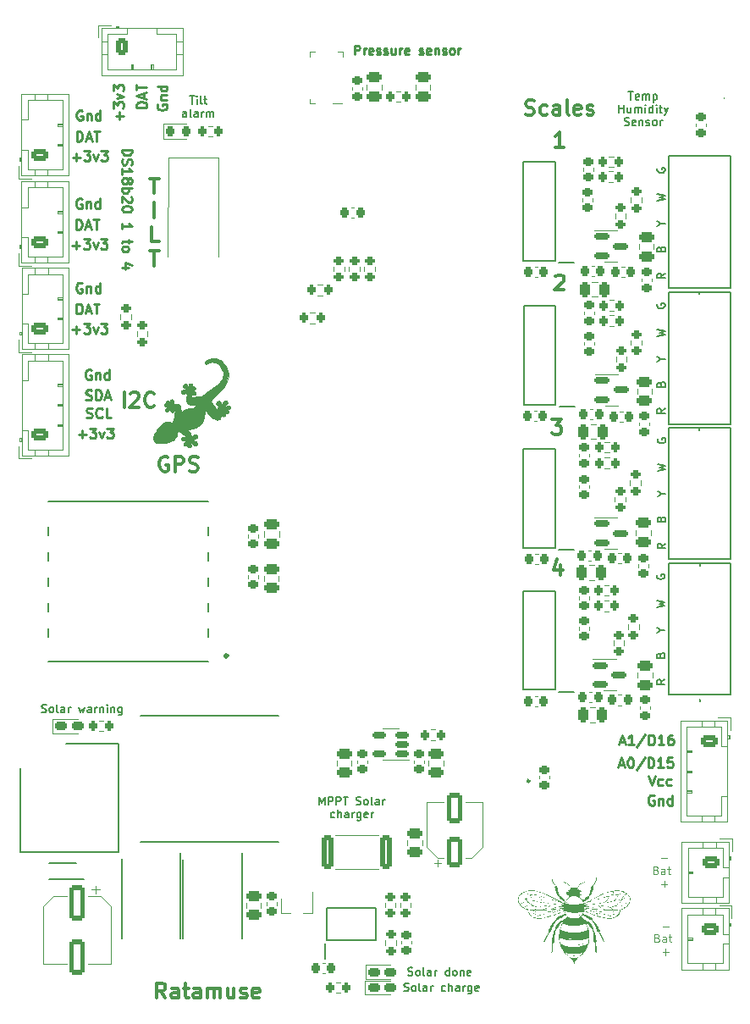
<source format=gto>
G04 #@! TF.GenerationSoftware,KiCad,Pcbnew,(6.0.5)*
G04 #@! TF.CreationDate,2022-06-09T16:15:48+02:00*
G04 #@! TF.ProjectId,ruche,72756368-652e-46b6-9963-61645f706362,rev?*
G04 #@! TF.SameCoordinates,Original*
G04 #@! TF.FileFunction,Legend,Top*
G04 #@! TF.FilePolarity,Positive*
%FSLAX46Y46*%
G04 Gerber Fmt 4.6, Leading zero omitted, Abs format (unit mm)*
G04 Created by KiCad (PCBNEW (6.0.5)) date 2022-06-09 16:15:48*
%MOMM*%
%LPD*%
G01*
G04 APERTURE LIST*
G04 Aperture macros list*
%AMRoundRect*
0 Rectangle with rounded corners*
0 $1 Rounding radius*
0 $2 $3 $4 $5 $6 $7 $8 $9 X,Y pos of 4 corners*
0 Add a 4 corners polygon primitive as box body*
4,1,4,$2,$3,$4,$5,$6,$7,$8,$9,$2,$3,0*
0 Add four circle primitives for the rounded corners*
1,1,$1+$1,$2,$3*
1,1,$1+$1,$4,$5*
1,1,$1+$1,$6,$7*
1,1,$1+$1,$8,$9*
0 Add four rect primitives between the rounded corners*
20,1,$1+$1,$2,$3,$4,$5,0*
20,1,$1+$1,$4,$5,$6,$7,0*
20,1,$1+$1,$6,$7,$8,$9,0*
20,1,$1+$1,$8,$9,$2,$3,0*%
G04 Aperture macros list end*
%ADD10C,0.300000*%
%ADD11C,0.100000*%
%ADD12C,0.150000*%
%ADD13C,0.250000*%
%ADD14C,0.200000*%
%ADD15C,0.225000*%
%ADD16C,0.120000*%
%ADD17C,0.010000*%
%ADD18RoundRect,0.250000X-0.550000X1.500000X-0.550000X-1.500000X0.550000X-1.500000X0.550000X1.500000X0*%
%ADD19RoundRect,0.225000X-0.250000X0.225000X-0.250000X-0.225000X0.250000X-0.225000X0.250000X0.225000X0*%
%ADD20RoundRect,0.250000X-0.475000X0.250000X-0.475000X-0.250000X0.475000X-0.250000X0.475000X0.250000X0*%
%ADD21RoundRect,0.225000X-0.225000X-0.250000X0.225000X-0.250000X0.225000X0.250000X-0.225000X0.250000X0*%
%ADD22RoundRect,0.250000X0.475000X-0.250000X0.475000X0.250000X-0.475000X0.250000X-0.475000X-0.250000X0*%
%ADD23RoundRect,0.250000X0.550000X-1.250000X0.550000X1.250000X-0.550000X1.250000X-0.550000X-1.250000X0*%
%ADD24RoundRect,0.212500X-0.400000X-0.212500X0.400000X-0.212500X0.400000X0.212500X-0.400000X0.212500X0*%
%ADD25R,1.240000X1.120000*%
%ADD26R,3.200000X2.250000*%
%ADD27R,0.650000X1.525000*%
%ADD28R,2.175000X2.175000*%
%ADD29C,2.175000*%
%ADD30RoundRect,0.250000X0.625000X-0.350000X0.625000X0.350000X-0.625000X0.350000X-0.625000X-0.350000X0*%
%ADD31O,1.750000X1.200000*%
%ADD32R,3.650000X3.750000*%
%ADD33R,0.800000X0.900000*%
%ADD34RoundRect,0.200000X-0.200000X-0.275000X0.200000X-0.275000X0.200000X0.275000X-0.200000X0.275000X0*%
%ADD35RoundRect,0.200000X0.275000X-0.200000X0.275000X0.200000X-0.275000X0.200000X-0.275000X-0.200000X0*%
%ADD36RoundRect,0.200000X-0.275000X0.200000X-0.275000X-0.200000X0.275000X-0.200000X0.275000X0.200000X0*%
%ADD37RoundRect,0.250000X-0.362500X-1.425000X0.362500X-1.425000X0.362500X1.425000X-0.362500X1.425000X0*%
%ADD38RoundRect,0.250000X-0.625000X0.350000X-0.625000X-0.350000X0.625000X-0.350000X0.625000X0.350000X0*%
%ADD39R,0.750000X0.300000*%
%ADD40R,0.900000X1.300000*%
%ADD41R,2.500000X1.000000*%
%ADD42R,0.300000X0.500000*%
%ADD43C,1.500000*%
%ADD44C,4.540000*%
%ADD45RoundRect,0.225000X0.250000X-0.225000X0.250000X0.225000X-0.250000X0.225000X-0.250000X-0.225000X0*%
%ADD46RoundRect,0.250000X-0.350000X-0.625000X0.350000X-0.625000X0.350000X0.625000X-0.350000X0.625000X0*%
%ADD47O,1.200000X1.750000*%
%ADD48RoundRect,0.150000X-0.587500X-0.150000X0.587500X-0.150000X0.587500X0.150000X-0.587500X0.150000X0*%
%ADD49R,1.650000X1.650000*%
%ADD50C,1.650000*%
%ADD51RoundRect,0.218750X0.218750X0.256250X-0.218750X0.256250X-0.218750X-0.256250X0.218750X-0.256250X0*%
%ADD52RoundRect,0.218750X-0.218750X-0.256250X0.218750X-0.256250X0.218750X0.256250X-0.218750X0.256250X0*%
%ADD53RoundRect,0.250000X-0.250000X-0.475000X0.250000X-0.475000X0.250000X0.475000X-0.250000X0.475000X0*%
%ADD54R,1.525000X0.700000*%
%ADD55C,2.250000*%
%ADD56RoundRect,0.225000X0.225000X0.250000X-0.225000X0.250000X-0.225000X-0.250000X0.225000X-0.250000X0*%
%ADD57C,3.000000*%
%ADD58R,0.950000X0.550000*%
%ADD59RoundRect,0.150000X0.512500X0.150000X-0.512500X0.150000X-0.512500X-0.150000X0.512500X-0.150000X0*%
G04 APERTURE END LIST*
D10*
X111460000Y-166608571D02*
X110960000Y-165894285D01*
X110602857Y-166608571D02*
X110602857Y-165108571D01*
X111174285Y-165108571D01*
X111317142Y-165180000D01*
X111388571Y-165251428D01*
X111460000Y-165394285D01*
X111460000Y-165608571D01*
X111388571Y-165751428D01*
X111317142Y-165822857D01*
X111174285Y-165894285D01*
X110602857Y-165894285D01*
X112745714Y-166608571D02*
X112745714Y-165822857D01*
X112674285Y-165680000D01*
X112531428Y-165608571D01*
X112245714Y-165608571D01*
X112102857Y-165680000D01*
X112745714Y-166537142D02*
X112602857Y-166608571D01*
X112245714Y-166608571D01*
X112102857Y-166537142D01*
X112031428Y-166394285D01*
X112031428Y-166251428D01*
X112102857Y-166108571D01*
X112245714Y-166037142D01*
X112602857Y-166037142D01*
X112745714Y-165965714D01*
X113245714Y-165608571D02*
X113817142Y-165608571D01*
X113460000Y-165108571D02*
X113460000Y-166394285D01*
X113531428Y-166537142D01*
X113674285Y-166608571D01*
X113817142Y-166608571D01*
X114960000Y-166608571D02*
X114960000Y-165822857D01*
X114888571Y-165680000D01*
X114745714Y-165608571D01*
X114460000Y-165608571D01*
X114317142Y-165680000D01*
X114960000Y-166537142D02*
X114817142Y-166608571D01*
X114460000Y-166608571D01*
X114317142Y-166537142D01*
X114245714Y-166394285D01*
X114245714Y-166251428D01*
X114317142Y-166108571D01*
X114460000Y-166037142D01*
X114817142Y-166037142D01*
X114960000Y-165965714D01*
X115674285Y-166608571D02*
X115674285Y-165608571D01*
X115674285Y-165751428D02*
X115745714Y-165680000D01*
X115888571Y-165608571D01*
X116102857Y-165608571D01*
X116245714Y-165680000D01*
X116317142Y-165822857D01*
X116317142Y-166608571D01*
X116317142Y-165822857D02*
X116388571Y-165680000D01*
X116531428Y-165608571D01*
X116745714Y-165608571D01*
X116888571Y-165680000D01*
X116960000Y-165822857D01*
X116960000Y-166608571D01*
X118317142Y-165608571D02*
X118317142Y-166608571D01*
X117674285Y-165608571D02*
X117674285Y-166394285D01*
X117745714Y-166537142D01*
X117888571Y-166608571D01*
X118102857Y-166608571D01*
X118245714Y-166537142D01*
X118317142Y-166465714D01*
X118960000Y-166537142D02*
X119102857Y-166608571D01*
X119388571Y-166608571D01*
X119531428Y-166537142D01*
X119602857Y-166394285D01*
X119602857Y-166322857D01*
X119531428Y-166180000D01*
X119388571Y-166108571D01*
X119174285Y-166108571D01*
X119031428Y-166037142D01*
X118960000Y-165894285D01*
X118960000Y-165822857D01*
X119031428Y-165680000D01*
X119174285Y-165608571D01*
X119388571Y-165608571D01*
X119531428Y-165680000D01*
X120817142Y-166537142D02*
X120674285Y-166608571D01*
X120388571Y-166608571D01*
X120245714Y-166537142D01*
X120174285Y-166394285D01*
X120174285Y-165822857D01*
X120245714Y-165680000D01*
X120388571Y-165608571D01*
X120674285Y-165608571D01*
X120817142Y-165680000D01*
X120888571Y-165822857D01*
X120888571Y-165965714D01*
X120174285Y-166108571D01*
D11*
X161045238Y-152629142D02*
X161654761Y-152629142D01*
X160511904Y-153802857D02*
X160626190Y-153840952D01*
X160664285Y-153879047D01*
X160702380Y-153955238D01*
X160702380Y-154069523D01*
X160664285Y-154145714D01*
X160626190Y-154183809D01*
X160550000Y-154221904D01*
X160245238Y-154221904D01*
X160245238Y-153421904D01*
X160511904Y-153421904D01*
X160588095Y-153460000D01*
X160626190Y-153498095D01*
X160664285Y-153574285D01*
X160664285Y-153650476D01*
X160626190Y-153726666D01*
X160588095Y-153764761D01*
X160511904Y-153802857D01*
X160245238Y-153802857D01*
X161388095Y-154221904D02*
X161388095Y-153802857D01*
X161350000Y-153726666D01*
X161273809Y-153688571D01*
X161121428Y-153688571D01*
X161045238Y-153726666D01*
X161388095Y-154183809D02*
X161311904Y-154221904D01*
X161121428Y-154221904D01*
X161045238Y-154183809D01*
X161007142Y-154107619D01*
X161007142Y-154031428D01*
X161045238Y-153955238D01*
X161121428Y-153917142D01*
X161311904Y-153917142D01*
X161388095Y-153879047D01*
X161654761Y-153688571D02*
X161959523Y-153688571D01*
X161769047Y-153421904D02*
X161769047Y-154107619D01*
X161807142Y-154183809D01*
X161883333Y-154221904D01*
X161959523Y-154221904D01*
X161045238Y-155205142D02*
X161654761Y-155205142D01*
X161350000Y-155509904D02*
X161350000Y-154900380D01*
D12*
X99090952Y-138013809D02*
X99205238Y-138051904D01*
X99395714Y-138051904D01*
X99471904Y-138013809D01*
X99510000Y-137975714D01*
X99548095Y-137899523D01*
X99548095Y-137823333D01*
X99510000Y-137747142D01*
X99471904Y-137709047D01*
X99395714Y-137670952D01*
X99243333Y-137632857D01*
X99167142Y-137594761D01*
X99129047Y-137556666D01*
X99090952Y-137480476D01*
X99090952Y-137404285D01*
X99129047Y-137328095D01*
X99167142Y-137290000D01*
X99243333Y-137251904D01*
X99433809Y-137251904D01*
X99548095Y-137290000D01*
X100005238Y-138051904D02*
X99929047Y-138013809D01*
X99890952Y-137975714D01*
X99852857Y-137899523D01*
X99852857Y-137670952D01*
X99890952Y-137594761D01*
X99929047Y-137556666D01*
X100005238Y-137518571D01*
X100119523Y-137518571D01*
X100195714Y-137556666D01*
X100233809Y-137594761D01*
X100271904Y-137670952D01*
X100271904Y-137899523D01*
X100233809Y-137975714D01*
X100195714Y-138013809D01*
X100119523Y-138051904D01*
X100005238Y-138051904D01*
X100729047Y-138051904D02*
X100652857Y-138013809D01*
X100614761Y-137937619D01*
X100614761Y-137251904D01*
X101376666Y-138051904D02*
X101376666Y-137632857D01*
X101338571Y-137556666D01*
X101262380Y-137518571D01*
X101110000Y-137518571D01*
X101033809Y-137556666D01*
X101376666Y-138013809D02*
X101300476Y-138051904D01*
X101110000Y-138051904D01*
X101033809Y-138013809D01*
X100995714Y-137937619D01*
X100995714Y-137861428D01*
X101033809Y-137785238D01*
X101110000Y-137747142D01*
X101300476Y-137747142D01*
X101376666Y-137709047D01*
X101757619Y-138051904D02*
X101757619Y-137518571D01*
X101757619Y-137670952D02*
X101795714Y-137594761D01*
X101833809Y-137556666D01*
X101910000Y-137518571D01*
X101986190Y-137518571D01*
X102786190Y-137518571D02*
X102938571Y-138051904D01*
X103090952Y-137670952D01*
X103243333Y-138051904D01*
X103395714Y-137518571D01*
X104043333Y-138051904D02*
X104043333Y-137632857D01*
X104005238Y-137556666D01*
X103929047Y-137518571D01*
X103776666Y-137518571D01*
X103700476Y-137556666D01*
X104043333Y-138013809D02*
X103967142Y-138051904D01*
X103776666Y-138051904D01*
X103700476Y-138013809D01*
X103662380Y-137937619D01*
X103662380Y-137861428D01*
X103700476Y-137785238D01*
X103776666Y-137747142D01*
X103967142Y-137747142D01*
X104043333Y-137709047D01*
X104424285Y-138051904D02*
X104424285Y-137518571D01*
X104424285Y-137670952D02*
X104462380Y-137594761D01*
X104500476Y-137556666D01*
X104576666Y-137518571D01*
X104652857Y-137518571D01*
X104919523Y-137518571D02*
X104919523Y-138051904D01*
X104919523Y-137594761D02*
X104957619Y-137556666D01*
X105033809Y-137518571D01*
X105148095Y-137518571D01*
X105224285Y-137556666D01*
X105262380Y-137632857D01*
X105262380Y-138051904D01*
X105643333Y-138051904D02*
X105643333Y-137518571D01*
X105643333Y-137251904D02*
X105605238Y-137290000D01*
X105643333Y-137328095D01*
X105681428Y-137290000D01*
X105643333Y-137251904D01*
X105643333Y-137328095D01*
X106024285Y-137518571D02*
X106024285Y-138051904D01*
X106024285Y-137594761D02*
X106062380Y-137556666D01*
X106138571Y-137518571D01*
X106252857Y-137518571D01*
X106329047Y-137556666D01*
X106367142Y-137632857D01*
X106367142Y-138051904D01*
X107090952Y-137518571D02*
X107090952Y-138166190D01*
X107052857Y-138242380D01*
X107014761Y-138280476D01*
X106938571Y-138318571D01*
X106824285Y-138318571D01*
X106748095Y-138280476D01*
X107090952Y-138013809D02*
X107014761Y-138051904D01*
X106862380Y-138051904D01*
X106786190Y-138013809D01*
X106748095Y-137975714D01*
X106710000Y-137899523D01*
X106710000Y-137670952D01*
X106748095Y-137594761D01*
X106786190Y-137556666D01*
X106862380Y-137518571D01*
X107014761Y-137518571D01*
X107090952Y-137556666D01*
D13*
X102588571Y-80947380D02*
X102588571Y-79947380D01*
X102826666Y-79947380D01*
X102969523Y-79995000D01*
X103064761Y-80090238D01*
X103112380Y-80185476D01*
X103160000Y-80375952D01*
X103160000Y-80518809D01*
X103112380Y-80709285D01*
X103064761Y-80804523D01*
X102969523Y-80899761D01*
X102826666Y-80947380D01*
X102588571Y-80947380D01*
X103540952Y-80661666D02*
X104017142Y-80661666D01*
X103445714Y-80947380D02*
X103779047Y-79947380D01*
X104112380Y-80947380D01*
X104302857Y-79947380D02*
X104874285Y-79947380D01*
X104588571Y-80947380D02*
X104588571Y-79947380D01*
X102165714Y-82541428D02*
X102927619Y-82541428D01*
X102546666Y-82922380D02*
X102546666Y-82160476D01*
X103308571Y-81922380D02*
X103927619Y-81922380D01*
X103594285Y-82303333D01*
X103737142Y-82303333D01*
X103832380Y-82350952D01*
X103880000Y-82398571D01*
X103927619Y-82493809D01*
X103927619Y-82731904D01*
X103880000Y-82827142D01*
X103832380Y-82874761D01*
X103737142Y-82922380D01*
X103451428Y-82922380D01*
X103356190Y-82874761D01*
X103308571Y-82827142D01*
X104260952Y-82255714D02*
X104499047Y-82922380D01*
X104737142Y-82255714D01*
X105022857Y-81922380D02*
X105641904Y-81922380D01*
X105308571Y-82303333D01*
X105451428Y-82303333D01*
X105546666Y-82350952D01*
X105594285Y-82398571D01*
X105641904Y-82493809D01*
X105641904Y-82731904D01*
X105594285Y-82827142D01*
X105546666Y-82874761D01*
X105451428Y-82922380D01*
X105165714Y-82922380D01*
X105070476Y-82874761D01*
X105022857Y-82827142D01*
D11*
X161175238Y-159419142D02*
X161784761Y-159419142D01*
X160641904Y-160592857D02*
X160756190Y-160630952D01*
X160794285Y-160669047D01*
X160832380Y-160745238D01*
X160832380Y-160859523D01*
X160794285Y-160935714D01*
X160756190Y-160973809D01*
X160680000Y-161011904D01*
X160375238Y-161011904D01*
X160375238Y-160211904D01*
X160641904Y-160211904D01*
X160718095Y-160250000D01*
X160756190Y-160288095D01*
X160794285Y-160364285D01*
X160794285Y-160440476D01*
X160756190Y-160516666D01*
X160718095Y-160554761D01*
X160641904Y-160592857D01*
X160375238Y-160592857D01*
X161518095Y-161011904D02*
X161518095Y-160592857D01*
X161480000Y-160516666D01*
X161403809Y-160478571D01*
X161251428Y-160478571D01*
X161175238Y-160516666D01*
X161518095Y-160973809D02*
X161441904Y-161011904D01*
X161251428Y-161011904D01*
X161175238Y-160973809D01*
X161137142Y-160897619D01*
X161137142Y-160821428D01*
X161175238Y-160745238D01*
X161251428Y-160707142D01*
X161441904Y-160707142D01*
X161518095Y-160669047D01*
X161784761Y-160478571D02*
X162089523Y-160478571D01*
X161899047Y-160211904D02*
X161899047Y-160897619D01*
X161937142Y-160973809D01*
X162013333Y-161011904D01*
X162089523Y-161011904D01*
X161175238Y-161995142D02*
X161784761Y-161995142D01*
X161480000Y-162299904D02*
X161480000Y-161690380D01*
D10*
X109931428Y-84666071D02*
X110788571Y-84666071D01*
X110360000Y-86166071D02*
X110360000Y-84666071D01*
X110360000Y-88581071D02*
X110360000Y-87081071D01*
X110824285Y-90996071D02*
X110110000Y-90996071D01*
X110110000Y-89496071D01*
X109931428Y-91911071D02*
X110788571Y-91911071D01*
X110360000Y-93411071D02*
X110360000Y-91911071D01*
D14*
X113892857Y-76437904D02*
X114350000Y-76437904D01*
X114121428Y-77237904D02*
X114121428Y-76437904D01*
X114616666Y-77237904D02*
X114616666Y-76704571D01*
X114616666Y-76437904D02*
X114578571Y-76476000D01*
X114616666Y-76514095D01*
X114654761Y-76476000D01*
X114616666Y-76437904D01*
X114616666Y-76514095D01*
X115111904Y-77237904D02*
X115035714Y-77199809D01*
X114997619Y-77123619D01*
X114997619Y-76437904D01*
X115302380Y-76704571D02*
X115607142Y-76704571D01*
X115416666Y-76437904D02*
X115416666Y-77123619D01*
X115454761Y-77199809D01*
X115530952Y-77237904D01*
X115607142Y-77237904D01*
X113569047Y-78525904D02*
X113569047Y-78106857D01*
X113530952Y-78030666D01*
X113454761Y-77992571D01*
X113302380Y-77992571D01*
X113226190Y-78030666D01*
X113569047Y-78487809D02*
X113492857Y-78525904D01*
X113302380Y-78525904D01*
X113226190Y-78487809D01*
X113188095Y-78411619D01*
X113188095Y-78335428D01*
X113226190Y-78259238D01*
X113302380Y-78221142D01*
X113492857Y-78221142D01*
X113569047Y-78183047D01*
X114064285Y-78525904D02*
X113988095Y-78487809D01*
X113950000Y-78411619D01*
X113950000Y-77725904D01*
X114711904Y-78525904D02*
X114711904Y-78106857D01*
X114673809Y-78030666D01*
X114597619Y-77992571D01*
X114445238Y-77992571D01*
X114369047Y-78030666D01*
X114711904Y-78487809D02*
X114635714Y-78525904D01*
X114445238Y-78525904D01*
X114369047Y-78487809D01*
X114330952Y-78411619D01*
X114330952Y-78335428D01*
X114369047Y-78259238D01*
X114445238Y-78221142D01*
X114635714Y-78221142D01*
X114711904Y-78183047D01*
X115092857Y-78525904D02*
X115092857Y-77992571D01*
X115092857Y-78144952D02*
X115130952Y-78068761D01*
X115169047Y-78030666D01*
X115245238Y-77992571D01*
X115321428Y-77992571D01*
X115588095Y-78525904D02*
X115588095Y-77992571D01*
X115588095Y-78068761D02*
X115626190Y-78030666D01*
X115702380Y-77992571D01*
X115816666Y-77992571D01*
X115892857Y-78030666D01*
X115930952Y-78106857D01*
X115930952Y-78525904D01*
X115930952Y-78106857D02*
X115969047Y-78030666D01*
X116045238Y-77992571D01*
X116159523Y-77992571D01*
X116235714Y-78030666D01*
X116273809Y-78106857D01*
X116273809Y-78525904D01*
X161411904Y-134759523D02*
X161030952Y-135026190D01*
X161411904Y-135216666D02*
X160611904Y-135216666D01*
X160611904Y-134911904D01*
X160650000Y-134835714D01*
X160688095Y-134797619D01*
X160764285Y-134759523D01*
X160878571Y-134759523D01*
X160954761Y-134797619D01*
X160992857Y-134835714D01*
X161030952Y-134911904D01*
X161030952Y-135216666D01*
X160992857Y-132321428D02*
X161030952Y-132207142D01*
X161069047Y-132169047D01*
X161145238Y-132130952D01*
X161259523Y-132130952D01*
X161335714Y-132169047D01*
X161373809Y-132207142D01*
X161411904Y-132283333D01*
X161411904Y-132588095D01*
X160611904Y-132588095D01*
X160611904Y-132321428D01*
X160650000Y-132245238D01*
X160688095Y-132207142D01*
X160764285Y-132169047D01*
X160840476Y-132169047D01*
X160916666Y-132207142D01*
X160954761Y-132245238D01*
X160992857Y-132321428D01*
X160992857Y-132588095D01*
X161030952Y-129807142D02*
X161411904Y-129807142D01*
X160611904Y-130073809D02*
X161030952Y-129807142D01*
X160611904Y-129540476D01*
X160611904Y-127521428D02*
X161411904Y-127330952D01*
X160840476Y-127178571D01*
X161411904Y-127026190D01*
X160611904Y-126835714D01*
X160650000Y-124283333D02*
X160611904Y-124359523D01*
X160611904Y-124473809D01*
X160650000Y-124588095D01*
X160726190Y-124664285D01*
X160802380Y-124702380D01*
X160954761Y-124740476D01*
X161069047Y-124740476D01*
X161221428Y-124702380D01*
X161297619Y-124664285D01*
X161373809Y-124588095D01*
X161411904Y-124473809D01*
X161411904Y-124397619D01*
X161373809Y-124283333D01*
X161335714Y-124245238D01*
X161069047Y-124245238D01*
X161069047Y-124397619D01*
D12*
X135336666Y-165863809D02*
X135450952Y-165901904D01*
X135641428Y-165901904D01*
X135717619Y-165863809D01*
X135755714Y-165825714D01*
X135793809Y-165749523D01*
X135793809Y-165673333D01*
X135755714Y-165597142D01*
X135717619Y-165559047D01*
X135641428Y-165520952D01*
X135489047Y-165482857D01*
X135412857Y-165444761D01*
X135374761Y-165406666D01*
X135336666Y-165330476D01*
X135336666Y-165254285D01*
X135374761Y-165178095D01*
X135412857Y-165140000D01*
X135489047Y-165101904D01*
X135679523Y-165101904D01*
X135793809Y-165140000D01*
X136250952Y-165901904D02*
X136174761Y-165863809D01*
X136136666Y-165825714D01*
X136098571Y-165749523D01*
X136098571Y-165520952D01*
X136136666Y-165444761D01*
X136174761Y-165406666D01*
X136250952Y-165368571D01*
X136365238Y-165368571D01*
X136441428Y-165406666D01*
X136479523Y-165444761D01*
X136517619Y-165520952D01*
X136517619Y-165749523D01*
X136479523Y-165825714D01*
X136441428Y-165863809D01*
X136365238Y-165901904D01*
X136250952Y-165901904D01*
X136974761Y-165901904D02*
X136898571Y-165863809D01*
X136860476Y-165787619D01*
X136860476Y-165101904D01*
X137622380Y-165901904D02*
X137622380Y-165482857D01*
X137584285Y-165406666D01*
X137508095Y-165368571D01*
X137355714Y-165368571D01*
X137279523Y-165406666D01*
X137622380Y-165863809D02*
X137546190Y-165901904D01*
X137355714Y-165901904D01*
X137279523Y-165863809D01*
X137241428Y-165787619D01*
X137241428Y-165711428D01*
X137279523Y-165635238D01*
X137355714Y-165597142D01*
X137546190Y-165597142D01*
X137622380Y-165559047D01*
X138003333Y-165901904D02*
X138003333Y-165368571D01*
X138003333Y-165520952D02*
X138041428Y-165444761D01*
X138079523Y-165406666D01*
X138155714Y-165368571D01*
X138231904Y-165368571D01*
X139450952Y-165863809D02*
X139374761Y-165901904D01*
X139222380Y-165901904D01*
X139146190Y-165863809D01*
X139108095Y-165825714D01*
X139070000Y-165749523D01*
X139070000Y-165520952D01*
X139108095Y-165444761D01*
X139146190Y-165406666D01*
X139222380Y-165368571D01*
X139374761Y-165368571D01*
X139450952Y-165406666D01*
X139793809Y-165901904D02*
X139793809Y-165101904D01*
X140136666Y-165901904D02*
X140136666Y-165482857D01*
X140098571Y-165406666D01*
X140022380Y-165368571D01*
X139908095Y-165368571D01*
X139831904Y-165406666D01*
X139793809Y-165444761D01*
X140860476Y-165901904D02*
X140860476Y-165482857D01*
X140822380Y-165406666D01*
X140746190Y-165368571D01*
X140593809Y-165368571D01*
X140517619Y-165406666D01*
X140860476Y-165863809D02*
X140784285Y-165901904D01*
X140593809Y-165901904D01*
X140517619Y-165863809D01*
X140479523Y-165787619D01*
X140479523Y-165711428D01*
X140517619Y-165635238D01*
X140593809Y-165597142D01*
X140784285Y-165597142D01*
X140860476Y-165559047D01*
X141241428Y-165901904D02*
X141241428Y-165368571D01*
X141241428Y-165520952D02*
X141279523Y-165444761D01*
X141317619Y-165406666D01*
X141393809Y-165368571D01*
X141470000Y-165368571D01*
X142079523Y-165368571D02*
X142079523Y-166016190D01*
X142041428Y-166092380D01*
X142003333Y-166130476D01*
X141927142Y-166168571D01*
X141812857Y-166168571D01*
X141736666Y-166130476D01*
X142079523Y-165863809D02*
X142003333Y-165901904D01*
X141850952Y-165901904D01*
X141774761Y-165863809D01*
X141736666Y-165825714D01*
X141698571Y-165749523D01*
X141698571Y-165520952D01*
X141736666Y-165444761D01*
X141774761Y-165406666D01*
X141850952Y-165368571D01*
X142003333Y-165368571D01*
X142079523Y-165406666D01*
X142765238Y-165863809D02*
X142689047Y-165901904D01*
X142536666Y-165901904D01*
X142460476Y-165863809D01*
X142422380Y-165787619D01*
X142422380Y-165482857D01*
X142460476Y-165406666D01*
X142536666Y-165368571D01*
X142689047Y-165368571D01*
X142765238Y-165406666D01*
X142803333Y-165482857D01*
X142803333Y-165559047D01*
X142422380Y-165635238D01*
D13*
X109577380Y-77561428D02*
X108577380Y-77561428D01*
X108577380Y-77323333D01*
X108625000Y-77180476D01*
X108720238Y-77085238D01*
X108815476Y-77037619D01*
X109005952Y-76990000D01*
X109148809Y-76990000D01*
X109339285Y-77037619D01*
X109434523Y-77085238D01*
X109529761Y-77180476D01*
X109577380Y-77323333D01*
X109577380Y-77561428D01*
X109291666Y-76609047D02*
X109291666Y-76132857D01*
X109577380Y-76704285D02*
X108577380Y-76370952D01*
X109577380Y-76037619D01*
X108577380Y-75847142D02*
X108577380Y-75275714D01*
X109577380Y-75561428D02*
X108577380Y-75561428D01*
X102568571Y-98187380D02*
X102568571Y-97187380D01*
X102806666Y-97187380D01*
X102949523Y-97235000D01*
X103044761Y-97330238D01*
X103092380Y-97425476D01*
X103140000Y-97615952D01*
X103140000Y-97758809D01*
X103092380Y-97949285D01*
X103044761Y-98044523D01*
X102949523Y-98139761D01*
X102806666Y-98187380D01*
X102568571Y-98187380D01*
X103520952Y-97901666D02*
X103997142Y-97901666D01*
X103425714Y-98187380D02*
X103759047Y-97187380D01*
X104092380Y-98187380D01*
X104282857Y-97187380D02*
X104854285Y-97187380D01*
X104568571Y-98187380D02*
X104568571Y-97187380D01*
D10*
X107325714Y-107538571D02*
X107325714Y-106038571D01*
X107968571Y-106181428D02*
X108040000Y-106110000D01*
X108182857Y-106038571D01*
X108540000Y-106038571D01*
X108682857Y-106110000D01*
X108754285Y-106181428D01*
X108825714Y-106324285D01*
X108825714Y-106467142D01*
X108754285Y-106681428D01*
X107897142Y-107538571D01*
X108825714Y-107538571D01*
X110325714Y-107395714D02*
X110254285Y-107467142D01*
X110040000Y-107538571D01*
X109897142Y-107538571D01*
X109682857Y-107467142D01*
X109540000Y-107324285D01*
X109468571Y-107181428D01*
X109397142Y-106895714D01*
X109397142Y-106681428D01*
X109468571Y-106395714D01*
X109540000Y-106252857D01*
X109682857Y-106110000D01*
X109897142Y-106038571D01*
X110040000Y-106038571D01*
X110254285Y-106110000D01*
X110325714Y-106181428D01*
D13*
X103549523Y-108559761D02*
X103692380Y-108607380D01*
X103930476Y-108607380D01*
X104025714Y-108559761D01*
X104073333Y-108512142D01*
X104120952Y-108416904D01*
X104120952Y-108321666D01*
X104073333Y-108226428D01*
X104025714Y-108178809D01*
X103930476Y-108131190D01*
X103740000Y-108083571D01*
X103644761Y-108035952D01*
X103597142Y-107988333D01*
X103549523Y-107893095D01*
X103549523Y-107797857D01*
X103597142Y-107702619D01*
X103644761Y-107655000D01*
X103740000Y-107607380D01*
X103978095Y-107607380D01*
X104120952Y-107655000D01*
X105120952Y-108512142D02*
X105073333Y-108559761D01*
X104930476Y-108607380D01*
X104835238Y-108607380D01*
X104692380Y-108559761D01*
X104597142Y-108464523D01*
X104549523Y-108369285D01*
X104501904Y-108178809D01*
X104501904Y-108035952D01*
X104549523Y-107845476D01*
X104597142Y-107750238D01*
X104692380Y-107655000D01*
X104835238Y-107607380D01*
X104930476Y-107607380D01*
X105073333Y-107655000D01*
X105120952Y-107702619D01*
X106025714Y-108607380D02*
X105549523Y-108607380D01*
X105549523Y-107607380D01*
D14*
X161461904Y-121159523D02*
X161080952Y-121426190D01*
X161461904Y-121616666D02*
X160661904Y-121616666D01*
X160661904Y-121311904D01*
X160700000Y-121235714D01*
X160738095Y-121197619D01*
X160814285Y-121159523D01*
X160928571Y-121159523D01*
X161004761Y-121197619D01*
X161042857Y-121235714D01*
X161080952Y-121311904D01*
X161080952Y-121616666D01*
X161042857Y-118721428D02*
X161080952Y-118607142D01*
X161119047Y-118569047D01*
X161195238Y-118530952D01*
X161309523Y-118530952D01*
X161385714Y-118569047D01*
X161423809Y-118607142D01*
X161461904Y-118683333D01*
X161461904Y-118988095D01*
X160661904Y-118988095D01*
X160661904Y-118721428D01*
X160700000Y-118645238D01*
X160738095Y-118607142D01*
X160814285Y-118569047D01*
X160890476Y-118569047D01*
X160966666Y-118607142D01*
X161004761Y-118645238D01*
X161042857Y-118721428D01*
X161042857Y-118988095D01*
X161080952Y-116207142D02*
X161461904Y-116207142D01*
X160661904Y-116473809D02*
X161080952Y-116207142D01*
X160661904Y-115940476D01*
X160661904Y-113921428D02*
X161461904Y-113730952D01*
X160890476Y-113578571D01*
X161461904Y-113426190D01*
X160661904Y-113235714D01*
X160700000Y-110683333D02*
X160661904Y-110759523D01*
X160661904Y-110873809D01*
X160700000Y-110988095D01*
X160776190Y-111064285D01*
X160852380Y-111102380D01*
X161004761Y-111140476D01*
X161119047Y-111140476D01*
X161271428Y-111102380D01*
X161347619Y-111064285D01*
X161423809Y-110988095D01*
X161461904Y-110873809D01*
X161461904Y-110797619D01*
X161423809Y-110683333D01*
X161385714Y-110645238D01*
X161119047Y-110645238D01*
X161119047Y-110797619D01*
D13*
X103107142Y-95140000D02*
X103011904Y-95092380D01*
X102869047Y-95092380D01*
X102726190Y-95140000D01*
X102630952Y-95235238D01*
X102583333Y-95330476D01*
X102535714Y-95520952D01*
X102535714Y-95663809D01*
X102583333Y-95854285D01*
X102630952Y-95949523D01*
X102726190Y-96044761D01*
X102869047Y-96092380D01*
X102964285Y-96092380D01*
X103107142Y-96044761D01*
X103154761Y-95997142D01*
X103154761Y-95663809D01*
X102964285Y-95663809D01*
X103583333Y-95425714D02*
X103583333Y-96092380D01*
X103583333Y-95520952D02*
X103630952Y-95473333D01*
X103726190Y-95425714D01*
X103869047Y-95425714D01*
X103964285Y-95473333D01*
X104011904Y-95568571D01*
X104011904Y-96092380D01*
X104916666Y-96092380D02*
X104916666Y-95092380D01*
X104916666Y-96044761D02*
X104821428Y-96092380D01*
X104630952Y-96092380D01*
X104535714Y-96044761D01*
X104488095Y-95997142D01*
X104440476Y-95901904D01*
X104440476Y-95616190D01*
X104488095Y-95520952D01*
X104535714Y-95473333D01*
X104630952Y-95425714D01*
X104821428Y-95425714D01*
X104916666Y-95473333D01*
X156829523Y-143276666D02*
X157305714Y-143276666D01*
X156734285Y-143562380D02*
X157067619Y-142562380D01*
X157400952Y-143562380D01*
X157924761Y-142562380D02*
X158020000Y-142562380D01*
X158115238Y-142610000D01*
X158162857Y-142657619D01*
X158210476Y-142752857D01*
X158258095Y-142943333D01*
X158258095Y-143181428D01*
X158210476Y-143371904D01*
X158162857Y-143467142D01*
X158115238Y-143514761D01*
X158020000Y-143562380D01*
X157924761Y-143562380D01*
X157829523Y-143514761D01*
X157781904Y-143467142D01*
X157734285Y-143371904D01*
X157686666Y-143181428D01*
X157686666Y-142943333D01*
X157734285Y-142752857D01*
X157781904Y-142657619D01*
X157829523Y-142610000D01*
X157924761Y-142562380D01*
X159400952Y-142514761D02*
X158543809Y-143800476D01*
X159734285Y-143562380D02*
X159734285Y-142562380D01*
X159972380Y-142562380D01*
X160115238Y-142610000D01*
X160210476Y-142705238D01*
X160258095Y-142800476D01*
X160305714Y-142990952D01*
X160305714Y-143133809D01*
X160258095Y-143324285D01*
X160210476Y-143419523D01*
X160115238Y-143514761D01*
X159972380Y-143562380D01*
X159734285Y-143562380D01*
X161258095Y-143562380D02*
X160686666Y-143562380D01*
X160972380Y-143562380D02*
X160972380Y-142562380D01*
X160877142Y-142705238D01*
X160781904Y-142800476D01*
X160686666Y-142848095D01*
X162162857Y-142562380D02*
X161686666Y-142562380D01*
X161639047Y-143038571D01*
X161686666Y-142990952D01*
X161781904Y-142943333D01*
X162020000Y-142943333D01*
X162115238Y-142990952D01*
X162162857Y-143038571D01*
X162210476Y-143133809D01*
X162210476Y-143371904D01*
X162162857Y-143467142D01*
X162115238Y-143514761D01*
X162020000Y-143562380D01*
X161781904Y-143562380D01*
X161686666Y-143514761D01*
X161639047Y-143467142D01*
X102145714Y-99781428D02*
X102907619Y-99781428D01*
X102526666Y-100162380D02*
X102526666Y-99400476D01*
X103288571Y-99162380D02*
X103907619Y-99162380D01*
X103574285Y-99543333D01*
X103717142Y-99543333D01*
X103812380Y-99590952D01*
X103860000Y-99638571D01*
X103907619Y-99733809D01*
X103907619Y-99971904D01*
X103860000Y-100067142D01*
X103812380Y-100114761D01*
X103717142Y-100162380D01*
X103431428Y-100162380D01*
X103336190Y-100114761D01*
X103288571Y-100067142D01*
X104240952Y-99495714D02*
X104479047Y-100162380D01*
X104717142Y-99495714D01*
X105002857Y-99162380D02*
X105621904Y-99162380D01*
X105288571Y-99543333D01*
X105431428Y-99543333D01*
X105526666Y-99590952D01*
X105574285Y-99638571D01*
X105621904Y-99733809D01*
X105621904Y-99971904D01*
X105574285Y-100067142D01*
X105526666Y-100114761D01*
X105431428Y-100162380D01*
X105145714Y-100162380D01*
X105050476Y-100114761D01*
X105002857Y-100067142D01*
X107107619Y-81781428D02*
X108107619Y-81781428D01*
X108107619Y-82019523D01*
X108060000Y-82162380D01*
X107964761Y-82257619D01*
X107869523Y-82305238D01*
X107679047Y-82352857D01*
X107536190Y-82352857D01*
X107345714Y-82305238D01*
X107250476Y-82257619D01*
X107155238Y-82162380D01*
X107107619Y-82019523D01*
X107107619Y-81781428D01*
X107155238Y-82733809D02*
X107107619Y-82876666D01*
X107107619Y-83114761D01*
X107155238Y-83210000D01*
X107202857Y-83257619D01*
X107298095Y-83305238D01*
X107393333Y-83305238D01*
X107488571Y-83257619D01*
X107536190Y-83210000D01*
X107583809Y-83114761D01*
X107631428Y-82924285D01*
X107679047Y-82829047D01*
X107726666Y-82781428D01*
X107821904Y-82733809D01*
X107917142Y-82733809D01*
X108012380Y-82781428D01*
X108060000Y-82829047D01*
X108107619Y-82924285D01*
X108107619Y-83162380D01*
X108060000Y-83305238D01*
X107107619Y-84257619D02*
X107107619Y-83686190D01*
X107107619Y-83971904D02*
X108107619Y-83971904D01*
X107964761Y-83876666D01*
X107869523Y-83781428D01*
X107821904Y-83686190D01*
X107679047Y-84829047D02*
X107726666Y-84733809D01*
X107774285Y-84686190D01*
X107869523Y-84638571D01*
X107917142Y-84638571D01*
X108012380Y-84686190D01*
X108060000Y-84733809D01*
X108107619Y-84829047D01*
X108107619Y-85019523D01*
X108060000Y-85114761D01*
X108012380Y-85162380D01*
X107917142Y-85210000D01*
X107869523Y-85210000D01*
X107774285Y-85162380D01*
X107726666Y-85114761D01*
X107679047Y-85019523D01*
X107679047Y-84829047D01*
X107631428Y-84733809D01*
X107583809Y-84686190D01*
X107488571Y-84638571D01*
X107298095Y-84638571D01*
X107202857Y-84686190D01*
X107155238Y-84733809D01*
X107107619Y-84829047D01*
X107107619Y-85019523D01*
X107155238Y-85114761D01*
X107202857Y-85162380D01*
X107298095Y-85210000D01*
X107488571Y-85210000D01*
X107583809Y-85162380D01*
X107631428Y-85114761D01*
X107679047Y-85019523D01*
X107107619Y-85638571D02*
X108107619Y-85638571D01*
X107726666Y-85638571D02*
X107774285Y-85733809D01*
X107774285Y-85924285D01*
X107726666Y-86019523D01*
X107679047Y-86067142D01*
X107583809Y-86114761D01*
X107298095Y-86114761D01*
X107202857Y-86067142D01*
X107155238Y-86019523D01*
X107107619Y-85924285D01*
X107107619Y-85733809D01*
X107155238Y-85638571D01*
X108012380Y-86495714D02*
X108060000Y-86543333D01*
X108107619Y-86638571D01*
X108107619Y-86876666D01*
X108060000Y-86971904D01*
X108012380Y-87019523D01*
X107917142Y-87067142D01*
X107821904Y-87067142D01*
X107679047Y-87019523D01*
X107107619Y-86448095D01*
X107107619Y-87067142D01*
X108107619Y-87686190D02*
X108107619Y-87781428D01*
X108060000Y-87876666D01*
X108012380Y-87924285D01*
X107917142Y-87971904D01*
X107726666Y-88019523D01*
X107488571Y-88019523D01*
X107298095Y-87971904D01*
X107202857Y-87924285D01*
X107155238Y-87876666D01*
X107107619Y-87781428D01*
X107107619Y-87686190D01*
X107155238Y-87590952D01*
X107202857Y-87543333D01*
X107298095Y-87495714D01*
X107488571Y-87448095D01*
X107726666Y-87448095D01*
X107917142Y-87495714D01*
X108012380Y-87543333D01*
X108060000Y-87590952D01*
X108107619Y-87686190D01*
X107107619Y-89733809D02*
X107107619Y-89162380D01*
X107107619Y-89448095D02*
X108107619Y-89448095D01*
X107964761Y-89352857D01*
X107869523Y-89257619D01*
X107821904Y-89162380D01*
X107774285Y-90781428D02*
X107774285Y-91162380D01*
X108107619Y-90924285D02*
X107250476Y-90924285D01*
X107155238Y-90971904D01*
X107107619Y-91067142D01*
X107107619Y-91162380D01*
X107107619Y-91638571D02*
X107155238Y-91543333D01*
X107202857Y-91495714D01*
X107298095Y-91448095D01*
X107583809Y-91448095D01*
X107679047Y-91495714D01*
X107726666Y-91543333D01*
X107774285Y-91638571D01*
X107774285Y-91781428D01*
X107726666Y-91876666D01*
X107679047Y-91924285D01*
X107583809Y-91971904D01*
X107298095Y-91971904D01*
X107202857Y-91924285D01*
X107155238Y-91876666D01*
X107107619Y-91781428D01*
X107107619Y-91638571D01*
X107774285Y-93590952D02*
X107107619Y-93590952D01*
X108155238Y-93352857D02*
X107440952Y-93114761D01*
X107440952Y-93733809D01*
X103087142Y-86720000D02*
X102991904Y-86672380D01*
X102849047Y-86672380D01*
X102706190Y-86720000D01*
X102610952Y-86815238D01*
X102563333Y-86910476D01*
X102515714Y-87100952D01*
X102515714Y-87243809D01*
X102563333Y-87434285D01*
X102610952Y-87529523D01*
X102706190Y-87624761D01*
X102849047Y-87672380D01*
X102944285Y-87672380D01*
X103087142Y-87624761D01*
X103134761Y-87577142D01*
X103134761Y-87243809D01*
X102944285Y-87243809D01*
X103563333Y-87005714D02*
X103563333Y-87672380D01*
X103563333Y-87100952D02*
X103610952Y-87053333D01*
X103706190Y-87005714D01*
X103849047Y-87005714D01*
X103944285Y-87053333D01*
X103991904Y-87148571D01*
X103991904Y-87672380D01*
X104896666Y-87672380D02*
X104896666Y-86672380D01*
X104896666Y-87624761D02*
X104801428Y-87672380D01*
X104610952Y-87672380D01*
X104515714Y-87624761D01*
X104468095Y-87577142D01*
X104420476Y-87481904D01*
X104420476Y-87196190D01*
X104468095Y-87100952D01*
X104515714Y-87053333D01*
X104610952Y-87005714D01*
X104801428Y-87005714D01*
X104896666Y-87053333D01*
D10*
X111718571Y-112530000D02*
X111575714Y-112458571D01*
X111361428Y-112458571D01*
X111147142Y-112530000D01*
X111004285Y-112672857D01*
X110932857Y-112815714D01*
X110861428Y-113101428D01*
X110861428Y-113315714D01*
X110932857Y-113601428D01*
X111004285Y-113744285D01*
X111147142Y-113887142D01*
X111361428Y-113958571D01*
X111504285Y-113958571D01*
X111718571Y-113887142D01*
X111790000Y-113815714D01*
X111790000Y-113315714D01*
X111504285Y-113315714D01*
X112432857Y-113958571D02*
X112432857Y-112458571D01*
X113004285Y-112458571D01*
X113147142Y-112530000D01*
X113218571Y-112601428D01*
X113290000Y-112744285D01*
X113290000Y-112958571D01*
X113218571Y-113101428D01*
X113147142Y-113172857D01*
X113004285Y-113244285D01*
X112432857Y-113244285D01*
X113861428Y-113887142D02*
X114075714Y-113958571D01*
X114432857Y-113958571D01*
X114575714Y-113887142D01*
X114647142Y-113815714D01*
X114718571Y-113672857D01*
X114718571Y-113530000D01*
X114647142Y-113387142D01*
X114575714Y-113315714D01*
X114432857Y-113244285D01*
X114147142Y-113172857D01*
X114004285Y-113101428D01*
X113932857Y-113030000D01*
X113861428Y-112887142D01*
X113861428Y-112744285D01*
X113932857Y-112601428D01*
X114004285Y-112530000D01*
X114147142Y-112458571D01*
X114504285Y-112458571D01*
X114718571Y-112530000D01*
D13*
X106891428Y-78784285D02*
X106891428Y-78022380D01*
X107272380Y-78403333D02*
X106510476Y-78403333D01*
X106272380Y-77641428D02*
X106272380Y-77022380D01*
X106653333Y-77355714D01*
X106653333Y-77212857D01*
X106700952Y-77117619D01*
X106748571Y-77070000D01*
X106843809Y-77022380D01*
X107081904Y-77022380D01*
X107177142Y-77070000D01*
X107224761Y-77117619D01*
X107272380Y-77212857D01*
X107272380Y-77498571D01*
X107224761Y-77593809D01*
X107177142Y-77641428D01*
X106605714Y-76689047D02*
X107272380Y-76450952D01*
X106605714Y-76212857D01*
X106272380Y-75927142D02*
X106272380Y-75308095D01*
X106653333Y-75641428D01*
X106653333Y-75498571D01*
X106700952Y-75403333D01*
X106748571Y-75355714D01*
X106843809Y-75308095D01*
X107081904Y-75308095D01*
X107177142Y-75355714D01*
X107224761Y-75403333D01*
X107272380Y-75498571D01*
X107272380Y-75784285D01*
X107224761Y-75879523D01*
X107177142Y-75927142D01*
D10*
X147487142Y-78267142D02*
X147701428Y-78338571D01*
X148058571Y-78338571D01*
X148201428Y-78267142D01*
X148272857Y-78195714D01*
X148344285Y-78052857D01*
X148344285Y-77910000D01*
X148272857Y-77767142D01*
X148201428Y-77695714D01*
X148058571Y-77624285D01*
X147772857Y-77552857D01*
X147630000Y-77481428D01*
X147558571Y-77410000D01*
X147487142Y-77267142D01*
X147487142Y-77124285D01*
X147558571Y-76981428D01*
X147630000Y-76910000D01*
X147772857Y-76838571D01*
X148130000Y-76838571D01*
X148344285Y-76910000D01*
X149630000Y-78267142D02*
X149487142Y-78338571D01*
X149201428Y-78338571D01*
X149058571Y-78267142D01*
X148987142Y-78195714D01*
X148915714Y-78052857D01*
X148915714Y-77624285D01*
X148987142Y-77481428D01*
X149058571Y-77410000D01*
X149201428Y-77338571D01*
X149487142Y-77338571D01*
X149630000Y-77410000D01*
X150915714Y-78338571D02*
X150915714Y-77552857D01*
X150844285Y-77410000D01*
X150701428Y-77338571D01*
X150415714Y-77338571D01*
X150272857Y-77410000D01*
X150915714Y-78267142D02*
X150772857Y-78338571D01*
X150415714Y-78338571D01*
X150272857Y-78267142D01*
X150201428Y-78124285D01*
X150201428Y-77981428D01*
X150272857Y-77838571D01*
X150415714Y-77767142D01*
X150772857Y-77767142D01*
X150915714Y-77695714D01*
X151844285Y-78338571D02*
X151701428Y-78267142D01*
X151630000Y-78124285D01*
X151630000Y-76838571D01*
X152987142Y-78267142D02*
X152844285Y-78338571D01*
X152558571Y-78338571D01*
X152415714Y-78267142D01*
X152344285Y-78124285D01*
X152344285Y-77552857D01*
X152415714Y-77410000D01*
X152558571Y-77338571D01*
X152844285Y-77338571D01*
X152987142Y-77410000D01*
X153058571Y-77552857D01*
X153058571Y-77695714D01*
X152344285Y-77838571D01*
X153630000Y-78267142D02*
X153772857Y-78338571D01*
X154058571Y-78338571D01*
X154201428Y-78267142D01*
X154272857Y-78124285D01*
X154272857Y-78052857D01*
X154201428Y-77910000D01*
X154058571Y-77838571D01*
X153844285Y-77838571D01*
X153701428Y-77767142D01*
X153630000Y-77624285D01*
X153630000Y-77552857D01*
X153701428Y-77410000D01*
X153844285Y-77338571D01*
X154058571Y-77338571D01*
X154201428Y-77410000D01*
D13*
X159739523Y-144352380D02*
X160072857Y-145352380D01*
X160406190Y-144352380D01*
X161168095Y-145304761D02*
X161072857Y-145352380D01*
X160882380Y-145352380D01*
X160787142Y-145304761D01*
X160739523Y-145257142D01*
X160691904Y-145161904D01*
X160691904Y-144876190D01*
X160739523Y-144780952D01*
X160787142Y-144733333D01*
X160882380Y-144685714D01*
X161072857Y-144685714D01*
X161168095Y-144733333D01*
X162025238Y-145304761D02*
X161930000Y-145352380D01*
X161739523Y-145352380D01*
X161644285Y-145304761D01*
X161596666Y-145257142D01*
X161549047Y-145161904D01*
X161549047Y-144876190D01*
X161596666Y-144780952D01*
X161644285Y-144733333D01*
X161739523Y-144685714D01*
X161930000Y-144685714D01*
X162025238Y-144733333D01*
X102125714Y-91361428D02*
X102887619Y-91361428D01*
X102506666Y-91742380D02*
X102506666Y-90980476D01*
X103268571Y-90742380D02*
X103887619Y-90742380D01*
X103554285Y-91123333D01*
X103697142Y-91123333D01*
X103792380Y-91170952D01*
X103840000Y-91218571D01*
X103887619Y-91313809D01*
X103887619Y-91551904D01*
X103840000Y-91647142D01*
X103792380Y-91694761D01*
X103697142Y-91742380D01*
X103411428Y-91742380D01*
X103316190Y-91694761D01*
X103268571Y-91647142D01*
X104220952Y-91075714D02*
X104459047Y-91742380D01*
X104697142Y-91075714D01*
X104982857Y-90742380D02*
X105601904Y-90742380D01*
X105268571Y-91123333D01*
X105411428Y-91123333D01*
X105506666Y-91170952D01*
X105554285Y-91218571D01*
X105601904Y-91313809D01*
X105601904Y-91551904D01*
X105554285Y-91647142D01*
X105506666Y-91694761D01*
X105411428Y-91742380D01*
X105125714Y-91742380D01*
X105030476Y-91694761D01*
X104982857Y-91647142D01*
D14*
X126851904Y-147287904D02*
X126851904Y-146487904D01*
X127118571Y-147059333D01*
X127385238Y-146487904D01*
X127385238Y-147287904D01*
X127766190Y-147287904D02*
X127766190Y-146487904D01*
X128070952Y-146487904D01*
X128147142Y-146526000D01*
X128185238Y-146564095D01*
X128223333Y-146640285D01*
X128223333Y-146754571D01*
X128185238Y-146830761D01*
X128147142Y-146868857D01*
X128070952Y-146906952D01*
X127766190Y-146906952D01*
X128566190Y-147287904D02*
X128566190Y-146487904D01*
X128870952Y-146487904D01*
X128947142Y-146526000D01*
X128985238Y-146564095D01*
X129023333Y-146640285D01*
X129023333Y-146754571D01*
X128985238Y-146830761D01*
X128947142Y-146868857D01*
X128870952Y-146906952D01*
X128566190Y-146906952D01*
X129251904Y-146487904D02*
X129709047Y-146487904D01*
X129480476Y-147287904D02*
X129480476Y-146487904D01*
X130547142Y-147249809D02*
X130661428Y-147287904D01*
X130851904Y-147287904D01*
X130928095Y-147249809D01*
X130966190Y-147211714D01*
X131004285Y-147135523D01*
X131004285Y-147059333D01*
X130966190Y-146983142D01*
X130928095Y-146945047D01*
X130851904Y-146906952D01*
X130699523Y-146868857D01*
X130623333Y-146830761D01*
X130585238Y-146792666D01*
X130547142Y-146716476D01*
X130547142Y-146640285D01*
X130585238Y-146564095D01*
X130623333Y-146526000D01*
X130699523Y-146487904D01*
X130890000Y-146487904D01*
X131004285Y-146526000D01*
X131461428Y-147287904D02*
X131385238Y-147249809D01*
X131347142Y-147211714D01*
X131309047Y-147135523D01*
X131309047Y-146906952D01*
X131347142Y-146830761D01*
X131385238Y-146792666D01*
X131461428Y-146754571D01*
X131575714Y-146754571D01*
X131651904Y-146792666D01*
X131690000Y-146830761D01*
X131728095Y-146906952D01*
X131728095Y-147135523D01*
X131690000Y-147211714D01*
X131651904Y-147249809D01*
X131575714Y-147287904D01*
X131461428Y-147287904D01*
X132185238Y-147287904D02*
X132109047Y-147249809D01*
X132070952Y-147173619D01*
X132070952Y-146487904D01*
X132832857Y-147287904D02*
X132832857Y-146868857D01*
X132794761Y-146792666D01*
X132718571Y-146754571D01*
X132566190Y-146754571D01*
X132490000Y-146792666D01*
X132832857Y-147249809D02*
X132756666Y-147287904D01*
X132566190Y-147287904D01*
X132490000Y-147249809D01*
X132451904Y-147173619D01*
X132451904Y-147097428D01*
X132490000Y-147021238D01*
X132566190Y-146983142D01*
X132756666Y-146983142D01*
X132832857Y-146945047D01*
X133213809Y-147287904D02*
X133213809Y-146754571D01*
X133213809Y-146906952D02*
X133251904Y-146830761D01*
X133290000Y-146792666D01*
X133366190Y-146754571D01*
X133442380Y-146754571D01*
X128356666Y-148537809D02*
X128280476Y-148575904D01*
X128128095Y-148575904D01*
X128051904Y-148537809D01*
X128013809Y-148499714D01*
X127975714Y-148423523D01*
X127975714Y-148194952D01*
X128013809Y-148118761D01*
X128051904Y-148080666D01*
X128128095Y-148042571D01*
X128280476Y-148042571D01*
X128356666Y-148080666D01*
X128699523Y-148575904D02*
X128699523Y-147775904D01*
X129042380Y-148575904D02*
X129042380Y-148156857D01*
X129004285Y-148080666D01*
X128928095Y-148042571D01*
X128813809Y-148042571D01*
X128737619Y-148080666D01*
X128699523Y-148118761D01*
X129766190Y-148575904D02*
X129766190Y-148156857D01*
X129728095Y-148080666D01*
X129651904Y-148042571D01*
X129499523Y-148042571D01*
X129423333Y-148080666D01*
X129766190Y-148537809D02*
X129690000Y-148575904D01*
X129499523Y-148575904D01*
X129423333Y-148537809D01*
X129385238Y-148461619D01*
X129385238Y-148385428D01*
X129423333Y-148309238D01*
X129499523Y-148271142D01*
X129690000Y-148271142D01*
X129766190Y-148233047D01*
X130147142Y-148575904D02*
X130147142Y-148042571D01*
X130147142Y-148194952D02*
X130185238Y-148118761D01*
X130223333Y-148080666D01*
X130299523Y-148042571D01*
X130375714Y-148042571D01*
X130985238Y-148042571D02*
X130985238Y-148690190D01*
X130947142Y-148766380D01*
X130909047Y-148804476D01*
X130832857Y-148842571D01*
X130718571Y-148842571D01*
X130642380Y-148804476D01*
X130985238Y-148537809D02*
X130909047Y-148575904D01*
X130756666Y-148575904D01*
X130680476Y-148537809D01*
X130642380Y-148499714D01*
X130604285Y-148423523D01*
X130604285Y-148194952D01*
X130642380Y-148118761D01*
X130680476Y-148080666D01*
X130756666Y-148042571D01*
X130909047Y-148042571D01*
X130985238Y-148080666D01*
X131670952Y-148537809D02*
X131594761Y-148575904D01*
X131442380Y-148575904D01*
X131366190Y-148537809D01*
X131328095Y-148461619D01*
X131328095Y-148156857D01*
X131366190Y-148080666D01*
X131442380Y-148042571D01*
X131594761Y-148042571D01*
X131670952Y-148080666D01*
X131709047Y-148156857D01*
X131709047Y-148233047D01*
X131328095Y-148309238D01*
X132051904Y-148575904D02*
X132051904Y-148042571D01*
X132051904Y-148194952D02*
X132090000Y-148118761D01*
X132128095Y-148080666D01*
X132204285Y-148042571D01*
X132280476Y-148042571D01*
X161421904Y-107679523D02*
X161040952Y-107946190D01*
X161421904Y-108136666D02*
X160621904Y-108136666D01*
X160621904Y-107831904D01*
X160660000Y-107755714D01*
X160698095Y-107717619D01*
X160774285Y-107679523D01*
X160888571Y-107679523D01*
X160964761Y-107717619D01*
X161002857Y-107755714D01*
X161040952Y-107831904D01*
X161040952Y-108136666D01*
X161002857Y-105241428D02*
X161040952Y-105127142D01*
X161079047Y-105089047D01*
X161155238Y-105050952D01*
X161269523Y-105050952D01*
X161345714Y-105089047D01*
X161383809Y-105127142D01*
X161421904Y-105203333D01*
X161421904Y-105508095D01*
X160621904Y-105508095D01*
X160621904Y-105241428D01*
X160660000Y-105165238D01*
X160698095Y-105127142D01*
X160774285Y-105089047D01*
X160850476Y-105089047D01*
X160926666Y-105127142D01*
X160964761Y-105165238D01*
X161002857Y-105241428D01*
X161002857Y-105508095D01*
X161040952Y-102727142D02*
X161421904Y-102727142D01*
X160621904Y-102993809D02*
X161040952Y-102727142D01*
X160621904Y-102460476D01*
X160621904Y-100441428D02*
X161421904Y-100250952D01*
X160850476Y-100098571D01*
X161421904Y-99946190D01*
X160621904Y-99755714D01*
X160660000Y-97203333D02*
X160621904Y-97279523D01*
X160621904Y-97393809D01*
X160660000Y-97508095D01*
X160736190Y-97584285D01*
X160812380Y-97622380D01*
X160964761Y-97660476D01*
X161079047Y-97660476D01*
X161231428Y-97622380D01*
X161307619Y-97584285D01*
X161383809Y-97508095D01*
X161421904Y-97393809D01*
X161421904Y-97317619D01*
X161383809Y-97203333D01*
X161345714Y-97165238D01*
X161079047Y-97165238D01*
X161079047Y-97317619D01*
D13*
X102548571Y-89767380D02*
X102548571Y-88767380D01*
X102786666Y-88767380D01*
X102929523Y-88815000D01*
X103024761Y-88910238D01*
X103072380Y-89005476D01*
X103120000Y-89195952D01*
X103120000Y-89338809D01*
X103072380Y-89529285D01*
X103024761Y-89624523D01*
X102929523Y-89719761D01*
X102786666Y-89767380D01*
X102548571Y-89767380D01*
X103500952Y-89481666D02*
X103977142Y-89481666D01*
X103405714Y-89767380D02*
X103739047Y-88767380D01*
X104072380Y-89767380D01*
X104262857Y-88767380D02*
X104834285Y-88767380D01*
X104548571Y-89767380D02*
X104548571Y-88767380D01*
D12*
X135727142Y-164323809D02*
X135841428Y-164361904D01*
X136031904Y-164361904D01*
X136108095Y-164323809D01*
X136146190Y-164285714D01*
X136184285Y-164209523D01*
X136184285Y-164133333D01*
X136146190Y-164057142D01*
X136108095Y-164019047D01*
X136031904Y-163980952D01*
X135879523Y-163942857D01*
X135803333Y-163904761D01*
X135765238Y-163866666D01*
X135727142Y-163790476D01*
X135727142Y-163714285D01*
X135765238Y-163638095D01*
X135803333Y-163600000D01*
X135879523Y-163561904D01*
X136070000Y-163561904D01*
X136184285Y-163600000D01*
X136641428Y-164361904D02*
X136565238Y-164323809D01*
X136527142Y-164285714D01*
X136489047Y-164209523D01*
X136489047Y-163980952D01*
X136527142Y-163904761D01*
X136565238Y-163866666D01*
X136641428Y-163828571D01*
X136755714Y-163828571D01*
X136831904Y-163866666D01*
X136870000Y-163904761D01*
X136908095Y-163980952D01*
X136908095Y-164209523D01*
X136870000Y-164285714D01*
X136831904Y-164323809D01*
X136755714Y-164361904D01*
X136641428Y-164361904D01*
X137365238Y-164361904D02*
X137289047Y-164323809D01*
X137250952Y-164247619D01*
X137250952Y-163561904D01*
X138012857Y-164361904D02*
X138012857Y-163942857D01*
X137974761Y-163866666D01*
X137898571Y-163828571D01*
X137746190Y-163828571D01*
X137670000Y-163866666D01*
X138012857Y-164323809D02*
X137936666Y-164361904D01*
X137746190Y-164361904D01*
X137670000Y-164323809D01*
X137631904Y-164247619D01*
X137631904Y-164171428D01*
X137670000Y-164095238D01*
X137746190Y-164057142D01*
X137936666Y-164057142D01*
X138012857Y-164019047D01*
X138393809Y-164361904D02*
X138393809Y-163828571D01*
X138393809Y-163980952D02*
X138431904Y-163904761D01*
X138470000Y-163866666D01*
X138546190Y-163828571D01*
X138622380Y-163828571D01*
X139841428Y-164361904D02*
X139841428Y-163561904D01*
X139841428Y-164323809D02*
X139765238Y-164361904D01*
X139612857Y-164361904D01*
X139536666Y-164323809D01*
X139498571Y-164285714D01*
X139460476Y-164209523D01*
X139460476Y-163980952D01*
X139498571Y-163904761D01*
X139536666Y-163866666D01*
X139612857Y-163828571D01*
X139765238Y-163828571D01*
X139841428Y-163866666D01*
X140336666Y-164361904D02*
X140260476Y-164323809D01*
X140222380Y-164285714D01*
X140184285Y-164209523D01*
X140184285Y-163980952D01*
X140222380Y-163904761D01*
X140260476Y-163866666D01*
X140336666Y-163828571D01*
X140450952Y-163828571D01*
X140527142Y-163866666D01*
X140565238Y-163904761D01*
X140603333Y-163980952D01*
X140603333Y-164209523D01*
X140565238Y-164285714D01*
X140527142Y-164323809D01*
X140450952Y-164361904D01*
X140336666Y-164361904D01*
X140946190Y-163828571D02*
X140946190Y-164361904D01*
X140946190Y-163904761D02*
X140984285Y-163866666D01*
X141060476Y-163828571D01*
X141174761Y-163828571D01*
X141250952Y-163866666D01*
X141289047Y-163942857D01*
X141289047Y-164361904D01*
X141974761Y-164323809D02*
X141898571Y-164361904D01*
X141746190Y-164361904D01*
X141670000Y-164323809D01*
X141631904Y-164247619D01*
X141631904Y-163942857D01*
X141670000Y-163866666D01*
X141746190Y-163828571D01*
X141898571Y-163828571D01*
X141974761Y-163866666D01*
X142012857Y-163942857D01*
X142012857Y-164019047D01*
X141631904Y-164095238D01*
D13*
X102745714Y-110261428D02*
X103507619Y-110261428D01*
X103126666Y-110642380D02*
X103126666Y-109880476D01*
X103888571Y-109642380D02*
X104507619Y-109642380D01*
X104174285Y-110023333D01*
X104317142Y-110023333D01*
X104412380Y-110070952D01*
X104460000Y-110118571D01*
X104507619Y-110213809D01*
X104507619Y-110451904D01*
X104460000Y-110547142D01*
X104412380Y-110594761D01*
X104317142Y-110642380D01*
X104031428Y-110642380D01*
X103936190Y-110594761D01*
X103888571Y-110547142D01*
X104840952Y-109975714D02*
X105079047Y-110642380D01*
X105317142Y-109975714D01*
X105602857Y-109642380D02*
X106221904Y-109642380D01*
X105888571Y-110023333D01*
X106031428Y-110023333D01*
X106126666Y-110070952D01*
X106174285Y-110118571D01*
X106221904Y-110213809D01*
X106221904Y-110451904D01*
X106174285Y-110547142D01*
X106126666Y-110594761D01*
X106031428Y-110642380D01*
X105745714Y-110642380D01*
X105650476Y-110594761D01*
X105602857Y-110547142D01*
D15*
X130380000Y-72287142D02*
X130380000Y-71387142D01*
X130722857Y-71387142D01*
X130808571Y-71430000D01*
X130851428Y-71472857D01*
X130894285Y-71558571D01*
X130894285Y-71687142D01*
X130851428Y-71772857D01*
X130808571Y-71815714D01*
X130722857Y-71858571D01*
X130380000Y-71858571D01*
X131280000Y-72287142D02*
X131280000Y-71687142D01*
X131280000Y-71858571D02*
X131322857Y-71772857D01*
X131365714Y-71730000D01*
X131451428Y-71687142D01*
X131537142Y-71687142D01*
X132180000Y-72244285D02*
X132094285Y-72287142D01*
X131922857Y-72287142D01*
X131837142Y-72244285D01*
X131794285Y-72158571D01*
X131794285Y-71815714D01*
X131837142Y-71730000D01*
X131922857Y-71687142D01*
X132094285Y-71687142D01*
X132180000Y-71730000D01*
X132222857Y-71815714D01*
X132222857Y-71901428D01*
X131794285Y-71987142D01*
X132565714Y-72244285D02*
X132651428Y-72287142D01*
X132822857Y-72287142D01*
X132908571Y-72244285D01*
X132951428Y-72158571D01*
X132951428Y-72115714D01*
X132908571Y-72030000D01*
X132822857Y-71987142D01*
X132694285Y-71987142D01*
X132608571Y-71944285D01*
X132565714Y-71858571D01*
X132565714Y-71815714D01*
X132608571Y-71730000D01*
X132694285Y-71687142D01*
X132822857Y-71687142D01*
X132908571Y-71730000D01*
X133294285Y-72244285D02*
X133380000Y-72287142D01*
X133551428Y-72287142D01*
X133637142Y-72244285D01*
X133680000Y-72158571D01*
X133680000Y-72115714D01*
X133637142Y-72030000D01*
X133551428Y-71987142D01*
X133422857Y-71987142D01*
X133337142Y-71944285D01*
X133294285Y-71858571D01*
X133294285Y-71815714D01*
X133337142Y-71730000D01*
X133422857Y-71687142D01*
X133551428Y-71687142D01*
X133637142Y-71730000D01*
X134451428Y-71687142D02*
X134451428Y-72287142D01*
X134065714Y-71687142D02*
X134065714Y-72158571D01*
X134108571Y-72244285D01*
X134194285Y-72287142D01*
X134322857Y-72287142D01*
X134408571Y-72244285D01*
X134451428Y-72201428D01*
X134880000Y-72287142D02*
X134880000Y-71687142D01*
X134880000Y-71858571D02*
X134922857Y-71772857D01*
X134965714Y-71730000D01*
X135051428Y-71687142D01*
X135137142Y-71687142D01*
X135780000Y-72244285D02*
X135694285Y-72287142D01*
X135522857Y-72287142D01*
X135437142Y-72244285D01*
X135394285Y-72158571D01*
X135394285Y-71815714D01*
X135437142Y-71730000D01*
X135522857Y-71687142D01*
X135694285Y-71687142D01*
X135780000Y-71730000D01*
X135822857Y-71815714D01*
X135822857Y-71901428D01*
X135394285Y-71987142D01*
X136851428Y-72244285D02*
X136937142Y-72287142D01*
X137108571Y-72287142D01*
X137194285Y-72244285D01*
X137237142Y-72158571D01*
X137237142Y-72115714D01*
X137194285Y-72030000D01*
X137108571Y-71987142D01*
X136980000Y-71987142D01*
X136894285Y-71944285D01*
X136851428Y-71858571D01*
X136851428Y-71815714D01*
X136894285Y-71730000D01*
X136980000Y-71687142D01*
X137108571Y-71687142D01*
X137194285Y-71730000D01*
X137965714Y-72244285D02*
X137880000Y-72287142D01*
X137708571Y-72287142D01*
X137622857Y-72244285D01*
X137580000Y-72158571D01*
X137580000Y-71815714D01*
X137622857Y-71730000D01*
X137708571Y-71687142D01*
X137880000Y-71687142D01*
X137965714Y-71730000D01*
X138008571Y-71815714D01*
X138008571Y-71901428D01*
X137580000Y-71987142D01*
X138394285Y-71687142D02*
X138394285Y-72287142D01*
X138394285Y-71772857D02*
X138437142Y-71730000D01*
X138522857Y-71687142D01*
X138651428Y-71687142D01*
X138737142Y-71730000D01*
X138780000Y-71815714D01*
X138780000Y-72287142D01*
X139165714Y-72244285D02*
X139251428Y-72287142D01*
X139422857Y-72287142D01*
X139508571Y-72244285D01*
X139551428Y-72158571D01*
X139551428Y-72115714D01*
X139508571Y-72030000D01*
X139422857Y-71987142D01*
X139294285Y-71987142D01*
X139208571Y-71944285D01*
X139165714Y-71858571D01*
X139165714Y-71815714D01*
X139208571Y-71730000D01*
X139294285Y-71687142D01*
X139422857Y-71687142D01*
X139508571Y-71730000D01*
X140065714Y-72287142D02*
X139980000Y-72244285D01*
X139937142Y-72201428D01*
X139894285Y-72115714D01*
X139894285Y-71858571D01*
X139937142Y-71772857D01*
X139980000Y-71730000D01*
X140065714Y-71687142D01*
X140194285Y-71687142D01*
X140280000Y-71730000D01*
X140322857Y-71772857D01*
X140365714Y-71858571D01*
X140365714Y-72115714D01*
X140322857Y-72201428D01*
X140280000Y-72244285D01*
X140194285Y-72287142D01*
X140065714Y-72287142D01*
X140751428Y-72287142D02*
X140751428Y-71687142D01*
X140751428Y-71858571D02*
X140794285Y-71772857D01*
X140837142Y-71730000D01*
X140922857Y-71687142D01*
X141008571Y-71687142D01*
D13*
X160327142Y-146360000D02*
X160231904Y-146312380D01*
X160089047Y-146312380D01*
X159946190Y-146360000D01*
X159850952Y-146455238D01*
X159803333Y-146550476D01*
X159755714Y-146740952D01*
X159755714Y-146883809D01*
X159803333Y-147074285D01*
X159850952Y-147169523D01*
X159946190Y-147264761D01*
X160089047Y-147312380D01*
X160184285Y-147312380D01*
X160327142Y-147264761D01*
X160374761Y-147217142D01*
X160374761Y-146883809D01*
X160184285Y-146883809D01*
X160803333Y-146645714D02*
X160803333Y-147312380D01*
X160803333Y-146740952D02*
X160850952Y-146693333D01*
X160946190Y-146645714D01*
X161089047Y-146645714D01*
X161184285Y-146693333D01*
X161231904Y-146788571D01*
X161231904Y-147312380D01*
X162136666Y-147312380D02*
X162136666Y-146312380D01*
X162136666Y-147264761D02*
X162041428Y-147312380D01*
X161850952Y-147312380D01*
X161755714Y-147264761D01*
X161708095Y-147217142D01*
X161660476Y-147121904D01*
X161660476Y-146836190D01*
X161708095Y-146740952D01*
X161755714Y-146693333D01*
X161850952Y-146645714D01*
X162041428Y-146645714D01*
X162136666Y-146693333D01*
D10*
X151268571Y-81528571D02*
X150411428Y-81528571D01*
X150840000Y-81528571D02*
X150840000Y-80028571D01*
X150697142Y-80242857D01*
X150554285Y-80385714D01*
X150411428Y-80457142D01*
D13*
X104017142Y-103820000D02*
X103921904Y-103772380D01*
X103779047Y-103772380D01*
X103636190Y-103820000D01*
X103540952Y-103915238D01*
X103493333Y-104010476D01*
X103445714Y-104200952D01*
X103445714Y-104343809D01*
X103493333Y-104534285D01*
X103540952Y-104629523D01*
X103636190Y-104724761D01*
X103779047Y-104772380D01*
X103874285Y-104772380D01*
X104017142Y-104724761D01*
X104064761Y-104677142D01*
X104064761Y-104343809D01*
X103874285Y-104343809D01*
X104493333Y-104105714D02*
X104493333Y-104772380D01*
X104493333Y-104200952D02*
X104540952Y-104153333D01*
X104636190Y-104105714D01*
X104779047Y-104105714D01*
X104874285Y-104153333D01*
X104921904Y-104248571D01*
X104921904Y-104772380D01*
X105826666Y-104772380D02*
X105826666Y-103772380D01*
X105826666Y-104724761D02*
X105731428Y-104772380D01*
X105540952Y-104772380D01*
X105445714Y-104724761D01*
X105398095Y-104677142D01*
X105350476Y-104581904D01*
X105350476Y-104296190D01*
X105398095Y-104200952D01*
X105445714Y-104153333D01*
X105540952Y-104105714D01*
X105731428Y-104105714D01*
X105826666Y-104153333D01*
D14*
X157773333Y-76003904D02*
X158230476Y-76003904D01*
X158001904Y-76803904D02*
X158001904Y-76003904D01*
X158801904Y-76765809D02*
X158725714Y-76803904D01*
X158573333Y-76803904D01*
X158497142Y-76765809D01*
X158459047Y-76689619D01*
X158459047Y-76384857D01*
X158497142Y-76308666D01*
X158573333Y-76270571D01*
X158725714Y-76270571D01*
X158801904Y-76308666D01*
X158840000Y-76384857D01*
X158840000Y-76461047D01*
X158459047Y-76537238D01*
X159182857Y-76803904D02*
X159182857Y-76270571D01*
X159182857Y-76346761D02*
X159220952Y-76308666D01*
X159297142Y-76270571D01*
X159411428Y-76270571D01*
X159487619Y-76308666D01*
X159525714Y-76384857D01*
X159525714Y-76803904D01*
X159525714Y-76384857D02*
X159563809Y-76308666D01*
X159640000Y-76270571D01*
X159754285Y-76270571D01*
X159830476Y-76308666D01*
X159868571Y-76384857D01*
X159868571Y-76803904D01*
X160249523Y-76270571D02*
X160249523Y-77070571D01*
X160249523Y-76308666D02*
X160325714Y-76270571D01*
X160478095Y-76270571D01*
X160554285Y-76308666D01*
X160592380Y-76346761D01*
X160630476Y-76422952D01*
X160630476Y-76651523D01*
X160592380Y-76727714D01*
X160554285Y-76765809D01*
X160478095Y-76803904D01*
X160325714Y-76803904D01*
X160249523Y-76765809D01*
X156840000Y-78091904D02*
X156840000Y-77291904D01*
X156840000Y-77672857D02*
X157297142Y-77672857D01*
X157297142Y-78091904D02*
X157297142Y-77291904D01*
X158020952Y-77558571D02*
X158020952Y-78091904D01*
X157678095Y-77558571D02*
X157678095Y-77977619D01*
X157716190Y-78053809D01*
X157792380Y-78091904D01*
X157906666Y-78091904D01*
X157982857Y-78053809D01*
X158020952Y-78015714D01*
X158401904Y-78091904D02*
X158401904Y-77558571D01*
X158401904Y-77634761D02*
X158440000Y-77596666D01*
X158516190Y-77558571D01*
X158630476Y-77558571D01*
X158706666Y-77596666D01*
X158744761Y-77672857D01*
X158744761Y-78091904D01*
X158744761Y-77672857D02*
X158782857Y-77596666D01*
X158859047Y-77558571D01*
X158973333Y-77558571D01*
X159049523Y-77596666D01*
X159087619Y-77672857D01*
X159087619Y-78091904D01*
X159468571Y-78091904D02*
X159468571Y-77558571D01*
X159468571Y-77291904D02*
X159430476Y-77330000D01*
X159468571Y-77368095D01*
X159506666Y-77330000D01*
X159468571Y-77291904D01*
X159468571Y-77368095D01*
X160192380Y-78091904D02*
X160192380Y-77291904D01*
X160192380Y-78053809D02*
X160116190Y-78091904D01*
X159963809Y-78091904D01*
X159887619Y-78053809D01*
X159849523Y-78015714D01*
X159811428Y-77939523D01*
X159811428Y-77710952D01*
X159849523Y-77634761D01*
X159887619Y-77596666D01*
X159963809Y-77558571D01*
X160116190Y-77558571D01*
X160192380Y-77596666D01*
X160573333Y-78091904D02*
X160573333Y-77558571D01*
X160573333Y-77291904D02*
X160535238Y-77330000D01*
X160573333Y-77368095D01*
X160611428Y-77330000D01*
X160573333Y-77291904D01*
X160573333Y-77368095D01*
X160840000Y-77558571D02*
X161144761Y-77558571D01*
X160954285Y-77291904D02*
X160954285Y-77977619D01*
X160992380Y-78053809D01*
X161068571Y-78091904D01*
X161144761Y-78091904D01*
X161335238Y-77558571D02*
X161525714Y-78091904D01*
X161716190Y-77558571D02*
X161525714Y-78091904D01*
X161449523Y-78282380D01*
X161411428Y-78320476D01*
X161335238Y-78358571D01*
X157373333Y-79341809D02*
X157487619Y-79379904D01*
X157678095Y-79379904D01*
X157754285Y-79341809D01*
X157792380Y-79303714D01*
X157830476Y-79227523D01*
X157830476Y-79151333D01*
X157792380Y-79075142D01*
X157754285Y-79037047D01*
X157678095Y-78998952D01*
X157525714Y-78960857D01*
X157449523Y-78922761D01*
X157411428Y-78884666D01*
X157373333Y-78808476D01*
X157373333Y-78732285D01*
X157411428Y-78656095D01*
X157449523Y-78618000D01*
X157525714Y-78579904D01*
X157716190Y-78579904D01*
X157830476Y-78618000D01*
X158478095Y-79341809D02*
X158401904Y-79379904D01*
X158249523Y-79379904D01*
X158173333Y-79341809D01*
X158135238Y-79265619D01*
X158135238Y-78960857D01*
X158173333Y-78884666D01*
X158249523Y-78846571D01*
X158401904Y-78846571D01*
X158478095Y-78884666D01*
X158516190Y-78960857D01*
X158516190Y-79037047D01*
X158135238Y-79113238D01*
X158859047Y-78846571D02*
X158859047Y-79379904D01*
X158859047Y-78922761D02*
X158897142Y-78884666D01*
X158973333Y-78846571D01*
X159087619Y-78846571D01*
X159163809Y-78884666D01*
X159201904Y-78960857D01*
X159201904Y-79379904D01*
X159544761Y-79341809D02*
X159620952Y-79379904D01*
X159773333Y-79379904D01*
X159849523Y-79341809D01*
X159887619Y-79265619D01*
X159887619Y-79227523D01*
X159849523Y-79151333D01*
X159773333Y-79113238D01*
X159659047Y-79113238D01*
X159582857Y-79075142D01*
X159544761Y-78998952D01*
X159544761Y-78960857D01*
X159582857Y-78884666D01*
X159659047Y-78846571D01*
X159773333Y-78846571D01*
X159849523Y-78884666D01*
X160344761Y-79379904D02*
X160268571Y-79341809D01*
X160230476Y-79303714D01*
X160192380Y-79227523D01*
X160192380Y-78998952D01*
X160230476Y-78922761D01*
X160268571Y-78884666D01*
X160344761Y-78846571D01*
X160459047Y-78846571D01*
X160535238Y-78884666D01*
X160573333Y-78922761D01*
X160611428Y-78998952D01*
X160611428Y-79227523D01*
X160573333Y-79303714D01*
X160535238Y-79341809D01*
X160459047Y-79379904D01*
X160344761Y-79379904D01*
X160954285Y-79379904D02*
X160954285Y-78846571D01*
X160954285Y-78998952D02*
X160992380Y-78922761D01*
X161030476Y-78884666D01*
X161106666Y-78846571D01*
X161182857Y-78846571D01*
D13*
X103505714Y-106764761D02*
X103648571Y-106812380D01*
X103886666Y-106812380D01*
X103981904Y-106764761D01*
X104029523Y-106717142D01*
X104077142Y-106621904D01*
X104077142Y-106526666D01*
X104029523Y-106431428D01*
X103981904Y-106383809D01*
X103886666Y-106336190D01*
X103696190Y-106288571D01*
X103600952Y-106240952D01*
X103553333Y-106193333D01*
X103505714Y-106098095D01*
X103505714Y-106002857D01*
X103553333Y-105907619D01*
X103600952Y-105860000D01*
X103696190Y-105812380D01*
X103934285Y-105812380D01*
X104077142Y-105860000D01*
X104505714Y-106812380D02*
X104505714Y-105812380D01*
X104743809Y-105812380D01*
X104886666Y-105860000D01*
X104981904Y-105955238D01*
X105029523Y-106050476D01*
X105077142Y-106240952D01*
X105077142Y-106383809D01*
X105029523Y-106574285D01*
X104981904Y-106669523D01*
X104886666Y-106764761D01*
X104743809Y-106812380D01*
X104505714Y-106812380D01*
X105458095Y-106526666D02*
X105934285Y-106526666D01*
X105362857Y-106812380D02*
X105696190Y-105812380D01*
X106029523Y-106812380D01*
D10*
X150140000Y-108768571D02*
X151068571Y-108768571D01*
X150568571Y-109340000D01*
X150782857Y-109340000D01*
X150925714Y-109411428D01*
X150997142Y-109482857D01*
X151068571Y-109625714D01*
X151068571Y-109982857D01*
X150997142Y-110125714D01*
X150925714Y-110197142D01*
X150782857Y-110268571D01*
X150354285Y-110268571D01*
X150211428Y-110197142D01*
X150140000Y-110125714D01*
X150481428Y-94471428D02*
X150552857Y-94400000D01*
X150695714Y-94328571D01*
X151052857Y-94328571D01*
X151195714Y-94400000D01*
X151267142Y-94471428D01*
X151338571Y-94614285D01*
X151338571Y-94757142D01*
X151267142Y-94971428D01*
X150410000Y-95828571D01*
X151338571Y-95828571D01*
X150995714Y-123298571D02*
X150995714Y-124298571D01*
X150638571Y-122727142D02*
X150281428Y-123798571D01*
X151210000Y-123798571D01*
D13*
X110680000Y-77262857D02*
X110632380Y-77358095D01*
X110632380Y-77500952D01*
X110680000Y-77643809D01*
X110775238Y-77739047D01*
X110870476Y-77786666D01*
X111060952Y-77834285D01*
X111203809Y-77834285D01*
X111394285Y-77786666D01*
X111489523Y-77739047D01*
X111584761Y-77643809D01*
X111632380Y-77500952D01*
X111632380Y-77405714D01*
X111584761Y-77262857D01*
X111537142Y-77215238D01*
X111203809Y-77215238D01*
X111203809Y-77405714D01*
X110965714Y-76786666D02*
X111632380Y-76786666D01*
X111060952Y-76786666D02*
X111013333Y-76739047D01*
X110965714Y-76643809D01*
X110965714Y-76500952D01*
X111013333Y-76405714D01*
X111108571Y-76358095D01*
X111632380Y-76358095D01*
X111632380Y-75453333D02*
X110632380Y-75453333D01*
X111584761Y-75453333D02*
X111632380Y-75548571D01*
X111632380Y-75739047D01*
X111584761Y-75834285D01*
X111537142Y-75881904D01*
X111441904Y-75929523D01*
X111156190Y-75929523D01*
X111060952Y-75881904D01*
X111013333Y-75834285D01*
X110965714Y-75739047D01*
X110965714Y-75548571D01*
X111013333Y-75453333D01*
X103127142Y-77900000D02*
X103031904Y-77852380D01*
X102889047Y-77852380D01*
X102746190Y-77900000D01*
X102650952Y-77995238D01*
X102603333Y-78090476D01*
X102555714Y-78280952D01*
X102555714Y-78423809D01*
X102603333Y-78614285D01*
X102650952Y-78709523D01*
X102746190Y-78804761D01*
X102889047Y-78852380D01*
X102984285Y-78852380D01*
X103127142Y-78804761D01*
X103174761Y-78757142D01*
X103174761Y-78423809D01*
X102984285Y-78423809D01*
X103603333Y-78185714D02*
X103603333Y-78852380D01*
X103603333Y-78280952D02*
X103650952Y-78233333D01*
X103746190Y-78185714D01*
X103889047Y-78185714D01*
X103984285Y-78233333D01*
X104031904Y-78328571D01*
X104031904Y-78852380D01*
X104936666Y-78852380D02*
X104936666Y-77852380D01*
X104936666Y-78804761D02*
X104841428Y-78852380D01*
X104650952Y-78852380D01*
X104555714Y-78804761D01*
X104508095Y-78757142D01*
X104460476Y-78661904D01*
X104460476Y-78376190D01*
X104508095Y-78280952D01*
X104555714Y-78233333D01*
X104650952Y-78185714D01*
X104841428Y-78185714D01*
X104936666Y-78233333D01*
D14*
X161441904Y-94149523D02*
X161060952Y-94416190D01*
X161441904Y-94606666D02*
X160641904Y-94606666D01*
X160641904Y-94301904D01*
X160680000Y-94225714D01*
X160718095Y-94187619D01*
X160794285Y-94149523D01*
X160908571Y-94149523D01*
X160984761Y-94187619D01*
X161022857Y-94225714D01*
X161060952Y-94301904D01*
X161060952Y-94606666D01*
X161022857Y-91711428D02*
X161060952Y-91597142D01*
X161099047Y-91559047D01*
X161175238Y-91520952D01*
X161289523Y-91520952D01*
X161365714Y-91559047D01*
X161403809Y-91597142D01*
X161441904Y-91673333D01*
X161441904Y-91978095D01*
X160641904Y-91978095D01*
X160641904Y-91711428D01*
X160680000Y-91635238D01*
X160718095Y-91597142D01*
X160794285Y-91559047D01*
X160870476Y-91559047D01*
X160946666Y-91597142D01*
X160984761Y-91635238D01*
X161022857Y-91711428D01*
X161022857Y-91978095D01*
X161060952Y-89197142D02*
X161441904Y-89197142D01*
X160641904Y-89463809D02*
X161060952Y-89197142D01*
X160641904Y-88930476D01*
X160641904Y-86911428D02*
X161441904Y-86720952D01*
X160870476Y-86568571D01*
X161441904Y-86416190D01*
X160641904Y-86225714D01*
X160680000Y-83673333D02*
X160641904Y-83749523D01*
X160641904Y-83863809D01*
X160680000Y-83978095D01*
X160756190Y-84054285D01*
X160832380Y-84092380D01*
X160984761Y-84130476D01*
X161099047Y-84130476D01*
X161251428Y-84092380D01*
X161327619Y-84054285D01*
X161403809Y-83978095D01*
X161441904Y-83863809D01*
X161441904Y-83787619D01*
X161403809Y-83673333D01*
X161365714Y-83635238D01*
X161099047Y-83635238D01*
X161099047Y-83787619D01*
D13*
X156889523Y-140996666D02*
X157365714Y-140996666D01*
X156794285Y-141282380D02*
X157127619Y-140282380D01*
X157460952Y-141282380D01*
X158318095Y-141282380D02*
X157746666Y-141282380D01*
X158032380Y-141282380D02*
X158032380Y-140282380D01*
X157937142Y-140425238D01*
X157841904Y-140520476D01*
X157746666Y-140568095D01*
X159460952Y-140234761D02*
X158603809Y-141520476D01*
X159794285Y-141282380D02*
X159794285Y-140282380D01*
X160032380Y-140282380D01*
X160175238Y-140330000D01*
X160270476Y-140425238D01*
X160318095Y-140520476D01*
X160365714Y-140710952D01*
X160365714Y-140853809D01*
X160318095Y-141044285D01*
X160270476Y-141139523D01*
X160175238Y-141234761D01*
X160032380Y-141282380D01*
X159794285Y-141282380D01*
X161318095Y-141282380D02*
X160746666Y-141282380D01*
X161032380Y-141282380D02*
X161032380Y-140282380D01*
X160937142Y-140425238D01*
X160841904Y-140520476D01*
X160746666Y-140568095D01*
X162175238Y-140282380D02*
X161984761Y-140282380D01*
X161889523Y-140330000D01*
X161841904Y-140377619D01*
X161746666Y-140520476D01*
X161699047Y-140710952D01*
X161699047Y-141091904D01*
X161746666Y-141187142D01*
X161794285Y-141234761D01*
X161889523Y-141282380D01*
X162080000Y-141282380D01*
X162175238Y-141234761D01*
X162222857Y-141187142D01*
X162270476Y-141091904D01*
X162270476Y-140853809D01*
X162222857Y-140758571D01*
X162175238Y-140710952D01*
X162080000Y-140663333D01*
X161889523Y-140663333D01*
X161794285Y-140710952D01*
X161746666Y-140758571D01*
X161699047Y-140853809D01*
D16*
X99215000Y-163220000D02*
X101565000Y-163220000D01*
X104472500Y-155372500D02*
X104472500Y-156160000D01*
X104866250Y-155766250D02*
X104078750Y-155766250D01*
X100279437Y-156400000D02*
X101565000Y-156400000D01*
X106035000Y-157464437D02*
X106035000Y-163220000D01*
X100279437Y-156400000D02*
X99215000Y-157464437D01*
X104970563Y-156400000D02*
X106035000Y-157464437D01*
X99215000Y-157464437D02*
X99215000Y-163220000D01*
X104970563Y-156400000D02*
X103685000Y-156400000D01*
X106035000Y-163220000D02*
X103685000Y-163220000D01*
X122570000Y-157019420D02*
X122570000Y-157300580D01*
X121550000Y-157019420D02*
X121550000Y-157300580D01*
X119555000Y-157078748D02*
X119555000Y-157601252D01*
X121025000Y-157078748D02*
X121025000Y-157601252D01*
X135050000Y-160909420D02*
X135050000Y-161190580D01*
X136070000Y-160909420D02*
X136070000Y-161190580D01*
X148837466Y-144391886D02*
X148837466Y-144673046D01*
X149857466Y-144391886D02*
X149857466Y-144673046D01*
X127129420Y-163090000D02*
X127410580Y-163090000D01*
X127129420Y-164110000D02*
X127410580Y-164110000D01*
X137145000Y-151346252D02*
X137145000Y-150823748D01*
X135675000Y-151346252D02*
X135675000Y-150823748D01*
X138382500Y-153122500D02*
X139007500Y-153122500D01*
X137620000Y-151505563D02*
X137620000Y-147050000D01*
X143140000Y-151505563D02*
X143140000Y-147050000D01*
X142075563Y-152570000D02*
X143140000Y-151505563D01*
X142075563Y-152570000D02*
X141440000Y-152570000D01*
X138695000Y-153435000D02*
X138695000Y-152810000D01*
X137620000Y-147050000D02*
X139320000Y-147050000D01*
X138684437Y-152570000D02*
X137620000Y-151505563D01*
X138684437Y-152570000D02*
X139320000Y-152570000D01*
X143140000Y-147050000D02*
X141440000Y-147050000D01*
X164502609Y-79191811D02*
X164502609Y-79472971D01*
X165522609Y-79191811D02*
X165522609Y-79472971D01*
X100175000Y-140115000D02*
X102660000Y-140115000D01*
X102660000Y-138745000D02*
X100175000Y-138745000D01*
X100175000Y-138745000D02*
X100175000Y-140115000D01*
D14*
X102550000Y-153075000D02*
X99850000Y-153075000D01*
X103320000Y-154725000D02*
X99850000Y-154725000D01*
D16*
X131435000Y-164857000D02*
X131435000Y-166227000D01*
X133920000Y-164857000D02*
X131435000Y-164857000D01*
X131435000Y-166227000D02*
X133920000Y-166227000D01*
X133940000Y-163307000D02*
X131455000Y-163307000D01*
X131455000Y-163307000D02*
X131455000Y-164677000D01*
X131455000Y-164677000D02*
X133940000Y-164677000D01*
D14*
X113230000Y-152735000D02*
X113230000Y-160685000D01*
X119130000Y-160685000D02*
X119130000Y-152135000D01*
X107075000Y-152710000D02*
X107075000Y-160660000D01*
X112975000Y-160660000D02*
X112975000Y-152110000D01*
X132520000Y-160800000D02*
X127620000Y-160800000D01*
X127620000Y-157600000D02*
X132520000Y-157600000D01*
X132520000Y-157600000D02*
X132520000Y-160800000D01*
X127395000Y-162675000D02*
X127395000Y-161150000D01*
X127620000Y-160800000D02*
X127620000Y-157600000D01*
X96950000Y-152035000D02*
X106750000Y-152035000D01*
X106750000Y-152035000D02*
X106750000Y-141135000D01*
X96950000Y-143635000D02*
X96950000Y-152035000D01*
X106750000Y-141135000D02*
X101550000Y-141135000D01*
D16*
X99700000Y-102250000D02*
X99700000Y-102860000D01*
X101200000Y-109310000D02*
X100700000Y-109310000D01*
X97700000Y-111760000D02*
X101200000Y-111760000D01*
X100700000Y-109410000D02*
X100700000Y-109210000D01*
X97700000Y-109810000D02*
X97700000Y-111760000D01*
X96990000Y-110610000D02*
X96990000Y-110910000D01*
X98400000Y-112370000D02*
X98400000Y-111760000D01*
X101200000Y-105310000D02*
X100700000Y-105310000D01*
X101810000Y-102250000D02*
X97090000Y-102250000D01*
X101200000Y-107410000D02*
X100700000Y-107410000D01*
X101200000Y-107310000D02*
X100700000Y-107310000D01*
X97700000Y-102860000D02*
X97700000Y-104810000D01*
X97700000Y-104810000D02*
X97090000Y-104810000D01*
X96890000Y-110910000D02*
X97090000Y-110910000D01*
X101200000Y-102860000D02*
X97700000Y-102860000D01*
X96790000Y-111420000D02*
X96790000Y-112670000D01*
X101200000Y-105410000D02*
X100700000Y-105410000D01*
X100700000Y-105410000D02*
X100700000Y-105210000D01*
X101810000Y-112370000D02*
X101810000Y-102250000D01*
X96890000Y-110610000D02*
X96890000Y-110910000D01*
X100700000Y-109210000D02*
X101200000Y-109210000D01*
X98400000Y-102250000D02*
X98400000Y-102860000D01*
X97090000Y-102250000D02*
X97090000Y-112370000D01*
X100700000Y-107210000D02*
X101200000Y-107210000D01*
X97090000Y-109810000D02*
X97700000Y-109810000D01*
X99700000Y-112370000D02*
X99700000Y-111760000D01*
X100700000Y-105210000D02*
X101200000Y-105210000D01*
X97090000Y-112370000D02*
X101810000Y-112370000D01*
X101200000Y-109410000D02*
X100700000Y-109410000D01*
X96790000Y-112670000D02*
X98040000Y-112670000D01*
X100700000Y-107410000D02*
X100700000Y-107210000D01*
X97090000Y-110610000D02*
X96890000Y-110610000D01*
X101200000Y-111760000D02*
X101200000Y-102860000D01*
D14*
X108990000Y-150990000D02*
X122790000Y-150990000D01*
X122790000Y-138390000D02*
X108990000Y-138390000D01*
D16*
X126170000Y-158110000D02*
X125240000Y-158110000D01*
X123010000Y-158110000D02*
X123010000Y-156650000D01*
X126170000Y-158110000D02*
X126170000Y-155950000D01*
X123010000Y-158110000D02*
X123940000Y-158110000D01*
X104782742Y-138897500D02*
X105257258Y-138897500D01*
X104782742Y-139942500D02*
X105257258Y-139942500D01*
X134512500Y-161287258D02*
X134512500Y-160812742D01*
X133467500Y-161287258D02*
X133467500Y-160812742D01*
X128482742Y-166062500D02*
X128957258Y-166062500D01*
X128482742Y-165017500D02*
X128957258Y-165017500D01*
X135982500Y-157072742D02*
X135982500Y-157547258D01*
X134937500Y-157072742D02*
X134937500Y-157547258D01*
X134482500Y-157547258D02*
X134482500Y-157072742D01*
X133437500Y-157547258D02*
X133437500Y-157072742D01*
X128422936Y-153740000D02*
X132777064Y-153740000D01*
X128422936Y-150320000D02*
X132777064Y-150320000D01*
X126692742Y-96352500D02*
X127167258Y-96352500D01*
X126692742Y-95307500D02*
X127167258Y-95307500D01*
X125932742Y-99142500D02*
X126407258Y-99142500D01*
X125932742Y-98097500D02*
X126407258Y-98097500D01*
X167210000Y-156500000D02*
X167210000Y-154550000D01*
X168120000Y-150690000D02*
X166870000Y-150690000D01*
X167210000Y-153550000D02*
X167210000Y-151600000D01*
X163710000Y-156500000D02*
X167210000Y-156500000D01*
X163100000Y-150990000D02*
X163100000Y-157110000D01*
X163710000Y-151600000D02*
X163710000Y-156500000D01*
X165210000Y-157110000D02*
X165210000Y-156500000D01*
X166510000Y-150990000D02*
X166510000Y-151600000D01*
X167210000Y-154550000D02*
X167820000Y-154550000D01*
X164210000Y-153950000D02*
X164210000Y-154150000D01*
X163710000Y-153950000D02*
X164210000Y-153950000D01*
X168120000Y-151940000D02*
X168120000Y-150690000D01*
X165210000Y-150990000D02*
X165210000Y-151600000D01*
X167820000Y-153550000D02*
X167210000Y-153550000D01*
X167210000Y-151600000D02*
X163710000Y-151600000D01*
X167820000Y-150990000D02*
X163100000Y-150990000D01*
X167920000Y-152750000D02*
X167920000Y-152450000D01*
X168020000Y-152450000D02*
X167820000Y-152450000D01*
X164210000Y-154150000D02*
X163710000Y-154150000D01*
X168020000Y-152750000D02*
X168020000Y-152450000D01*
X166510000Y-157110000D02*
X166510000Y-156500000D01*
X163710000Y-154050000D02*
X164210000Y-154050000D01*
X163100000Y-157110000D02*
X167820000Y-157110000D01*
X167820000Y-152750000D02*
X168020000Y-152750000D01*
X167820000Y-157110000D02*
X167820000Y-150990000D01*
X168000000Y-159390000D02*
X168000000Y-159090000D01*
X163690000Y-160590000D02*
X164190000Y-160590000D01*
X168000000Y-159090000D02*
X167800000Y-159090000D01*
X165190000Y-163750000D02*
X165190000Y-163140000D01*
X168100000Y-157330000D02*
X166850000Y-157330000D01*
X167800000Y-159390000D02*
X168000000Y-159390000D01*
X165190000Y-157630000D02*
X165190000Y-158240000D01*
X163690000Y-163140000D02*
X167190000Y-163140000D01*
X163690000Y-158240000D02*
X163690000Y-163140000D01*
X167800000Y-163750000D02*
X167800000Y-157630000D01*
X167900000Y-159390000D02*
X167900000Y-159090000D01*
X167800000Y-160190000D02*
X167190000Y-160190000D01*
X163690000Y-160690000D02*
X164190000Y-160690000D01*
X164190000Y-160790000D02*
X163690000Y-160790000D01*
X167190000Y-158240000D02*
X163690000Y-158240000D01*
X166490000Y-157630000D02*
X166490000Y-158240000D01*
X163080000Y-163750000D02*
X167800000Y-163750000D01*
X168100000Y-158580000D02*
X168100000Y-157330000D01*
X167190000Y-161190000D02*
X167800000Y-161190000D01*
X167800000Y-157630000D02*
X163080000Y-157630000D01*
X166490000Y-163750000D02*
X166490000Y-163140000D01*
X163080000Y-157630000D02*
X163080000Y-163750000D01*
X164190000Y-160590000D02*
X164190000Y-160790000D01*
X167190000Y-160190000D02*
X167190000Y-158240000D01*
X167190000Y-163140000D02*
X167190000Y-161190000D01*
D13*
X147897466Y-144907466D02*
G75*
G03*
X147897466Y-144907466I-125000J0D01*
G01*
D16*
X100675000Y-90135000D02*
X100675000Y-89935000D01*
X97065000Y-90535000D02*
X97675000Y-90535000D01*
X97065000Y-93095000D02*
X101785000Y-93095000D01*
X101785000Y-84975000D02*
X97065000Y-84975000D01*
X99675000Y-84975000D02*
X99675000Y-85585000D01*
X101175000Y-92485000D02*
X101175000Y-85585000D01*
X97675000Y-92485000D02*
X101175000Y-92485000D01*
X96965000Y-91335000D02*
X96965000Y-91635000D01*
X98375000Y-93095000D02*
X98375000Y-92485000D01*
X97065000Y-84975000D02*
X97065000Y-93095000D01*
X96765000Y-92145000D02*
X96765000Y-93395000D01*
X96865000Y-91635000D02*
X97065000Y-91635000D01*
X96865000Y-91335000D02*
X96865000Y-91635000D01*
X97065000Y-91335000D02*
X96865000Y-91335000D01*
X101175000Y-88035000D02*
X100675000Y-88035000D01*
X97675000Y-85585000D02*
X97675000Y-87535000D01*
X100675000Y-89935000D02*
X101175000Y-89935000D01*
X100675000Y-87935000D02*
X101175000Y-87935000D01*
X96765000Y-93395000D02*
X98015000Y-93395000D01*
X97675000Y-90535000D02*
X97675000Y-92485000D01*
X100675000Y-88135000D02*
X100675000Y-87935000D01*
X101175000Y-88135000D02*
X100675000Y-88135000D01*
X101175000Y-90035000D02*
X100675000Y-90035000D01*
X101785000Y-93095000D02*
X101785000Y-84975000D01*
X101175000Y-90135000D02*
X100675000Y-90135000D01*
X97675000Y-87535000D02*
X97065000Y-87535000D01*
X101175000Y-85585000D02*
X97675000Y-85585000D01*
X99675000Y-93095000D02*
X99675000Y-92485000D01*
X98375000Y-84975000D02*
X98375000Y-85585000D01*
X97060000Y-84370000D02*
X101780000Y-84370000D01*
X96860000Y-82910000D02*
X97060000Y-82910000D01*
X97060000Y-81810000D02*
X97670000Y-81810000D01*
X101170000Y-79310000D02*
X100670000Y-79310000D01*
X97670000Y-78810000D02*
X97060000Y-78810000D01*
X96860000Y-82610000D02*
X96860000Y-82910000D01*
X101780000Y-76250000D02*
X97060000Y-76250000D01*
X99670000Y-76250000D02*
X99670000Y-76860000D01*
X101170000Y-83760000D02*
X101170000Y-76860000D01*
X98370000Y-76250000D02*
X98370000Y-76860000D01*
X97670000Y-76860000D02*
X97670000Y-78810000D01*
X96760000Y-83420000D02*
X96760000Y-84670000D01*
X101170000Y-76860000D02*
X97670000Y-76860000D01*
X96960000Y-82610000D02*
X96960000Y-82910000D01*
X98370000Y-84370000D02*
X98370000Y-83760000D01*
X100670000Y-79210000D02*
X101170000Y-79210000D01*
X97060000Y-76250000D02*
X97060000Y-84370000D01*
X97670000Y-81810000D02*
X97670000Y-83760000D01*
X100670000Y-81210000D02*
X101170000Y-81210000D01*
X101170000Y-81410000D02*
X100670000Y-81410000D01*
X97060000Y-82610000D02*
X96860000Y-82610000D01*
X100670000Y-81410000D02*
X100670000Y-81210000D01*
X100670000Y-79410000D02*
X100670000Y-79210000D01*
X101170000Y-81310000D02*
X100670000Y-81310000D01*
X101170000Y-79410000D02*
X100670000Y-79410000D01*
X97670000Y-83760000D02*
X101170000Y-83760000D01*
X99670000Y-84370000D02*
X99670000Y-83760000D01*
X101780000Y-84370000D02*
X101780000Y-76250000D01*
X96760000Y-84670000D02*
X98010000Y-84670000D01*
X97090000Y-93625000D02*
X97090000Y-101745000D01*
X101200000Y-98785000D02*
X100700000Y-98785000D01*
X97090000Y-99185000D02*
X97700000Y-99185000D01*
X100700000Y-96585000D02*
X101200000Y-96585000D01*
X96790000Y-102045000D02*
X98040000Y-102045000D01*
X101200000Y-96685000D02*
X100700000Y-96685000D01*
X96790000Y-100795000D02*
X96790000Y-102045000D01*
X96890000Y-99985000D02*
X96890000Y-100285000D01*
X100700000Y-96785000D02*
X100700000Y-96585000D01*
X98400000Y-93625000D02*
X98400000Y-94235000D01*
X101810000Y-101745000D02*
X101810000Y-93625000D01*
X97700000Y-96185000D02*
X97090000Y-96185000D01*
X99700000Y-93625000D02*
X99700000Y-94235000D01*
X101200000Y-98685000D02*
X100700000Y-98685000D01*
X101810000Y-93625000D02*
X97090000Y-93625000D01*
X101200000Y-94235000D02*
X97700000Y-94235000D01*
X98400000Y-101745000D02*
X98400000Y-101135000D01*
X96890000Y-100285000D02*
X97090000Y-100285000D01*
X97700000Y-99185000D02*
X97700000Y-101135000D01*
X100700000Y-98785000D02*
X100700000Y-98585000D01*
X97700000Y-94235000D02*
X97700000Y-96185000D01*
X96990000Y-99985000D02*
X96990000Y-100285000D01*
X101200000Y-101135000D02*
X101200000Y-94235000D01*
X100700000Y-98585000D02*
X101200000Y-98585000D01*
X99700000Y-101745000D02*
X99700000Y-101135000D01*
X97090000Y-99985000D02*
X96890000Y-99985000D01*
X97700000Y-101135000D02*
X101200000Y-101135000D01*
X101200000Y-96785000D02*
X100700000Y-96785000D01*
X97090000Y-101745000D02*
X101810000Y-101745000D01*
D14*
X99775000Y-119480000D02*
X99775000Y-120340000D01*
X99775000Y-129640000D02*
X99775000Y-130500000D01*
X115775000Y-122020000D02*
X115775000Y-122880000D01*
X99775000Y-116990000D02*
X115775000Y-116990000D01*
X115775000Y-124560000D02*
X115775000Y-125420000D01*
X115775000Y-119480000D02*
X115775000Y-120340000D01*
X99775000Y-124560000D02*
X99775000Y-125420000D01*
X99775000Y-122020000D02*
X99775000Y-122880000D01*
X99775000Y-127100000D02*
X99775000Y-127960000D01*
X99775000Y-132990000D02*
X115775000Y-132990000D01*
X115775000Y-127100000D02*
X115775000Y-127960000D01*
X115775000Y-129640000D02*
X115775000Y-130500000D01*
D10*
X117678300Y-132375000D02*
G75*
G03*
X117678300Y-132375000I-142300J0D01*
G01*
D11*
X167287609Y-76657391D02*
X167287609Y-76657391D01*
X167287609Y-76557391D02*
X167287609Y-76557391D01*
X167287609Y-76557391D02*
G75*
G03*
X167287609Y-76657391I0J-50000D01*
G01*
X167287609Y-76657391D02*
G75*
G03*
X167287609Y-76557391I0J50000D01*
G01*
D16*
X120735000Y-124364420D02*
X120735000Y-124645580D01*
X119715000Y-124364420D02*
X119715000Y-124645580D01*
X121315000Y-124418748D02*
X121315000Y-124941252D01*
X122785000Y-124418748D02*
X122785000Y-124941252D01*
X108617500Y-99952742D02*
X108617500Y-100427258D01*
X109662500Y-99952742D02*
X109662500Y-100427258D01*
D11*
X116720000Y-92450000D02*
X116720000Y-82590000D01*
X111720000Y-82590000D02*
X111680000Y-92450000D01*
X116720000Y-82590000D02*
X111720000Y-82590000D01*
D16*
X130075000Y-142848748D02*
X130075000Y-143371252D01*
X128605000Y-142848748D02*
X128605000Y-143371252D01*
X119730000Y-120560580D02*
X119730000Y-120279420D01*
X120750000Y-120560580D02*
X120750000Y-120279420D01*
X159062500Y-87067258D02*
X159062500Y-86592742D01*
X158017500Y-87067258D02*
X158017500Y-86592742D01*
X160305000Y-91761252D02*
X160305000Y-91238748D01*
X158835000Y-91761252D02*
X158835000Y-91238748D01*
X160155000Y-134601252D02*
X160155000Y-134078748D01*
X158685000Y-134601252D02*
X158685000Y-134078748D01*
X112550000Y-73760000D02*
X112550000Y-70260000D01*
X113160000Y-72260000D02*
X112550000Y-72260000D01*
X104740000Y-69350000D02*
X104740000Y-70600000D01*
X106500000Y-69450000D02*
X106500000Y-69650000D01*
X107600000Y-69650000D02*
X107600000Y-70260000D01*
X105040000Y-72260000D02*
X105650000Y-72260000D01*
X113160000Y-70960000D02*
X112550000Y-70960000D01*
X105650000Y-70260000D02*
X105650000Y-73760000D01*
X110200000Y-73260000D02*
X110200000Y-73760000D01*
X113160000Y-74370000D02*
X113160000Y-69650000D01*
X110600000Y-70260000D02*
X110600000Y-69650000D01*
X108000000Y-73260000D02*
X108200000Y-73260000D01*
X108200000Y-73260000D02*
X108200000Y-73760000D01*
X112550000Y-70260000D02*
X110600000Y-70260000D01*
X110000000Y-73760000D02*
X110000000Y-73260000D01*
X105990000Y-69350000D02*
X104740000Y-69350000D01*
X108000000Y-73760000D02*
X108000000Y-73260000D01*
X106800000Y-69450000D02*
X106500000Y-69450000D01*
X106800000Y-69650000D02*
X106800000Y-69450000D01*
X108100000Y-73760000D02*
X108100000Y-73260000D01*
X106800000Y-69550000D02*
X106500000Y-69550000D01*
X105040000Y-74370000D02*
X113160000Y-74370000D01*
X113160000Y-69650000D02*
X105040000Y-69650000D01*
X107600000Y-70260000D02*
X105650000Y-70260000D01*
X110100000Y-73760000D02*
X110100000Y-73260000D01*
X105650000Y-73760000D02*
X112550000Y-73760000D01*
X105040000Y-70960000D02*
X105650000Y-70960000D01*
X105040000Y-69650000D02*
X105040000Y-74370000D01*
X110000000Y-73260000D02*
X110200000Y-73260000D01*
X155890000Y-135850000D02*
X155240000Y-135850000D01*
X155890000Y-135850000D02*
X156540000Y-135850000D01*
X155890000Y-132730000D02*
X156540000Y-132730000D01*
X155890000Y-132730000D02*
X154215000Y-132730000D01*
X157757500Y-129737258D02*
X157757500Y-129262742D01*
X158802500Y-129737258D02*
X158802500Y-129262742D01*
X157502500Y-88647258D02*
X157502500Y-88172742D01*
X156457500Y-88647258D02*
X156457500Y-88172742D01*
D14*
X164870000Y-109720000D02*
X164870000Y-109720000D01*
X161770000Y-109220000D02*
X161770000Y-96060000D01*
X167970000Y-109220000D02*
X161770000Y-109220000D01*
X164870000Y-109820000D02*
X164870000Y-109820000D01*
X161770000Y-96060000D02*
X167970000Y-96060000D01*
X167970000Y-96060000D02*
X167970000Y-109220000D01*
X164870000Y-109820000D02*
X164870000Y-109720000D01*
X164870000Y-109820000D02*
G75*
G03*
X164870000Y-109720000I0J50000D01*
G01*
X164870000Y-109720000D02*
G75*
G03*
X164870000Y-109820000I0J-50000D01*
G01*
D16*
X153880000Y-112470580D02*
X153880000Y-112189420D01*
X152860000Y-112470580D02*
X152860000Y-112189420D01*
X163570000Y-141940000D02*
X164070000Y-141940000D01*
X167680000Y-138880000D02*
X162960000Y-138880000D01*
X167680000Y-141440000D02*
X167070000Y-141440000D01*
X163570000Y-143840000D02*
X164070000Y-143840000D01*
X164070000Y-143840000D02*
X164070000Y-144040000D01*
X163570000Y-148390000D02*
X167070000Y-148390000D01*
X167880000Y-140340000D02*
X167680000Y-140340000D01*
X163570000Y-145840000D02*
X164070000Y-145840000D01*
X164070000Y-144040000D02*
X163570000Y-144040000D01*
X163570000Y-145940000D02*
X164070000Y-145940000D01*
X166370000Y-149000000D02*
X166370000Y-148390000D01*
X163570000Y-143940000D02*
X164070000Y-143940000D01*
X167070000Y-148390000D02*
X167070000Y-146440000D01*
X166370000Y-138880000D02*
X166370000Y-139490000D01*
X164070000Y-146040000D02*
X163570000Y-146040000D01*
X163570000Y-141840000D02*
X164070000Y-141840000D01*
X164070000Y-142040000D02*
X163570000Y-142040000D01*
X162960000Y-149000000D02*
X167680000Y-149000000D01*
X167680000Y-149000000D02*
X167680000Y-138880000D01*
X167880000Y-140640000D02*
X167880000Y-140340000D01*
X167980000Y-139830000D02*
X167980000Y-138580000D01*
X167780000Y-140640000D02*
X167780000Y-140340000D01*
X165070000Y-149000000D02*
X165070000Y-148390000D01*
X164070000Y-145840000D02*
X164070000Y-146040000D01*
X167070000Y-141440000D02*
X167070000Y-139490000D01*
X167680000Y-140640000D02*
X167880000Y-140640000D01*
X162960000Y-138880000D02*
X162960000Y-149000000D01*
X163570000Y-139490000D02*
X163570000Y-148390000D01*
X164070000Y-141840000D02*
X164070000Y-142040000D01*
X167980000Y-138580000D02*
X166730000Y-138580000D01*
X167070000Y-139490000D02*
X163570000Y-139490000D01*
X165070000Y-138880000D02*
X165070000Y-139490000D01*
X167070000Y-146440000D02*
X167680000Y-146440000D01*
X148459420Y-123210000D02*
X148740580Y-123210000D01*
X148459420Y-122190000D02*
X148740580Y-122190000D01*
X153899420Y-108780000D02*
X154180580Y-108780000D01*
X153899420Y-107760000D02*
X154180580Y-107760000D01*
X157052779Y-123140000D02*
X156727221Y-123140000D01*
X157052779Y-122120000D02*
X156727221Y-122120000D01*
X158860000Y-109079420D02*
X158860000Y-109360580D01*
X159880000Y-109079420D02*
X159880000Y-109360580D01*
X160105000Y-106221252D02*
X160105000Y-105698748D01*
X158635000Y-106221252D02*
X158635000Y-105698748D01*
X113550000Y-79215000D02*
X111265000Y-79215000D01*
X111265000Y-79215000D02*
X111265000Y-80685000D01*
X111265000Y-80685000D02*
X113550000Y-80685000D01*
X158982500Y-115337258D02*
X158982500Y-114862742D01*
X157937500Y-115337258D02*
X157937500Y-114862742D01*
X153968748Y-109255000D02*
X154491252Y-109255000D01*
X153968748Y-110725000D02*
X154491252Y-110725000D01*
X153908748Y-137555000D02*
X154431252Y-137555000D01*
X153908748Y-139025000D02*
X154431252Y-139025000D01*
D14*
X164900000Y-123350000D02*
X164900000Y-123350000D01*
X164900000Y-123350000D02*
X164900000Y-123250000D01*
X168000000Y-122750000D02*
X161800000Y-122750000D01*
X164900000Y-123250000D02*
X164900000Y-123250000D01*
X168000000Y-109590000D02*
X168000000Y-122750000D01*
X161800000Y-122750000D02*
X161800000Y-109590000D01*
X161800000Y-109590000D02*
X168000000Y-109590000D01*
X164900000Y-123250000D02*
G75*
G03*
X164900000Y-123350000I0J-50000D01*
G01*
X164900000Y-123350000D02*
G75*
G03*
X164900000Y-123250000I0J50000D01*
G01*
D16*
X156090000Y-104260000D02*
X156740000Y-104260000D01*
X156090000Y-104260000D02*
X154415000Y-104260000D01*
X156090000Y-107380000D02*
X156740000Y-107380000D01*
X156090000Y-107380000D02*
X155440000Y-107380000D01*
X156297500Y-131357258D02*
X156297500Y-130882742D01*
X157342500Y-131357258D02*
X157342500Y-130882742D01*
X137972742Y-140812500D02*
X138447258Y-140812500D01*
X137972742Y-139767500D02*
X138447258Y-139767500D01*
X159060000Y-94669420D02*
X159060000Y-94950580D01*
X160080000Y-94669420D02*
X160080000Y-94950580D01*
X137960000Y-75791252D02*
X137960000Y-75268748D01*
X136490000Y-75791252D02*
X136490000Y-75268748D01*
X159780000Y-123259420D02*
X159780000Y-123540580D01*
X158760000Y-123259420D02*
X158760000Y-123540580D01*
X153739420Y-121860000D02*
X154020580Y-121860000D01*
X153739420Y-122880000D02*
X154020580Y-122880000D01*
X115722742Y-80472500D02*
X116197258Y-80472500D01*
X115722742Y-79427500D02*
X116197258Y-79427500D01*
X148389420Y-137430000D02*
X148670580Y-137430000D01*
X148389420Y-136410000D02*
X148670580Y-136410000D01*
X136350000Y-142829420D02*
X136350000Y-143110580D01*
X137370000Y-142829420D02*
X137370000Y-143110580D01*
X134512742Y-77002500D02*
X134987258Y-77002500D01*
X134512742Y-75957500D02*
X134987258Y-75957500D01*
X148309420Y-107900000D02*
X148590580Y-107900000D01*
X148309420Y-108920000D02*
X148590580Y-108920000D01*
X157382779Y-94520000D02*
X157057221Y-94520000D01*
X157382779Y-93500000D02*
X157057221Y-93500000D01*
X157075279Y-137320000D02*
X156749721Y-137320000D01*
X157075279Y-136300000D02*
X156749721Y-136300000D01*
X121365000Y-120471252D02*
X121365000Y-119948748D01*
X122835000Y-120471252D02*
X122835000Y-119948748D01*
X155402742Y-111037500D02*
X155877258Y-111037500D01*
X155402742Y-112082500D02*
X155877258Y-112082500D01*
D14*
X147290000Y-97380000D02*
X150490000Y-97380000D01*
X150490000Y-107280000D02*
X147290000Y-107280000D01*
X152365000Y-107475000D02*
X150840000Y-107475000D01*
X147290000Y-107280000D02*
X147290000Y-97380000D01*
X150490000Y-97380000D02*
X150490000Y-107280000D01*
D16*
X128297500Y-93947258D02*
X128297500Y-93472742D01*
X129342500Y-93947258D02*
X129342500Y-93472742D01*
G36*
X151840449Y-162305687D02*
G01*
X151869101Y-162310817D01*
X151902271Y-162317953D01*
X151975160Y-162333328D01*
X152042531Y-162344584D01*
X152108604Y-162352179D01*
X152177601Y-162356573D01*
X152253742Y-162358223D01*
X152273185Y-162358263D01*
X152318970Y-162358385D01*
X152353455Y-162358917D01*
X152377884Y-162359932D01*
X152393502Y-162361505D01*
X152401554Y-162363709D01*
X152403385Y-162365991D01*
X152398320Y-162374794D01*
X152393460Y-162377674D01*
X152383354Y-162379065D01*
X152362903Y-162380031D01*
X152334305Y-162380593D01*
X152299755Y-162380774D01*
X152261451Y-162380598D01*
X152221589Y-162380087D01*
X152182367Y-162379264D01*
X152145980Y-162378153D01*
X152114626Y-162376775D01*
X152090501Y-162375154D01*
X152083375Y-162374444D01*
X152046256Y-162369529D01*
X152005907Y-162363092D01*
X151964485Y-162355593D01*
X151924145Y-162347493D01*
X151887045Y-162339253D01*
X151855340Y-162331334D01*
X151831187Y-162324198D01*
X151816742Y-162318304D01*
X151814866Y-162317050D01*
X151810485Y-162308483D01*
X151812590Y-162304649D01*
X151821160Y-162303563D01*
X151840449Y-162305687D01*
G37*
G36*
X152222563Y-161298047D02*
G01*
X152247575Y-161299760D01*
X152280219Y-161303038D01*
X152301293Y-161307367D01*
X152311757Y-161313086D01*
X152312570Y-161320533D01*
X152311618Y-161322327D01*
X152303533Y-161325201D01*
X152285811Y-161326267D01*
X152261228Y-161325544D01*
X152232563Y-161323051D01*
X152221475Y-161321684D01*
X152201806Y-161317302D01*
X152192454Y-161310276D01*
X152191159Y-161306676D01*
X152191096Y-161301493D01*
X152194819Y-161298510D01*
X152204562Y-161297453D01*
X152222563Y-161298047D01*
G37*
G36*
X153324631Y-161149353D02*
G01*
X153324931Y-161154430D01*
X153324805Y-161155136D01*
X153320366Y-161161155D01*
X153308342Y-161168498D01*
X153287469Y-161177759D01*
X153256481Y-161189529D01*
X153234776Y-161197248D01*
X153106438Y-161237540D01*
X152970347Y-161271614D01*
X152830062Y-161298679D01*
X152692021Y-161317634D01*
X152657578Y-161320966D01*
X152618601Y-161324032D01*
X152577033Y-161326755D01*
X152534814Y-161329057D01*
X152493888Y-161330862D01*
X152456195Y-161332091D01*
X152423676Y-161332668D01*
X152398274Y-161332515D01*
X152381929Y-161331554D01*
X152376718Y-161330195D01*
X152371974Y-161323859D01*
X152372111Y-161318931D01*
X152378381Y-161315162D01*
X152392038Y-161312304D01*
X152414332Y-161310106D01*
X152446518Y-161308320D01*
X152489848Y-161306698D01*
X152495937Y-161306500D01*
X152667308Y-161295712D01*
X152832090Y-161274533D01*
X152990886Y-161242858D01*
X153144296Y-161200580D01*
X153200272Y-161182069D01*
X153242460Y-161167609D01*
X153274231Y-161157149D01*
X153296960Y-161150390D01*
X153312020Y-161147036D01*
X153320785Y-161146789D01*
X153324631Y-161149353D01*
G37*
G36*
X152800182Y-158358378D02*
G01*
X152803683Y-158365056D01*
X152800142Y-158372493D01*
X152788355Y-158381656D01*
X152767116Y-158393512D01*
X152739779Y-158406881D01*
X152660604Y-158438836D01*
X152574594Y-158463516D01*
X152513380Y-158475651D01*
X152478297Y-158479745D01*
X152434369Y-158482459D01*
X152385226Y-158483769D01*
X152334497Y-158483654D01*
X152285814Y-158482090D01*
X152242805Y-158479055D01*
X152228070Y-158477433D01*
X152195114Y-158472319D01*
X152158367Y-158464969D01*
X152119774Y-158455957D01*
X152081279Y-158445857D01*
X152044826Y-158435244D01*
X152012361Y-158424692D01*
X151985827Y-158414774D01*
X151967169Y-158406066D01*
X151958331Y-158399142D01*
X151957881Y-158397639D01*
X151959912Y-158391221D01*
X151967095Y-158388737D01*
X151981065Y-158390374D01*
X152003458Y-158396318D01*
X152034836Y-158406396D01*
X152142065Y-158436527D01*
X152248689Y-158455159D01*
X152353899Y-158462328D01*
X152456889Y-158458070D01*
X152556851Y-158442422D01*
X152652976Y-158415418D01*
X152744456Y-158377095D01*
X152749472Y-158374592D01*
X152776266Y-158362310D01*
X152793507Y-158357219D01*
X152800182Y-158358378D01*
G37*
G36*
X152909607Y-158279976D02*
G01*
X152911636Y-158287904D01*
X152907131Y-158297443D01*
X152895652Y-158309978D01*
X152880254Y-158323161D01*
X152863991Y-158334640D01*
X152849918Y-158342066D01*
X152841089Y-158343088D01*
X152840495Y-158342637D01*
X152836611Y-158334344D01*
X152841308Y-158324122D01*
X152855586Y-158310437D01*
X152867550Y-158301127D01*
X152888939Y-158286093D01*
X152902499Y-158279180D01*
X152909607Y-158279976D01*
G37*
G36*
X152008490Y-156599186D02*
G01*
X152010020Y-156606736D01*
X152000713Y-156616774D01*
X151997298Y-156619050D01*
X151945644Y-156652240D01*
X151902758Y-156682340D01*
X151865914Y-156711294D01*
X151855661Y-156720022D01*
X151794298Y-156779232D01*
X151735318Y-156847673D01*
X151681274Y-156922028D01*
X151634719Y-156998980D01*
X151621545Y-157024158D01*
X151609670Y-157047511D01*
X151600014Y-157065950D01*
X151593846Y-157077081D01*
X151592317Y-157079262D01*
X151586508Y-157076327D01*
X151581728Y-157073419D01*
X151578311Y-157068937D01*
X151578848Y-157060631D01*
X151583971Y-157046376D01*
X151594309Y-157024044D01*
X151599515Y-157013446D01*
X151650233Y-156923515D01*
X151710728Y-156839229D01*
X151782229Y-156758896D01*
X151791275Y-156749772D01*
X151823058Y-156719442D01*
X151856620Y-156689827D01*
X151890272Y-156662191D01*
X151922324Y-156637802D01*
X151951086Y-156617926D01*
X151974868Y-156603829D01*
X151991981Y-156596776D01*
X151996221Y-156596206D01*
X152008490Y-156599186D01*
G37*
G36*
X152178685Y-156528403D02*
G01*
X152182918Y-156533498D01*
X152182662Y-156537358D01*
X152175297Y-156545021D01*
X152156357Y-156554520D01*
X152127298Y-156565239D01*
X152098150Y-156574725D01*
X152078631Y-156580408D01*
X152066545Y-156582680D01*
X152059695Y-156581936D01*
X152055883Y-156578569D01*
X152055578Y-156578093D01*
X152055699Y-156571039D01*
X152065156Y-156563136D01*
X152084939Y-156553797D01*
X152115042Y-156542771D01*
X152146008Y-156532939D01*
X152166802Y-156528183D01*
X152178685Y-156528403D01*
G37*
G36*
X153810822Y-156895045D02*
G01*
X153922141Y-156832436D01*
X154034104Y-156770495D01*
X154144575Y-156710443D01*
X154169714Y-156696937D01*
X154202962Y-156679361D01*
X154245328Y-156657350D01*
X154295163Y-156631732D01*
X154350821Y-156603334D01*
X154410655Y-156572982D01*
X154473020Y-156541503D01*
X154536266Y-156509724D01*
X154598749Y-156478473D01*
X154658820Y-156448575D01*
X154714833Y-156420858D01*
X154765142Y-156396149D01*
X154808099Y-156375274D01*
X154842058Y-156359061D01*
X154850519Y-156355102D01*
X155037256Y-156270237D01*
X155214900Y-156193467D01*
X155383835Y-156124660D01*
X155544446Y-156063685D01*
X155697120Y-156010411D01*
X155842239Y-155964707D01*
X155980190Y-155926442D01*
X156111357Y-155895485D01*
X156236125Y-155871706D01*
X156298735Y-155862114D01*
X156446273Y-155846035D01*
X156591470Y-155839181D01*
X156733609Y-155841363D01*
X156871971Y-155852394D01*
X157005838Y-155872086D01*
X157134493Y-155900251D01*
X157257218Y-155936702D01*
X157373293Y-155981250D01*
X157482002Y-156033708D01*
X157582626Y-156093887D01*
X157674447Y-156161601D01*
X157756747Y-156236660D01*
X157765710Y-156245902D01*
X157825741Y-156315454D01*
X157873943Y-156386722D01*
X157911030Y-156461057D01*
X157937717Y-156539813D01*
X157949952Y-156594713D01*
X157954738Y-156633879D01*
X157956927Y-156681216D01*
X157956607Y-156732638D01*
X157953869Y-156784059D01*
X157948800Y-156831392D01*
X157944209Y-156858462D01*
X157916599Y-156962921D01*
X157876615Y-157065980D01*
X157824224Y-157167708D01*
X157759393Y-157268171D01*
X157707569Y-157336564D01*
X157663978Y-157387436D01*
X157614198Y-157439852D01*
X157560409Y-157491872D01*
X157504792Y-157541557D01*
X157449527Y-157586969D01*
X157396795Y-157626167D01*
X157348777Y-157657214D01*
X157343625Y-157660192D01*
X157311257Y-157676304D01*
X157269355Y-157693619D01*
X157220744Y-157711184D01*
X157168252Y-157728042D01*
X157114707Y-157743241D01*
X157062935Y-157755824D01*
X157056078Y-157757304D01*
X157028463Y-157763189D01*
X157005875Y-157768053D01*
X156990825Y-157771353D01*
X156985807Y-157772533D01*
X156984045Y-157778496D01*
X156980288Y-157794116D01*
X156975150Y-157816774D01*
X156971132Y-157835087D01*
X156940772Y-157946711D01*
X156899547Y-158052335D01*
X156847849Y-158151457D01*
X156786069Y-158243575D01*
X156714599Y-158328188D01*
X156633828Y-158404794D01*
X156544149Y-158472890D01*
X156445952Y-158531976D01*
X156416058Y-158547294D01*
X156329574Y-158586322D01*
X156244167Y-158617043D01*
X156156662Y-158640304D01*
X156063884Y-158656953D01*
X155965565Y-158667610D01*
X155874435Y-158671239D01*
X155773292Y-158668627D01*
X155662902Y-158659953D01*
X155544033Y-158645399D01*
X155417453Y-158625144D01*
X155283930Y-158599369D01*
X155144232Y-158568253D01*
X154999126Y-158531977D01*
X154849381Y-158490720D01*
X154695764Y-158444663D01*
X154539043Y-158393987D01*
X154379985Y-158338871D01*
X154219359Y-158279495D01*
X154081868Y-158225690D01*
X153976334Y-158182273D01*
X153871197Y-158137001D01*
X153768358Y-158090768D01*
X153669716Y-158044468D01*
X153577172Y-157998995D01*
X153492625Y-157955243D01*
X153417977Y-157914107D01*
X153410063Y-157909556D01*
X153334355Y-157865802D01*
X153319761Y-157919653D01*
X153300676Y-157981398D01*
X153276329Y-158046926D01*
X153249089Y-158110058D01*
X153237598Y-158133886D01*
X153213879Y-158181325D01*
X153287078Y-158205215D01*
X153410117Y-158247016D01*
X153526934Y-158290000D01*
X153636770Y-158333804D01*
X153738865Y-158378065D01*
X153832458Y-158422420D01*
X153916791Y-158466507D01*
X153991103Y-158509963D01*
X154054634Y-158552424D01*
X154106625Y-158593529D01*
X154113872Y-158600001D01*
X154136662Y-158623295D01*
X154157118Y-158648699D01*
X154170036Y-158668999D01*
X154179868Y-158689031D01*
X154184130Y-158702931D01*
X154183679Y-158715344D01*
X154180699Y-158726686D01*
X154177258Y-158739354D01*
X154177519Y-158748556D01*
X154183078Y-158757635D01*
X154195528Y-158769932D01*
X154205723Y-158779126D01*
X154291309Y-158860583D01*
X154373490Y-158948660D01*
X154453525Y-159044863D01*
X154532672Y-159150694D01*
X154602956Y-159253543D01*
X154674700Y-159367376D01*
X154743082Y-159485165D01*
X154806337Y-159603653D01*
X154862697Y-159719583D01*
X154893951Y-159790030D01*
X154912492Y-159835911D01*
X154924803Y-159872692D01*
X154931039Y-159902075D01*
X154931357Y-159925763D01*
X154925912Y-159945458D01*
X154914861Y-159962862D01*
X154910272Y-159968112D01*
X154894426Y-159985210D01*
X154940751Y-160055469D01*
X154984691Y-160124810D01*
X155029506Y-160200544D01*
X155074128Y-160280546D01*
X155117491Y-160362695D01*
X155158528Y-160444868D01*
X155196174Y-160524943D01*
X155229360Y-160600798D01*
X155257021Y-160670308D01*
X155274051Y-160718686D01*
X155295032Y-160775129D01*
X155318640Y-160822092D01*
X155346858Y-160862630D01*
X155381669Y-160899796D01*
X155405230Y-160920648D01*
X155443479Y-160952661D01*
X155383869Y-160949339D01*
X155327389Y-160943006D01*
X155281615Y-160930768D01*
X155246063Y-160912397D01*
X155220249Y-160887667D01*
X155208010Y-160867104D01*
X155202022Y-160852934D01*
X155192647Y-160829380D01*
X155180815Y-160798842D01*
X155167456Y-160763718D01*
X155154127Y-160728098D01*
X155122697Y-160645986D01*
X155089003Y-160562642D01*
X155053803Y-160479690D01*
X155017853Y-160398756D01*
X154981911Y-160321463D01*
X154946734Y-160249435D01*
X154913079Y-160184296D01*
X154881703Y-160127672D01*
X154853364Y-160081186D01*
X154850540Y-160076874D01*
X154807349Y-160011478D01*
X154772602Y-160007892D01*
X154738254Y-160000343D01*
X154705091Y-159986024D01*
X154676988Y-159967011D01*
X154658823Y-159946983D01*
X154651846Y-159933175D01*
X154642298Y-159910146D01*
X154631252Y-159880683D01*
X154619779Y-159847574D01*
X154615318Y-159833953D01*
X154572336Y-159705542D01*
X154529386Y-159587886D01*
X154485703Y-159479214D01*
X154440522Y-159377757D01*
X154393076Y-159281745D01*
X154342602Y-159189407D01*
X154319548Y-159150010D01*
X154292960Y-159106785D01*
X154264156Y-159062290D01*
X154234041Y-159017718D01*
X154203524Y-158974266D01*
X154173508Y-158933126D01*
X154144901Y-158895493D01*
X154118609Y-158862562D01*
X154095538Y-158835526D01*
X154076593Y-158815581D01*
X154062682Y-158803919D01*
X154055144Y-158801520D01*
X154040957Y-158802889D01*
X154018944Y-158800666D01*
X153993021Y-158795679D01*
X153967109Y-158788755D01*
X153945125Y-158780722D01*
X153936789Y-158776524D01*
X153923771Y-158768105D01*
X153902753Y-158753569D01*
X153875757Y-158734358D01*
X153844803Y-158711911D01*
X153811911Y-158687667D01*
X153808158Y-158684875D01*
X153692841Y-158601683D01*
X153583209Y-158528153D01*
X153478007Y-158463493D01*
X153375983Y-158406908D01*
X153341051Y-158388994D01*
X153315396Y-158376486D01*
X153285537Y-158362512D01*
X153253722Y-158348056D01*
X153222200Y-158334100D01*
X153193219Y-158321628D01*
X153169026Y-158311622D01*
X153151869Y-158305066D01*
X153144226Y-158302925D01*
X153138135Y-158307479D01*
X153126393Y-158319639D01*
X153111120Y-158337155D01*
X153104395Y-158345280D01*
X153085158Y-158368448D01*
X153065651Y-158391257D01*
X153049574Y-158409394D01*
X153047216Y-158411953D01*
X153034554Y-158425924D01*
X153026339Y-158435695D01*
X153024581Y-158438408D01*
X153028729Y-158443423D01*
X153040039Y-158455535D01*
X153056812Y-158472959D01*
X153077347Y-158493909D01*
X153078542Y-158495117D01*
X153104670Y-158522132D01*
X153135053Y-158554465D01*
X153165778Y-158587907D01*
X153191053Y-158616117D01*
X153214464Y-158642481D01*
X153232135Y-158661330D01*
X153246578Y-158674600D01*
X153260306Y-158684229D01*
X153275833Y-158692153D01*
X153295672Y-158700311D01*
X153304940Y-158703905D01*
X153351993Y-158723317D01*
X153406006Y-158747683D01*
X153463338Y-158775242D01*
X153520345Y-158804235D01*
X153573386Y-158832902D01*
X153581613Y-158837541D01*
X153700730Y-158910502D01*
X153810780Y-158988846D01*
X153911103Y-159071988D01*
X154001044Y-159159343D01*
X154079944Y-159250327D01*
X154141550Y-159335714D01*
X154166565Y-159376779D01*
X154190827Y-159421744D01*
X154212534Y-159466913D01*
X154229886Y-159508589D01*
X154239124Y-159535905D01*
X154246159Y-159568238D01*
X154249266Y-159600916D01*
X154248415Y-159630393D01*
X154243579Y-159653122D01*
X154240102Y-159660195D01*
X154235659Y-159668601D01*
X154235319Y-159677041D01*
X154239903Y-159688821D01*
X154250236Y-159707246D01*
X154252972Y-159711862D01*
X154298711Y-159795793D01*
X154342846Y-159890604D01*
X154384802Y-159994669D01*
X154424004Y-160106359D01*
X154459881Y-160224048D01*
X154491856Y-160346109D01*
X154517593Y-160462140D01*
X154529029Y-160521980D01*
X154540015Y-160585812D01*
X154550264Y-160651448D01*
X154559492Y-160716702D01*
X154567412Y-160779383D01*
X154573738Y-160837306D01*
X154578184Y-160888281D01*
X154580464Y-160930121D01*
X154580707Y-160945017D01*
X154577888Y-160977412D01*
X154570123Y-161005157D01*
X154558451Y-161025286D01*
X154550084Y-161032428D01*
X154539935Y-161038423D01*
X154533070Y-161044195D01*
X154529199Y-161051947D01*
X154528034Y-161063881D01*
X154529283Y-161082199D01*
X154532657Y-161109105D01*
X154536418Y-161136308D01*
X154541969Y-161179005D01*
X154547723Y-161227715D01*
X154552942Y-161275967D01*
X154556395Y-161311646D01*
X154558749Y-161345845D01*
X154560740Y-161390353D01*
X154562346Y-161442932D01*
X154563542Y-161501347D01*
X154564306Y-161563360D01*
X154564613Y-161626736D01*
X154564440Y-161689237D01*
X154563765Y-161748627D01*
X154562563Y-161802670D01*
X154561787Y-161826171D01*
X154560898Y-161867618D01*
X154562282Y-161900566D01*
X154566755Y-161928981D01*
X154575133Y-161956827D01*
X154588234Y-161988070D01*
X154600358Y-162013488D01*
X154609562Y-162032608D01*
X154616050Y-162046736D01*
X154618355Y-162052613D01*
X154613090Y-162051849D01*
X154599472Y-162047386D01*
X154585413Y-162042109D01*
X154540724Y-162020887D01*
X154502543Y-161995333D01*
X154472473Y-161966893D01*
X154452119Y-161937012D01*
X154444265Y-161914872D01*
X154442193Y-161895316D01*
X154441947Y-161869039D01*
X154443570Y-161841858D01*
X154445658Y-161813968D01*
X154447538Y-161775444D01*
X154449191Y-161728199D01*
X154450601Y-161674148D01*
X154451749Y-161615205D01*
X154452618Y-161553283D01*
X154453190Y-161490296D01*
X154453447Y-161428158D01*
X154453372Y-161368783D01*
X154452947Y-161314085D01*
X154452154Y-161265978D01*
X154450977Y-161226375D01*
X154449509Y-161198701D01*
X154446090Y-161152422D01*
X154443232Y-161117114D01*
X154440577Y-161091233D01*
X154437768Y-161073234D01*
X154434450Y-161061574D01*
X154430264Y-161054707D01*
X154424854Y-161051090D01*
X154417864Y-161049178D01*
X154414824Y-161048596D01*
X154388047Y-161039061D01*
X154359632Y-161021733D01*
X154334082Y-160999768D01*
X154319049Y-160981467D01*
X154301483Y-160954941D01*
X154297542Y-160712888D01*
X154295922Y-160629961D01*
X154293852Y-160557531D01*
X154291173Y-160493550D01*
X154287726Y-160435968D01*
X154283352Y-160382737D01*
X154277893Y-160331808D01*
X154271190Y-160281132D01*
X154263085Y-160228661D01*
X154257482Y-160195459D01*
X154222024Y-160026369D01*
X154175031Y-159862096D01*
X154137403Y-159755498D01*
X154127135Y-159729180D01*
X154119216Y-159711982D01*
X154111708Y-159701229D01*
X154102672Y-159694248D01*
X154090168Y-159688363D01*
X154088108Y-159687507D01*
X154070513Y-159678886D01*
X154053903Y-159667413D01*
X154037208Y-159651779D01*
X154019355Y-159630678D01*
X153999273Y-159602802D01*
X153975891Y-159566845D01*
X153948136Y-159521499D01*
X153937787Y-159504173D01*
X153876781Y-159404166D01*
X153819026Y-159315095D01*
X153763723Y-159236018D01*
X153710071Y-159165992D01*
X153657272Y-159104075D01*
X153604526Y-159049326D01*
X153551032Y-159000802D01*
X153495992Y-158957562D01*
X153443367Y-158921678D01*
X153405067Y-158897274D01*
X153418006Y-158918541D01*
X153449599Y-158970713D01*
X153475766Y-159014563D01*
X153497804Y-159052365D01*
X153517008Y-159086396D01*
X153534675Y-159118929D01*
X153552100Y-159152241D01*
X153560586Y-159168834D01*
X153625393Y-159305011D01*
X153681409Y-159441799D01*
X153729003Y-159580684D01*
X153768546Y-159723154D01*
X153800409Y-159870698D01*
X153824961Y-160024802D01*
X153842574Y-160186954D01*
X153852899Y-160343118D01*
X153856112Y-160523783D01*
X153848393Y-160701216D01*
X153829867Y-160874788D01*
X153800656Y-161043869D01*
X153760885Y-161207830D01*
X153710677Y-161366043D01*
X153650155Y-161517879D01*
X153602189Y-161619106D01*
X153568408Y-161684156D01*
X153536917Y-161740932D01*
X153505572Y-161792898D01*
X153472227Y-161843520D01*
X153434737Y-161896263D01*
X153409860Y-161929704D01*
X153345279Y-162011730D01*
X153279981Y-162086865D01*
X153211600Y-162157462D01*
X153137766Y-162225874D01*
X153056114Y-162294452D01*
X152993207Y-162343686D01*
X152870260Y-162442249D01*
X152759244Y-162541127D01*
X152660279Y-162640189D01*
X152573486Y-162739305D01*
X152498985Y-162838348D01*
X152436898Y-162937186D01*
X152431846Y-162946206D01*
X152415536Y-162978190D01*
X152399913Y-163013405D01*
X152386050Y-163048922D01*
X152375024Y-163081812D01*
X152367909Y-163109148D01*
X152365737Y-163126274D01*
X152361618Y-163146101D01*
X152350267Y-163157541D01*
X152340638Y-163159546D01*
X152327463Y-163155360D01*
X152323069Y-163152016D01*
X152317521Y-163140536D01*
X152315539Y-163126274D01*
X152313046Y-163108486D01*
X152306308Y-163082578D01*
X152296437Y-163051777D01*
X152284545Y-163019311D01*
X152271743Y-162988409D01*
X152259144Y-162962299D01*
X152258917Y-162961876D01*
X152207679Y-162876111D01*
X152145449Y-162788231D01*
X152073338Y-162699444D01*
X151992454Y-162610960D01*
X151903906Y-162523986D01*
X151808806Y-162439731D01*
X151708262Y-162359403D01*
X151700298Y-162353395D01*
X151596546Y-162271599D01*
X151504073Y-162190474D01*
X151421724Y-162108977D01*
X151385117Y-162068946D01*
X151455527Y-162068946D01*
X151477806Y-162093605D01*
X151507595Y-162124759D01*
X151543622Y-162159033D01*
X151586771Y-162197190D01*
X151637926Y-162239991D01*
X151697972Y-162288200D01*
X151757091Y-162334330D01*
X151846688Y-162406008D01*
X151925873Y-162474735D01*
X151961018Y-162507427D01*
X151979760Y-162524717D01*
X151994858Y-162536201D01*
X152010422Y-162543997D01*
X152030562Y-162550224D01*
X152055426Y-162556109D01*
X152080524Y-162561518D01*
X152105463Y-162566256D01*
X152132937Y-162570741D01*
X152165646Y-162575392D01*
X152206285Y-162580628D01*
X152240243Y-162584786D01*
X152258458Y-162585891D01*
X152286431Y-162586264D01*
X152321396Y-162585989D01*
X152360590Y-162585152D01*
X152401245Y-162583840D01*
X152440599Y-162582137D01*
X152475885Y-162580130D01*
X152504338Y-162577903D01*
X152519467Y-162576149D01*
X152546419Y-162571685D01*
X152579641Y-162565476D01*
X152613189Y-162558650D01*
X152623000Y-162556524D01*
X152651115Y-162550017D01*
X152670789Y-162544036D01*
X152685882Y-162536628D01*
X152700254Y-162525840D01*
X152717766Y-162509720D01*
X152720258Y-162507339D01*
X152788140Y-162445411D01*
X152865573Y-162380499D01*
X152939872Y-162322169D01*
X152988732Y-162284479D01*
X153029701Y-162252047D01*
X153065140Y-162222894D01*
X153097411Y-162195038D01*
X153128875Y-162166501D01*
X153156350Y-162140609D01*
X153184403Y-162113718D01*
X153203870Y-162094526D01*
X153215241Y-162082067D01*
X153219006Y-162075373D01*
X153215653Y-162073477D01*
X153205674Y-162075412D01*
X153189558Y-162080211D01*
X153186454Y-162081176D01*
X153070683Y-162113576D01*
X152945966Y-162141828D01*
X152815347Y-162165485D01*
X152681873Y-162184097D01*
X152548588Y-162197216D01*
X152418537Y-162204396D01*
X152340638Y-162205667D01*
X152214262Y-162202413D01*
X152082755Y-162192951D01*
X151949160Y-162177729D01*
X151816519Y-162157193D01*
X151687878Y-162131793D01*
X151566278Y-162101976D01*
X151494933Y-162081211D01*
X151455527Y-162068946D01*
X151385117Y-162068946D01*
X151382572Y-162066163D01*
X151336313Y-162009706D01*
X153024617Y-162009706D01*
X153028178Y-162017335D01*
X153038666Y-162015089D01*
X153055615Y-162003235D01*
X153078559Y-161982038D01*
X153085287Y-161975196D01*
X153157618Y-161895209D01*
X153227388Y-161807935D01*
X153280095Y-161734063D01*
X153303520Y-161698206D01*
X153319320Y-161671227D01*
X153327827Y-161652302D01*
X153329374Y-161640604D01*
X153324292Y-161635308D01*
X153320050Y-161634793D01*
X153314557Y-161639756D01*
X153303708Y-161653374D01*
X153288921Y-161673740D01*
X153271619Y-161698945D01*
X153266021Y-161707360D01*
X153202061Y-161797575D01*
X153130979Y-161886083D01*
X153072156Y-161951665D01*
X153052913Y-161972673D01*
X153037406Y-161990883D01*
X153027424Y-162004110D01*
X153024617Y-162009706D01*
X151336313Y-162009706D01*
X151278827Y-161939547D01*
X151186016Y-161807120D01*
X151104020Y-161668636D01*
X151064922Y-161589243D01*
X153345389Y-161589243D01*
X153348250Y-161595716D01*
X153354228Y-161597145D01*
X153361751Y-161591553D01*
X153372634Y-161575869D01*
X153385779Y-161551732D01*
X153388739Y-161545710D01*
X153403130Y-161514249D01*
X153411069Y-161492292D01*
X153412787Y-161478723D01*
X153408516Y-161472424D01*
X153404026Y-161471651D01*
X153396586Y-161477290D01*
X153385833Y-161493188D01*
X153372764Y-161517820D01*
X153369515Y-161524603D01*
X153355715Y-161555140D01*
X153347775Y-161576202D01*
X153345389Y-161589243D01*
X151064922Y-161589243D01*
X151032718Y-161523850D01*
X150971990Y-161372517D01*
X150921718Y-161214391D01*
X150881780Y-161049227D01*
X150878999Y-161035559D01*
X150850714Y-160865133D01*
X150832965Y-160688941D01*
X150827260Y-160545689D01*
X150874026Y-160545689D01*
X150874281Y-160563326D01*
X150875401Y-160589328D01*
X150877244Y-160621630D01*
X150879667Y-160658164D01*
X150882529Y-160696866D01*
X150885688Y-160735670D01*
X150889001Y-160772509D01*
X150892327Y-160805318D01*
X150894306Y-160822509D01*
X150898015Y-160851657D01*
X150902019Y-160880346D01*
X150906699Y-160910932D01*
X150912435Y-160945771D01*
X150919608Y-160987217D01*
X150928599Y-161037627D01*
X150933091Y-161062495D01*
X150941906Y-161081851D01*
X150961246Y-161104782D01*
X150989862Y-161130526D01*
X151026502Y-161158318D01*
X151069916Y-161187394D01*
X151118856Y-161216990D01*
X151172070Y-161246342D01*
X151228309Y-161274686D01*
X151286323Y-161301258D01*
X151344861Y-161325294D01*
X151390020Y-161341769D01*
X151478181Y-161370230D01*
X151566467Y-161394954D01*
X151656416Y-161416177D01*
X151749567Y-161434133D01*
X151847457Y-161449057D01*
X151951623Y-161461184D01*
X152063605Y-161470749D01*
X152184940Y-161477986D01*
X152315539Y-161483082D01*
X152329952Y-161483070D01*
X152354676Y-161482561D01*
X152387489Y-161481621D01*
X152426164Y-161480317D01*
X152468479Y-161478716D01*
X152489066Y-161477877D01*
X152660242Y-161467234D01*
X152821042Y-161449993D01*
X152971800Y-161426090D01*
X153112854Y-161395462D01*
X153244540Y-161358045D01*
X153367195Y-161313775D01*
X153375964Y-161310207D01*
X153432381Y-161285558D01*
X153487904Y-161258468D01*
X153541268Y-161229778D01*
X153591209Y-161200330D01*
X153636462Y-161170965D01*
X153675764Y-161142524D01*
X153707850Y-161115849D01*
X153731457Y-161091781D01*
X153745319Y-161071161D01*
X153748185Y-161062495D01*
X153758069Y-161007535D01*
X153765972Y-160962545D01*
X153772276Y-160925169D01*
X153777361Y-160893053D01*
X153781607Y-160863841D01*
X153785396Y-160835178D01*
X153786971Y-160822509D01*
X153790201Y-160793466D01*
X153793519Y-160759058D01*
X153796780Y-160721356D01*
X153799843Y-160682427D01*
X153802563Y-160644341D01*
X153804799Y-160609166D01*
X153806407Y-160578971D01*
X153807244Y-160555825D01*
X153807168Y-160541796D01*
X153806582Y-160538566D01*
X153800437Y-160540409D01*
X153785892Y-160547414D01*
X153765357Y-160558366D01*
X153748993Y-160567570D01*
X153668650Y-160609415D01*
X153577392Y-160649357D01*
X153476771Y-160686933D01*
X153368339Y-160721681D01*
X153253646Y-160753136D01*
X153134244Y-160780835D01*
X153011686Y-160804315D01*
X152897723Y-160821759D01*
X152837818Y-160829575D01*
X152783740Y-160836031D01*
X152733338Y-160841251D01*
X152684458Y-160845357D01*
X152634947Y-160848473D01*
X152582650Y-160850724D01*
X152525416Y-160852232D01*
X152461091Y-160853122D01*
X152387521Y-160853517D01*
X152343775Y-160853568D01*
X152263167Y-160853388D01*
X152192935Y-160852752D01*
X152130911Y-160851533D01*
X152074926Y-160849611D01*
X152022813Y-160846860D01*
X151972401Y-160843157D01*
X151921524Y-160838379D01*
X151868011Y-160832403D01*
X151809696Y-160825104D01*
X151783553Y-160821655D01*
X151660248Y-160802663D01*
X151538463Y-160778982D01*
X151419760Y-160751080D01*
X151305703Y-160719427D01*
X151197855Y-160684492D01*
X151097777Y-160646744D01*
X151007034Y-160606652D01*
X150927187Y-160564686D01*
X150926653Y-160564377D01*
X150904737Y-160552104D01*
X150887216Y-160543095D01*
X150876647Y-160538626D01*
X150874778Y-160538483D01*
X150874026Y-160545689D01*
X150827260Y-160545689D01*
X150825761Y-160508045D01*
X150828036Y-160382750D01*
X150960203Y-160382750D01*
X150965697Y-160391542D01*
X150981153Y-160404481D01*
X151005035Y-160420690D01*
X151035805Y-160439292D01*
X151071926Y-160459410D01*
X151111860Y-160480166D01*
X151154070Y-160500683D01*
X151197019Y-160520086D01*
X151212522Y-160526695D01*
X151311903Y-160564497D01*
X151421272Y-160599091D01*
X151538355Y-160629938D01*
X151660879Y-160656498D01*
X151786568Y-160678232D01*
X151913150Y-160694601D01*
X151926508Y-160695997D01*
X151957771Y-160699217D01*
X151984354Y-160702007D01*
X152003862Y-160704111D01*
X152013902Y-160705275D01*
X152014667Y-160705392D01*
X152021483Y-160702242D01*
X152025499Y-160698756D01*
X152026931Y-160695237D01*
X152098857Y-160695237D01*
X152102851Y-160703783D01*
X152103054Y-160704029D01*
X152112376Y-160708155D01*
X152130229Y-160710795D01*
X152153633Y-160712035D01*
X152179608Y-160711958D01*
X152205175Y-160710650D01*
X152227354Y-160708194D01*
X152243165Y-160704677D01*
X152249629Y-160700182D01*
X152249655Y-160699862D01*
X152247317Y-160695479D01*
X152239036Y-160692224D01*
X152222915Y-160689736D01*
X152197055Y-160687650D01*
X152180633Y-160686687D01*
X152143781Y-160685369D01*
X152118450Y-160686225D01*
X152103766Y-160689450D01*
X152098857Y-160695237D01*
X152026931Y-160695237D01*
X152029448Y-160689052D01*
X152022876Y-160680808D01*
X152007808Y-160675671D01*
X151995970Y-160674763D01*
X151968694Y-160673525D01*
X151931292Y-160670029D01*
X151885918Y-160664604D01*
X151834726Y-160657577D01*
X151779870Y-160649278D01*
X151723503Y-160640033D01*
X151667781Y-160630173D01*
X151614857Y-160620024D01*
X151566884Y-160609916D01*
X151559437Y-160608239D01*
X151463649Y-160584026D01*
X151369241Y-160555529D01*
X151278205Y-160523533D01*
X151192534Y-160488822D01*
X151114217Y-160452181D01*
X151045247Y-160414395D01*
X151008727Y-160391194D01*
X150985437Y-160376906D01*
X150970182Y-160371314D01*
X150962094Y-160374267D01*
X150960203Y-160382750D01*
X150828036Y-160382750D01*
X150829111Y-160323511D01*
X150843024Y-160136402D01*
X150867509Y-159947783D01*
X150869629Y-159934492D01*
X150904075Y-159760296D01*
X150909383Y-159740722D01*
X150960203Y-159740722D01*
X150965911Y-159749127D01*
X150982117Y-159760961D01*
X151007442Y-159775600D01*
X151040508Y-159792416D01*
X151079937Y-159810784D01*
X151124349Y-159830078D01*
X151172368Y-159849671D01*
X151222615Y-159868938D01*
X151273710Y-159887252D01*
X151308449Y-159898911D01*
X151475459Y-159947494D01*
X151649942Y-159987123D01*
X151830399Y-160017619D01*
X152015329Y-160038802D01*
X152203232Y-160050491D01*
X152392608Y-160052505D01*
X152541429Y-160047184D01*
X152725674Y-160032540D01*
X152902805Y-160009883D01*
X153072286Y-159979335D01*
X153233579Y-159941020D01*
X153386147Y-159895063D01*
X153529453Y-159841587D01*
X153631658Y-159796080D01*
X153667325Y-159778621D01*
X153692767Y-159765232D01*
X153709317Y-159755094D01*
X153718307Y-159747390D01*
X153721072Y-159741301D01*
X153721073Y-159741192D01*
X153719235Y-159729953D01*
X153714165Y-159709067D01*
X153706534Y-159680816D01*
X153697007Y-159647482D01*
X153686255Y-159611347D01*
X153674944Y-159574693D01*
X153663743Y-159539800D01*
X153653321Y-159508951D01*
X153651766Y-159504531D01*
X153637199Y-159464988D01*
X153620542Y-159422424D01*
X153602493Y-159378379D01*
X153583754Y-159334393D01*
X153565026Y-159292007D01*
X153547009Y-159252760D01*
X153530403Y-159218193D01*
X153515910Y-159189846D01*
X153504230Y-159169259D01*
X153496063Y-159157971D01*
X153493345Y-159156285D01*
X153485361Y-159158716D01*
X153468825Y-159165239D01*
X153446587Y-159174701D01*
X153433265Y-159180602D01*
X153304071Y-159232610D01*
X153164784Y-159277163D01*
X153015409Y-159314258D01*
X152855948Y-159343895D01*
X152686404Y-159366074D01*
X152671851Y-159367583D01*
X152619646Y-159371817D01*
X152557451Y-159375096D01*
X152487792Y-159377420D01*
X152413191Y-159378789D01*
X152336172Y-159379203D01*
X152259260Y-159378663D01*
X152184977Y-159377169D01*
X152115849Y-159374722D01*
X152054399Y-159371322D01*
X152008079Y-159367481D01*
X151840626Y-159346251D01*
X151681647Y-159317395D01*
X151531600Y-159281022D01*
X151390942Y-159237243D01*
X151265309Y-159188410D01*
X151237027Y-159176365D01*
X151212927Y-159166377D01*
X151195328Y-159159390D01*
X151186552Y-159156344D01*
X151186133Y-159156285D01*
X151180679Y-159161852D01*
X151171294Y-159177501D01*
X151158687Y-159201655D01*
X151143567Y-159232736D01*
X151126645Y-159269167D01*
X151108629Y-159309370D01*
X151090229Y-159351767D01*
X151072155Y-159394781D01*
X151055115Y-159436835D01*
X151039820Y-159476351D01*
X151029510Y-159504531D01*
X151019429Y-159534068D01*
X151008416Y-159568122D01*
X150997140Y-159604409D01*
X150986271Y-159640644D01*
X150976481Y-159674543D01*
X150968439Y-159703823D01*
X150962815Y-159726198D01*
X150960281Y-159739386D01*
X150960203Y-159740722D01*
X150909383Y-159740722D01*
X150950732Y-159588231D01*
X151009344Y-159418989D01*
X151079656Y-159253266D01*
X151161410Y-159091754D01*
X151185704Y-159049492D01*
X153173353Y-159049492D01*
X153175462Y-159063394D01*
X153179827Y-159082133D01*
X153188836Y-159112811D01*
X153197798Y-159131611D01*
X153206558Y-159138320D01*
X153214962Y-159132726D01*
X153215819Y-159131413D01*
X153216226Y-159122549D01*
X153213675Y-159105797D01*
X153209140Y-159085184D01*
X153203597Y-159064739D01*
X153198019Y-159048490D01*
X153193933Y-159040939D01*
X153184086Y-159037944D01*
X153179326Y-159038945D01*
X153174652Y-159042314D01*
X153173353Y-159049492D01*
X151185704Y-159049492D01*
X151214489Y-158999417D01*
X151232821Y-158968919D01*
X151248987Y-158942010D01*
X151261840Y-158920603D01*
X151270229Y-158906615D01*
X151272889Y-158902160D01*
X151272182Y-158900268D01*
X151264112Y-158904198D01*
X151248006Y-158914377D01*
X151223190Y-158931228D01*
X151189561Y-158954775D01*
X151158118Y-158979108D01*
X151121404Y-159010960D01*
X151081856Y-159047946D01*
X151041911Y-159087684D01*
X151004006Y-159127789D01*
X150970579Y-159165876D01*
X150957916Y-159181384D01*
X150916649Y-159235791D01*
X150872663Y-159298624D01*
X150825368Y-159370770D01*
X150774173Y-159453116D01*
X150743489Y-159504173D01*
X150714044Y-159552924D01*
X150689328Y-159591853D01*
X150668268Y-159622266D01*
X150649793Y-159645469D01*
X150632833Y-159662770D01*
X150616317Y-159675474D01*
X150599172Y-159684888D01*
X150593215Y-159687487D01*
X150580998Y-159692927D01*
X150572030Y-159698945D01*
X150564680Y-159707933D01*
X150557318Y-159722284D01*
X150548316Y-159744391D01*
X150540495Y-159764890D01*
X150491988Y-159906713D01*
X150452947Y-160051729D01*
X150423794Y-160195459D01*
X150414771Y-160249991D01*
X150407246Y-160301499D01*
X150401060Y-160352030D01*
X150396054Y-160403634D01*
X150392069Y-160458359D01*
X150388948Y-160518254D01*
X150386532Y-160585368D01*
X150384661Y-160661750D01*
X150383734Y-160712888D01*
X150379793Y-160954941D01*
X150362227Y-160981467D01*
X150341916Y-161004969D01*
X150315209Y-161026232D01*
X150286618Y-161042099D01*
X150266246Y-161048635D01*
X150253637Y-161052134D01*
X150246914Y-161058984D01*
X150243287Y-161072993D01*
X150242052Y-161081654D01*
X150237488Y-161124910D01*
X150233650Y-161178650D01*
X150230566Y-161240828D01*
X150228264Y-161309398D01*
X150226772Y-161382314D01*
X150226118Y-161457530D01*
X150226331Y-161533000D01*
X150227439Y-161606677D01*
X150229469Y-161676516D01*
X150232451Y-161740471D01*
X150232879Y-161747738D01*
X150235102Y-161785901D01*
X150237041Y-161821816D01*
X150238559Y-161852722D01*
X150239519Y-161875859D01*
X150239787Y-161886181D01*
X150233986Y-161923175D01*
X150215915Y-161957870D01*
X150185663Y-161990142D01*
X150143318Y-162019868D01*
X150142967Y-162020074D01*
X150126133Y-162029012D01*
X150106593Y-162038067D01*
X150087542Y-162045950D01*
X150072173Y-162051368D01*
X150063680Y-162053031D01*
X150062921Y-162052426D01*
X150065497Y-162046127D01*
X150072263Y-162031698D01*
X150081771Y-162012219D01*
X150082089Y-162011578D01*
X150093665Y-161985048D01*
X150105259Y-161953317D01*
X150113966Y-161924656D01*
X150118688Y-161905799D01*
X150121835Y-161889497D01*
X150123498Y-161873013D01*
X150123765Y-161853612D01*
X150122729Y-161828554D01*
X150120479Y-161795102D01*
X150118923Y-161774319D01*
X150115048Y-161700293D01*
X150113726Y-161616934D01*
X150114831Y-161527168D01*
X150118233Y-161433922D01*
X150123805Y-161340121D01*
X150131420Y-161248692D01*
X150140949Y-161162562D01*
X150147815Y-161112755D01*
X150152080Y-161083764D01*
X150154061Y-161064497D01*
X150153198Y-161052249D01*
X150148932Y-161044312D01*
X150140701Y-161037980D01*
X150131192Y-161032428D01*
X150117500Y-161018039D01*
X150107308Y-160994109D01*
X150101561Y-160963384D01*
X150100636Y-160943627D01*
X150101346Y-160922136D01*
X150103239Y-160891969D01*
X150106037Y-160856914D01*
X150109464Y-160820759D01*
X150109966Y-160815944D01*
X150133316Y-160634559D01*
X150164396Y-160459098D01*
X150202929Y-160290799D01*
X150248639Y-160130897D01*
X150290265Y-160009645D01*
X150305848Y-159969976D01*
X150325229Y-159924185D01*
X150347038Y-159875212D01*
X150369908Y-159825999D01*
X150392469Y-159779488D01*
X150413352Y-159738619D01*
X150431189Y-159706335D01*
X150432194Y-159704632D01*
X150443279Y-159683531D01*
X150446466Y-159670554D01*
X150444594Y-159665963D01*
X150439464Y-159656077D01*
X150434380Y-159639034D01*
X150432780Y-159631485D01*
X150431260Y-159594658D01*
X150438612Y-159550764D01*
X150454272Y-159501009D01*
X150477676Y-159446597D01*
X150508258Y-159388736D01*
X150545456Y-159328630D01*
X150588705Y-159267485D01*
X150624476Y-159222028D01*
X150701618Y-159136692D01*
X150790144Y-159054090D01*
X150889054Y-158974939D01*
X150997347Y-158899955D01*
X151114021Y-158829855D01*
X151238076Y-158765355D01*
X151307579Y-158733195D01*
X151340234Y-158718889D01*
X151369839Y-158706241D01*
X151394067Y-158696222D01*
X151410592Y-158689800D01*
X151415874Y-158688070D01*
X151425592Y-158681991D01*
X151441516Y-158667913D01*
X151461885Y-158647530D01*
X151484938Y-158622540D01*
X151490762Y-158615945D01*
X151518213Y-158585188D01*
X151548670Y-158552026D01*
X151578416Y-158520453D01*
X151603651Y-158494551D01*
X151624216Y-158473780D01*
X151641067Y-158456368D01*
X151652471Y-158444135D01*
X151656695Y-158438896D01*
X151656695Y-158438889D01*
X151652788Y-158433225D01*
X151642755Y-158421497D01*
X151634060Y-158411953D01*
X151619052Y-158395189D01*
X151599912Y-158372935D01*
X151580339Y-158349503D01*
X151576881Y-158345280D01*
X151560778Y-158326232D01*
X151547347Y-158311626D01*
X151538706Y-158303713D01*
X151537050Y-158302925D01*
X151528372Y-158305431D01*
X151510584Y-158312292D01*
X151485936Y-158322526D01*
X151456675Y-158335150D01*
X151425049Y-158349180D01*
X151393307Y-158363634D01*
X151363695Y-158377529D01*
X151340226Y-158388994D01*
X151239012Y-158442959D01*
X151135056Y-158504723D01*
X151027105Y-158575081D01*
X150913905Y-158654827D01*
X150873118Y-158684875D01*
X150840135Y-158709232D01*
X150808860Y-158731954D01*
X150781315Y-158751604D01*
X150759519Y-158766740D01*
X150745495Y-158775924D01*
X150744487Y-158776524D01*
X150725899Y-158784829D01*
X150701422Y-158792422D01*
X150674976Y-158798477D01*
X150650483Y-158802168D01*
X150631866Y-158802668D01*
X150626021Y-158801477D01*
X150617589Y-158804563D01*
X150603287Y-158817002D01*
X150584030Y-158837589D01*
X150560731Y-158865120D01*
X150534304Y-158898389D01*
X150505661Y-158936191D01*
X150475718Y-158977321D01*
X150445387Y-159020574D01*
X150415581Y-159064745D01*
X150387215Y-159108629D01*
X150361803Y-159150010D01*
X150304146Y-159251842D01*
X150250451Y-159357471D01*
X150199925Y-159468724D01*
X150151775Y-159587426D01*
X150105208Y-159715405D01*
X150068930Y-159824541D01*
X150057197Y-159859843D01*
X150045547Y-159892528D01*
X150034961Y-159920011D01*
X150026417Y-159939707D01*
X150022507Y-159946983D01*
X150002528Y-159968486D01*
X149973914Y-159987231D01*
X149940562Y-160001134D01*
X149908788Y-160007880D01*
X149874154Y-160011455D01*
X149833968Y-160071820D01*
X149810709Y-160109071D01*
X149783945Y-160155900D01*
X149754760Y-160210205D01*
X149724240Y-160269883D01*
X149693469Y-160332832D01*
X149663533Y-160396950D01*
X149645885Y-160436325D01*
X149629157Y-160474964D01*
X149610476Y-160519239D01*
X149590687Y-160567041D01*
X149570634Y-160616266D01*
X149551162Y-160664804D01*
X149533114Y-160710551D01*
X149517335Y-160751398D01*
X149504669Y-160785240D01*
X149495960Y-160809970D01*
X149495033Y-160812807D01*
X149478645Y-160855320D01*
X149459039Y-160888314D01*
X149434547Y-160912942D01*
X149403498Y-160930359D01*
X149364223Y-160941719D01*
X149315054Y-160948177D01*
X149297521Y-160949364D01*
X149238025Y-160952712D01*
X149279614Y-160917431D01*
X149310171Y-160889857D01*
X149335033Y-160863011D01*
X149355818Y-160834317D01*
X149374143Y-160801199D01*
X149391626Y-160761081D01*
X149409884Y-160711386D01*
X149410989Y-160708190D01*
X149439096Y-160632992D01*
X149473831Y-160550450D01*
X149513962Y-160463004D01*
X149558257Y-160373092D01*
X149605485Y-160283155D01*
X149654414Y-160195632D01*
X149703813Y-160112963D01*
X149740525Y-160055469D01*
X149786850Y-159985210D01*
X149771004Y-159968112D01*
X149757738Y-159950034D01*
X149750618Y-159929817D01*
X149749771Y-159905730D01*
X149755324Y-159876041D01*
X149767403Y-159839021D01*
X149783344Y-159799442D01*
X149842534Y-159668893D01*
X149908036Y-159539693D01*
X149978918Y-159413213D01*
X150054251Y-159290824D01*
X150133105Y-159173899D01*
X150214550Y-159063808D01*
X150297656Y-158961923D01*
X150381493Y-158869615D01*
X150465130Y-158788256D01*
X150475297Y-158779126D01*
X150492256Y-158763721D01*
X150501435Y-158753336D01*
X150504434Y-158744652D01*
X150502853Y-158734352D01*
X150500577Y-158726686D01*
X150497110Y-158712290D01*
X150497698Y-158699948D01*
X150503200Y-158685017D01*
X150511252Y-158668976D01*
X150535215Y-158633824D01*
X150571060Y-158596773D01*
X150618306Y-158558085D01*
X150676472Y-158518021D01*
X150745076Y-158476841D01*
X150823639Y-158434806D01*
X150911679Y-158392177D01*
X151008715Y-158349215D01*
X151114267Y-158306179D01*
X151227854Y-158263331D01*
X151318302Y-158231381D01*
X151466198Y-158180569D01*
X151436299Y-158118073D01*
X151411294Y-158062698D01*
X151389908Y-158007900D01*
X151370108Y-157948295D01*
X151361670Y-157920168D01*
X151358622Y-157910023D01*
X151413761Y-157910023D01*
X151413914Y-157917567D01*
X151418106Y-157934458D01*
X151425568Y-157958447D01*
X151435533Y-157987290D01*
X151447231Y-158018739D01*
X151459895Y-158050549D01*
X151469822Y-158073880D01*
X151519415Y-158172672D01*
X151577690Y-158263933D01*
X151643958Y-158346974D01*
X151717528Y-158421104D01*
X151797712Y-158485635D01*
X151883819Y-158539875D01*
X151975160Y-158583136D01*
X151981402Y-158585606D01*
X152038408Y-158605890D01*
X152096161Y-158622105D01*
X152157382Y-158634789D01*
X152224789Y-158644476D01*
X152301102Y-158651702D01*
X152325609Y-158653436D01*
X152336694Y-158653279D01*
X152357423Y-158652220D01*
X152384933Y-158650429D01*
X152416366Y-158648079D01*
X152419729Y-158647811D01*
X152434600Y-158645844D01*
X152929035Y-158645844D01*
X152936956Y-158659823D01*
X152954075Y-158680583D01*
X152969885Y-158697610D01*
X153030175Y-158769035D01*
X153083655Y-158849461D01*
X153128770Y-158936491D01*
X153136590Y-158954332D01*
X153147037Y-158974431D01*
X153156308Y-158983921D01*
X153163513Y-158982341D01*
X153167596Y-158970421D01*
X153165456Y-158959267D01*
X153157966Y-158939628D01*
X153146277Y-158913755D01*
X153131538Y-158883897D01*
X153114898Y-158852307D01*
X153097506Y-158821234D01*
X153080512Y-158792928D01*
X153065066Y-158769642D01*
X153065060Y-158769634D01*
X153047482Y-158746433D01*
X153026843Y-158721411D01*
X153004924Y-158696471D01*
X152983506Y-158673514D01*
X152964368Y-158654440D01*
X152949292Y-158641152D01*
X152940057Y-158635550D01*
X152939445Y-158635485D01*
X152929977Y-158637960D01*
X152929035Y-158645844D01*
X152434600Y-158645844D01*
X152530524Y-158633156D01*
X152635245Y-158607534D01*
X152733734Y-158571042D01*
X152825838Y-158523778D01*
X152911399Y-158465839D01*
X152990263Y-158397323D01*
X153062274Y-158318328D01*
X153127277Y-158228952D01*
X153153335Y-158186843D01*
X153169898Y-158157028D01*
X153187286Y-158122788D01*
X153204742Y-158085958D01*
X153221509Y-158048373D01*
X153236830Y-158011866D01*
X153249950Y-157978272D01*
X153260111Y-157949425D01*
X153266556Y-157927160D01*
X153268530Y-157913312D01*
X153267515Y-157910023D01*
X153260756Y-157910927D01*
X153244738Y-157915807D01*
X153221811Y-157923877D01*
X153194329Y-157934352D01*
X153192610Y-157935031D01*
X153063135Y-157980312D01*
X152925660Y-158016862D01*
X152779932Y-158044724D01*
X152625696Y-158063939D01*
X152462697Y-158074550D01*
X152337501Y-158076888D01*
X152167763Y-158072415D01*
X152005845Y-158058907D01*
X151851979Y-158036401D01*
X151706396Y-158004937D01*
X151569328Y-157964554D01*
X151488666Y-157935031D01*
X151460988Y-157924438D01*
X151437727Y-157916204D01*
X151421234Y-157911113D01*
X151413861Y-157909951D01*
X151413761Y-157910023D01*
X151358622Y-157910023D01*
X151354910Y-157897666D01*
X151349488Y-157880743D01*
X153036336Y-157880743D01*
X153037944Y-157891008D01*
X153044256Y-157894219D01*
X153048515Y-157893797D01*
X153056359Y-157886188D01*
X153065218Y-157866348D01*
X153072427Y-157843689D01*
X153082861Y-157802257D01*
X153084308Y-157794923D01*
X153349200Y-157794923D01*
X153350734Y-157806541D01*
X153356480Y-157816640D01*
X153367765Y-157826842D01*
X153385919Y-157838771D01*
X153412269Y-157854053D01*
X153444986Y-157872520D01*
X153537861Y-157923010D01*
X153641540Y-157975567D01*
X153754577Y-158029540D01*
X153875525Y-158084279D01*
X154002936Y-158139133D01*
X154135365Y-158193453D01*
X154271363Y-158246587D01*
X154307758Y-158260364D01*
X154332020Y-158269275D01*
X154364022Y-158280707D01*
X154402201Y-158294132D01*
X154444994Y-158309018D01*
X154490840Y-158324834D01*
X154538175Y-158341050D01*
X154585437Y-158357135D01*
X154631064Y-158372557D01*
X154673493Y-158386787D01*
X154711162Y-158399293D01*
X154742509Y-158409545D01*
X154765970Y-158417012D01*
X154779984Y-158421162D01*
X154783066Y-158421837D01*
X154787674Y-158417410D01*
X154787772Y-158416206D01*
X154784055Y-158404950D01*
X154773940Y-158386347D01*
X154758988Y-158362754D01*
X154740758Y-158336529D01*
X154720809Y-158310031D01*
X154703825Y-158289241D01*
X154673437Y-158256102D01*
X154635693Y-158218700D01*
X154593622Y-158179817D01*
X154581311Y-158169148D01*
X154621493Y-158169148D01*
X154669284Y-158216384D01*
X154719498Y-158270053D01*
X154761367Y-158323249D01*
X154793506Y-158374152D01*
X154802417Y-158391542D01*
X154822280Y-158433098D01*
X154938364Y-158465155D01*
X155094112Y-158506076D01*
X155242885Y-158540933D01*
X155384197Y-158569659D01*
X155517560Y-158592188D01*
X155642487Y-158608452D01*
X155758494Y-158618385D01*
X155865092Y-158621919D01*
X155961795Y-158618987D01*
X156017614Y-158613767D01*
X156053379Y-158608970D01*
X156089471Y-158603353D01*
X156123387Y-158597385D01*
X156152625Y-158591539D01*
X156174685Y-158586286D01*
X156187063Y-158582096D01*
X156187705Y-158581733D01*
X156189178Y-158574116D01*
X156183320Y-158559683D01*
X156171413Y-158540750D01*
X156154738Y-158519629D01*
X156150917Y-158515316D01*
X156108831Y-158476418D01*
X156054642Y-158439312D01*
X155988681Y-158404088D01*
X155911278Y-158370838D01*
X155822766Y-158339651D01*
X155723473Y-158310617D01*
X155643313Y-158291050D01*
X155751924Y-158291050D01*
X155752393Y-158291331D01*
X155762201Y-158294667D01*
X155781451Y-158300996D01*
X155807630Y-158309499D01*
X155838225Y-158319356D01*
X155848197Y-158322553D01*
X155928874Y-158351397D01*
X156001694Y-158383553D01*
X156065703Y-158418448D01*
X156119949Y-158455506D01*
X156163478Y-158494154D01*
X156193044Y-158530326D01*
X156206407Y-158550186D01*
X156216449Y-158562391D01*
X156226336Y-158567751D01*
X156239237Y-158567079D01*
X156258318Y-158561185D01*
X156281152Y-158552898D01*
X156386510Y-158508509D01*
X156484060Y-158454381D01*
X156574233Y-158390241D01*
X156657462Y-158315813D01*
X156661893Y-158311370D01*
X156681532Y-158290780D01*
X156702069Y-158267964D01*
X156721724Y-158245065D01*
X156738716Y-158224225D01*
X156751266Y-158207585D01*
X156757595Y-158197288D01*
X156758015Y-158195685D01*
X156752068Y-158194829D01*
X156735567Y-158194028D01*
X156710504Y-158193340D01*
X156678875Y-158192819D01*
X156646639Y-158192542D01*
X156591878Y-158191638D01*
X156547890Y-158189475D01*
X156512949Y-158185935D01*
X156488820Y-158181698D01*
X156442362Y-158171429D01*
X156372738Y-158199261D01*
X156276396Y-158232551D01*
X156173855Y-158257712D01*
X156064047Y-158274929D01*
X155945902Y-158284385D01*
X155865338Y-158286449D01*
X155828303Y-158286881D01*
X155796775Y-158287629D01*
X155772422Y-158288622D01*
X155756915Y-158289786D01*
X155751924Y-158291050D01*
X155643313Y-158291050D01*
X155613731Y-158283829D01*
X155493871Y-158259375D01*
X155364223Y-158237346D01*
X155225118Y-158217833D01*
X155076887Y-158200926D01*
X154962229Y-158190207D01*
X154913095Y-158186207D01*
X154861125Y-158182307D01*
X154809981Y-158178757D01*
X154763322Y-158175811D01*
X154724808Y-158173720D01*
X154718751Y-158173442D01*
X154621493Y-158169148D01*
X154581311Y-158169148D01*
X154550254Y-158142234D01*
X154508619Y-158108733D01*
X154500477Y-158102549D01*
X154451599Y-158069760D01*
X154390958Y-158035774D01*
X154319253Y-158000877D01*
X154237180Y-157965353D01*
X154145440Y-157929489D01*
X154044730Y-157893570D01*
X153935748Y-157857882D01*
X153819192Y-157822710D01*
X153808919Y-157819742D01*
X153764256Y-157807097D01*
X153716002Y-157793812D01*
X153665668Y-157780266D01*
X153614768Y-157766843D01*
X153564814Y-157753923D01*
X153517321Y-157741889D01*
X153473801Y-157731123D01*
X153435766Y-157722006D01*
X153404731Y-157714921D01*
X153382209Y-157710248D01*
X153369711Y-157708370D01*
X153367924Y-157708463D01*
X153363673Y-157715404D01*
X153358892Y-157731663D01*
X153354453Y-157754090D01*
X153353451Y-157760629D01*
X153350548Y-157780160D01*
X153349200Y-157794923D01*
X153084308Y-157794923D01*
X153091819Y-157756858D01*
X153099220Y-157709120D01*
X153102801Y-157679016D01*
X153362126Y-157679016D01*
X153511795Y-157715711D01*
X153635235Y-157747094D01*
X153756979Y-157780219D01*
X153875013Y-157814478D01*
X153987324Y-157849259D01*
X154091898Y-157883952D01*
X154186723Y-157917947D01*
X154216774Y-157929390D01*
X154268301Y-157950677D01*
X154322285Y-157975344D01*
X154376058Y-158001998D01*
X154426949Y-158029243D01*
X154472291Y-158055687D01*
X154509413Y-158079935D01*
X154520379Y-158087955D01*
X154544305Y-158105940D01*
X154565728Y-158121650D01*
X154581982Y-158133153D01*
X154589401Y-158137987D01*
X154600274Y-158140844D01*
X154622404Y-158143825D01*
X154654502Y-158146838D01*
X154695278Y-158149791D01*
X154743442Y-158152591D01*
X154797704Y-158155145D01*
X154856774Y-158157362D01*
X154861927Y-158157530D01*
X154895297Y-158158607D01*
X154882667Y-158140871D01*
X154863827Y-158118480D01*
X154836634Y-158091639D01*
X154803465Y-158062406D01*
X154766698Y-158032839D01*
X154728709Y-158004994D01*
X154714463Y-157995302D01*
X154669092Y-157967200D01*
X154613958Y-157936398D01*
X154613510Y-157936166D01*
X154670085Y-157936166D01*
X154675610Y-157939994D01*
X154689542Y-157949418D01*
X154709851Y-157963069D01*
X154734506Y-157979580D01*
X154737575Y-157981632D01*
X154800285Y-158026575D01*
X154850780Y-158069432D01*
X154889198Y-158110325D01*
X154902865Y-158128530D01*
X154925970Y-158162076D01*
X155068642Y-158176426D01*
X155119939Y-158181897D01*
X155176580Y-158188462D01*
X155234099Y-158195569D01*
X155288028Y-158202666D01*
X155333672Y-158209167D01*
X155404820Y-158219831D01*
X155464923Y-158228761D01*
X155515337Y-158236145D01*
X155557418Y-158242169D01*
X155592523Y-158247020D01*
X155622007Y-158250885D01*
X155647227Y-158253949D01*
X155669539Y-158256400D01*
X155690299Y-158258424D01*
X155694126Y-158258771D01*
X155734179Y-158261231D01*
X155783175Y-158262470D01*
X155837944Y-158262563D01*
X155895317Y-158261586D01*
X155952121Y-158259614D01*
X156005189Y-158256723D01*
X156051348Y-158252989D01*
X156080297Y-158249571D01*
X156120783Y-158242946D01*
X156163725Y-158234457D01*
X156207386Y-158224600D01*
X156250029Y-158213872D01*
X156289916Y-158202769D01*
X156325309Y-158191788D01*
X156354472Y-158181425D01*
X156375666Y-158172176D01*
X156387155Y-158164539D01*
X156388718Y-158161435D01*
X156383296Y-158156558D01*
X156369295Y-158149791D01*
X156355828Y-158144726D01*
X156312328Y-158127533D01*
X156263800Y-158104326D01*
X156214654Y-158077368D01*
X156169765Y-158049238D01*
X156117989Y-158014241D01*
X156088249Y-158020905D01*
X156026154Y-158032319D01*
X155953532Y-158041326D01*
X155872183Y-158047880D01*
X155783905Y-158051936D01*
X155690498Y-158053447D01*
X155593761Y-158052368D01*
X155495491Y-158048653D01*
X155397490Y-158042257D01*
X155363347Y-158039355D01*
X155268279Y-158029634D01*
X155164694Y-158017019D01*
X155056151Y-158002026D01*
X154946210Y-157985171D01*
X154838432Y-157966972D01*
X154745382Y-157949705D01*
X154716424Y-157944152D01*
X154692711Y-157939764D01*
X154676512Y-157936950D01*
X154670093Y-157936116D01*
X154670085Y-157936166D01*
X154613510Y-157936166D01*
X154551280Y-157903918D01*
X154483279Y-157870781D01*
X154412176Y-157838010D01*
X154340192Y-157806627D01*
X154269547Y-157777654D01*
X154202461Y-157752113D01*
X154147118Y-157733077D01*
X154235311Y-157733077D01*
X154238753Y-157735918D01*
X154252090Y-157742493D01*
X154273518Y-157751991D01*
X154301232Y-157763603D01*
X154321899Y-157771955D01*
X154363794Y-157789184D01*
X154411138Y-157809495D01*
X154458372Y-157830458D01*
X154499934Y-157849642D01*
X154503254Y-157851221D01*
X154534102Y-157865769D01*
X154559522Y-157877085D01*
X154582306Y-157886048D01*
X154605251Y-157893540D01*
X154631152Y-157900439D01*
X154662803Y-157907625D01*
X154703000Y-157915979D01*
X154719731Y-157919367D01*
X154881912Y-157950094D01*
X155040190Y-157976084D01*
X155193516Y-157997237D01*
X155340838Y-158013454D01*
X155481106Y-158024635D01*
X155613268Y-158030682D01*
X155736275Y-158031495D01*
X155849076Y-158026974D01*
X155854472Y-158026603D01*
X155960445Y-158016330D01*
X156017777Y-158007328D01*
X156155658Y-158007328D01*
X156160746Y-158012962D01*
X156174420Y-158023172D01*
X156194295Y-158036437D01*
X156217986Y-158051239D01*
X156243109Y-158066060D01*
X156267278Y-158079382D01*
X156275371Y-158083560D01*
X156345347Y-158114364D01*
X156421670Y-158140057D01*
X156498574Y-158158817D01*
X156531277Y-158164431D01*
X156551552Y-158166424D01*
X156580128Y-158167942D01*
X156614121Y-158168967D01*
X156650647Y-158169484D01*
X156686821Y-158169477D01*
X156719757Y-158168932D01*
X156746571Y-158167831D01*
X156764379Y-158166161D01*
X156766832Y-158165708D01*
X156777076Y-158161587D01*
X156787115Y-158152571D01*
X156798790Y-158136525D01*
X156813943Y-158111314D01*
X156814340Y-158110622D01*
X156842691Y-158055635D01*
X156869860Y-157992639D01*
X156894063Y-157926158D01*
X156913522Y-157860720D01*
X156915055Y-157854736D01*
X156921860Y-157827110D01*
X156927141Y-157804389D01*
X156930342Y-157789054D01*
X156930973Y-157783604D01*
X156924530Y-157783792D01*
X156907807Y-157785397D01*
X156882964Y-157788182D01*
X156852160Y-157791911D01*
X156832713Y-157794374D01*
X156795631Y-157798777D01*
X156749854Y-157803648D01*
X156699208Y-157808612D01*
X156647517Y-157813295D01*
X156598607Y-157817323D01*
X156595430Y-157817567D01*
X156454792Y-157828332D01*
X156416009Y-157867115D01*
X156391279Y-157889538D01*
X156362571Y-157912172D01*
X156335785Y-157930389D01*
X156333895Y-157931521D01*
X156304239Y-157947664D01*
X156270189Y-157964017D01*
X156235399Y-157979020D01*
X156203520Y-157991113D01*
X156178206Y-157998737D01*
X156174745Y-157999491D01*
X156161461Y-158003288D01*
X156155667Y-158007202D01*
X156155658Y-158007328D01*
X156017777Y-158007328D01*
X156057506Y-158001090D01*
X156145135Y-157981041D01*
X156222815Y-157956342D01*
X156290028Y-157927148D01*
X156346254Y-157893618D01*
X156379177Y-157867306D01*
X156395964Y-157851366D01*
X156407906Y-157838813D01*
X156412998Y-157831796D01*
X156412921Y-157831114D01*
X156406071Y-157830620D01*
X156388319Y-157830503D01*
X156361302Y-157830740D01*
X156326662Y-157831310D01*
X156286038Y-157832192D01*
X156241070Y-157833362D01*
X156237229Y-157833470D01*
X156112509Y-157835750D01*
X155976549Y-157835883D01*
X155830465Y-157833922D01*
X155675372Y-157829919D01*
X155512385Y-157823928D01*
X155342620Y-157816000D01*
X155167192Y-157806189D01*
X154987216Y-157794547D01*
X154803809Y-157781127D01*
X154618085Y-157765982D01*
X154431159Y-157749165D01*
X154409410Y-157747104D01*
X154364669Y-157742934D01*
X154323967Y-157739316D01*
X154288994Y-157736385D01*
X154261437Y-157734277D01*
X154242983Y-157733128D01*
X154235320Y-157733074D01*
X154235311Y-157733077D01*
X154147118Y-157733077D01*
X154141155Y-157731026D01*
X154138341Y-157730126D01*
X154133463Y-157728790D01*
X154216774Y-157728790D01*
X154219912Y-157731927D01*
X154223049Y-157728790D01*
X154219912Y-157725653D01*
X154216774Y-157728790D01*
X154133463Y-157728790D01*
X154115749Y-157723938D01*
X154086717Y-157717861D01*
X154049891Y-157711679D01*
X154003916Y-157705173D01*
X153947437Y-157698127D01*
X153915589Y-157694419D01*
X153859566Y-157687875D01*
X153795300Y-157680129D01*
X153726978Y-157671701D01*
X153658786Y-157663112D01*
X153594912Y-157654881D01*
X153558375Y-157650060D01*
X153511745Y-157643930D01*
X153469270Y-157638525D01*
X153432506Y-157634029D01*
X153403007Y-157630625D01*
X153382329Y-157628497D01*
X153372028Y-157627829D01*
X153371175Y-157627955D01*
X153368791Y-157635233D01*
X153366039Y-157650138D01*
X153365380Y-157654756D01*
X153362126Y-157679016D01*
X153102801Y-157679016D01*
X153104984Y-157660669D01*
X153109028Y-157613135D01*
X153111273Y-157568145D01*
X153111639Y-157527327D01*
X153110043Y-157492309D01*
X153108581Y-157481222D01*
X153367126Y-157481222D01*
X153367145Y-157498434D01*
X153368005Y-157521301D01*
X153368253Y-157525856D01*
X153371003Y-157573910D01*
X153390739Y-157577516D01*
X153417016Y-157581854D01*
X153454522Y-157587369D01*
X153502006Y-157593909D01*
X153558220Y-157601325D01*
X153621913Y-157609464D01*
X153691835Y-157618177D01*
X153766735Y-157627312D01*
X153845365Y-157636719D01*
X153926473Y-157646247D01*
X154008811Y-157655745D01*
X154091127Y-157665061D01*
X154172173Y-157674047D01*
X154250697Y-157682550D01*
X154325450Y-157690419D01*
X154332856Y-157691185D01*
X154401925Y-157698196D01*
X154459285Y-157703752D01*
X154505685Y-157707905D01*
X154541874Y-157710706D01*
X154568602Y-157712207D01*
X154586617Y-157712461D01*
X154596671Y-157711518D01*
X154599531Y-157709638D01*
X154594076Y-157705117D01*
X154579024Y-157696637D01*
X154556344Y-157685103D01*
X154528007Y-157671425D01*
X154495982Y-157656509D01*
X154462239Y-157641262D01*
X154428747Y-157626593D01*
X154397478Y-157613408D01*
X154370400Y-157602615D01*
X154354818Y-157596908D01*
X154250990Y-157564821D01*
X154137321Y-157536741D01*
X154016011Y-157513138D01*
X153889260Y-157494484D01*
X153859116Y-157490892D01*
X153817981Y-157486681D01*
X153771766Y-157482764D01*
X153722015Y-157479195D01*
X153670270Y-157476031D01*
X153618074Y-157473327D01*
X153566968Y-157471140D01*
X153518495Y-157469525D01*
X153474197Y-157468538D01*
X153435617Y-157468235D01*
X153404297Y-157468673D01*
X153381779Y-157469906D01*
X153369605Y-157471990D01*
X153367967Y-157473096D01*
X153367126Y-157481222D01*
X153108581Y-157481222D01*
X153106406Y-157464719D01*
X153100647Y-157446184D01*
X153092685Y-157438333D01*
X153092528Y-157438301D01*
X153088769Y-157438593D01*
X153086034Y-157442230D01*
X153084171Y-157450858D01*
X153083025Y-157466127D01*
X153082443Y-157489683D01*
X153082272Y-157523177D01*
X153082301Y-157548027D01*
X153081058Y-157619746D01*
X153076674Y-157682789D01*
X153068707Y-157740735D01*
X153056715Y-157797164D01*
X153047085Y-157832885D01*
X153039395Y-157861882D01*
X153036336Y-157880743D01*
X151349488Y-157880743D01*
X151349363Y-157880352D01*
X151346028Y-157871316D01*
X151345683Y-157870738D01*
X151339746Y-157872818D01*
X151324959Y-157880149D01*
X151303323Y-157891682D01*
X151276841Y-157906367D01*
X151266340Y-157912318D01*
X151158462Y-157971210D01*
X151039665Y-158031282D01*
X150911447Y-158091894D01*
X150775306Y-158152407D01*
X150632739Y-158212182D01*
X150485244Y-158270580D01*
X150334319Y-158326960D01*
X150181462Y-158380685D01*
X150122530Y-158400487D01*
X149922705Y-158463973D01*
X149731251Y-158519113D01*
X149548311Y-158565876D01*
X149374025Y-158604232D01*
X149208535Y-158634148D01*
X149051982Y-158655593D01*
X148919639Y-158667573D01*
X148789259Y-158670795D01*
X148663556Y-158662862D01*
X148542857Y-158643877D01*
X148427491Y-158613940D01*
X148335915Y-158579892D01*
X148491612Y-158579892D01*
X148492699Y-158581179D01*
X148502657Y-158584614D01*
X148522254Y-158589385D01*
X148548720Y-158594971D01*
X148579282Y-158600845D01*
X148611171Y-158606484D01*
X148641614Y-158611364D01*
X148667840Y-158614961D01*
X148676211Y-158615891D01*
X148729655Y-158619752D01*
X148790726Y-158621641D01*
X148854655Y-158621547D01*
X148916676Y-158619455D01*
X148958573Y-158616613D01*
X149089566Y-158602271D01*
X149229356Y-158581168D01*
X149376368Y-158553608D01*
X149529027Y-158519896D01*
X149685759Y-158480336D01*
X149741665Y-158465060D01*
X149856501Y-158433058D01*
X149863475Y-158419095D01*
X149894816Y-158419095D01*
X149900268Y-158420648D01*
X149907002Y-158418812D01*
X149917258Y-158415550D01*
X149937425Y-158409068D01*
X149965476Y-158400021D01*
X149999386Y-158389063D01*
X150037129Y-158376846D01*
X150047234Y-158373572D01*
X150195092Y-158323968D01*
X150343251Y-158270995D01*
X150490073Y-158215343D01*
X150633922Y-158157699D01*
X150773161Y-158098751D01*
X150906153Y-158039188D01*
X151031261Y-157979698D01*
X151146849Y-157920969D01*
X151226878Y-157877517D01*
X151263878Y-157856835D01*
X151291377Y-157841083D01*
X151310658Y-157828774D01*
X151323006Y-157818421D01*
X151329705Y-157808536D01*
X151332038Y-157797635D01*
X151331290Y-157784229D01*
X151328745Y-157766832D01*
X151327825Y-157760629D01*
X151323652Y-157737117D01*
X151318951Y-157718953D01*
X151314581Y-157709283D01*
X151313591Y-157708542D01*
X151305130Y-157709260D01*
X151286080Y-157712934D01*
X151257950Y-157719181D01*
X151222247Y-157727619D01*
X151180481Y-157737866D01*
X151134158Y-157749539D01*
X151084789Y-157762255D01*
X151033880Y-157775632D01*
X150982940Y-157789288D01*
X150933478Y-157802839D01*
X150887002Y-157815904D01*
X150862945Y-157822835D01*
X150738923Y-157860367D01*
X150624648Y-157897896D01*
X150520532Y-157935252D01*
X150426988Y-157972265D01*
X150344427Y-158008768D01*
X150273263Y-158044591D01*
X150213906Y-158079564D01*
X150180799Y-158102549D01*
X150132440Y-158140766D01*
X150085197Y-158181705D01*
X150040363Y-158223972D01*
X149999233Y-158266171D01*
X149963102Y-158306906D01*
X149933264Y-158344783D01*
X149911012Y-158378405D01*
X149897641Y-158406378D01*
X149896894Y-158408646D01*
X149894816Y-158419095D01*
X149863475Y-158419095D01*
X149875679Y-158394659D01*
X149901337Y-158350483D01*
X149935381Y-158302832D01*
X149975482Y-158254762D01*
X150010488Y-158217928D01*
X150057717Y-158171157D01*
X150014827Y-158171219D01*
X149992326Y-158171691D01*
X149961128Y-158172939D01*
X149925047Y-158174784D01*
X149887900Y-158177046D01*
X149880954Y-158177514D01*
X149713061Y-158190664D01*
X149554725Y-158206429D01*
X149406192Y-158224746D01*
X149267711Y-158245554D01*
X149139528Y-158268789D01*
X149021890Y-158294392D01*
X148915044Y-158322300D01*
X148819238Y-158352451D01*
X148734717Y-158384784D01*
X148661730Y-158419236D01*
X148600524Y-158455746D01*
X148551344Y-158494252D01*
X148530359Y-158515316D01*
X148513695Y-158535576D01*
X148500730Y-158554758D01*
X148492892Y-158570363D01*
X148491612Y-158579892D01*
X148335915Y-158579892D01*
X148317787Y-158573152D01*
X148214071Y-158521615D01*
X148116672Y-158459430D01*
X148034555Y-158394330D01*
X147957952Y-158319165D01*
X147889382Y-158235047D01*
X147863742Y-158195685D01*
X147923261Y-158195685D01*
X147927229Y-158203508D01*
X147937988Y-158218356D01*
X147953756Y-158238089D01*
X147972754Y-158260563D01*
X147993202Y-158283638D01*
X148013322Y-158305171D01*
X148019383Y-158311370D01*
X148102906Y-158386829D01*
X148193853Y-158452178D01*
X148292160Y-158507376D01*
X148397759Y-158552382D01*
X148412674Y-158557711D01*
X148433626Y-158564682D01*
X148449677Y-158569375D01*
X148457418Y-158570794D01*
X148457469Y-158570780D01*
X148462647Y-158565378D01*
X148472774Y-158552114D01*
X148485880Y-158533597D01*
X148489147Y-158528815D01*
X148523464Y-158488067D01*
X148570060Y-158448778D01*
X148628737Y-158411053D01*
X148699297Y-158374998D01*
X148781544Y-158340719D01*
X148875278Y-158308322D01*
X148931878Y-158291282D01*
X148930263Y-158290041D01*
X148917699Y-158288884D01*
X148895787Y-158287878D01*
X148866126Y-158287092D01*
X148830318Y-158286593D01*
X148818933Y-158286511D01*
X148700227Y-158282468D01*
X148590490Y-158271559D01*
X148488000Y-158253488D01*
X148391033Y-158227961D01*
X148308492Y-158198931D01*
X148238822Y-158171448D01*
X148192410Y-158181707D01*
X148163848Y-158186527D01*
X148127678Y-158189867D01*
X148082188Y-158191844D01*
X148034637Y-158192542D01*
X147998823Y-158192864D01*
X147967791Y-158193405D01*
X147943536Y-158194108D01*
X147928050Y-158194917D01*
X147923261Y-158195685D01*
X147863742Y-158195685D01*
X147829569Y-158143223D01*
X147779236Y-158044938D01*
X147739107Y-157941441D01*
X147710144Y-157835087D01*
X147704412Y-157809108D01*
X147699639Y-157788365D01*
X147698457Y-157783604D01*
X147750303Y-157783604D01*
X147751103Y-157789963D01*
X147754493Y-157805989D01*
X147759918Y-157829200D01*
X147766221Y-157854736D01*
X147785137Y-157919841D01*
X147808968Y-157986417D01*
X147835931Y-158049937D01*
X147864247Y-158105877D01*
X147866936Y-158110622D01*
X147882189Y-158136064D01*
X147893923Y-158152294D01*
X147903978Y-158161445D01*
X147914197Y-158165654D01*
X147914444Y-158165708D01*
X147934316Y-158168267D01*
X147963657Y-158169828D01*
X147999432Y-158170436D01*
X148038604Y-158170137D01*
X148078138Y-158168977D01*
X148114996Y-158167001D01*
X148146144Y-158164255D01*
X148162517Y-158161971D01*
X148162558Y-158161962D01*
X148292390Y-158161962D01*
X148298182Y-158168156D01*
X148314930Y-158176554D01*
X148341328Y-158186683D01*
X148376073Y-158198069D01*
X148417858Y-158210239D01*
X148447498Y-158218171D01*
X148570718Y-158244073D01*
X148699869Y-158259587D01*
X148833701Y-158264617D01*
X148970962Y-158259068D01*
X148974917Y-158258754D01*
X148999088Y-158256706D01*
X149022874Y-158254438D01*
X149047759Y-158251752D01*
X149075228Y-158248453D01*
X149106762Y-158244341D01*
X149143847Y-158239219D01*
X149187965Y-158232891D01*
X149240600Y-158225158D01*
X149303236Y-158215824D01*
X149347604Y-158209167D01*
X149393564Y-158202623D01*
X149447548Y-158195521D01*
X149505083Y-158188414D01*
X149561692Y-158181856D01*
X149612452Y-158176444D01*
X149754943Y-158162113D01*
X149755985Y-158160635D01*
X149784535Y-158160635D01*
X149837451Y-158156601D01*
X149863211Y-158154860D01*
X149897593Y-158152853D01*
X149936680Y-158150793D01*
X149976554Y-158148892D01*
X149989389Y-158148329D01*
X150088412Y-158144092D01*
X150127433Y-158112655D01*
X150165227Y-158083587D01*
X150202729Y-158057947D01*
X150243316Y-158033662D01*
X150290365Y-158008655D01*
X150323321Y-157992336D01*
X150409947Y-157953113D01*
X150508750Y-157913558D01*
X150619366Y-157873789D01*
X150741432Y-157833925D01*
X150874582Y-157794083D01*
X151018452Y-157754382D01*
X151172679Y-157714939D01*
X151194589Y-157709564D01*
X151319168Y-157679149D01*
X151315905Y-157654823D01*
X151313212Y-157638664D01*
X151310588Y-157628826D01*
X151310034Y-157627887D01*
X151303370Y-157627994D01*
X151285939Y-157629635D01*
X151259400Y-157632616D01*
X151225417Y-157636742D01*
X151185650Y-157641819D01*
X151144795Y-157647242D01*
X151094634Y-157653900D01*
X151035520Y-157661556D01*
X150970968Y-157669768D01*
X150904491Y-157678091D01*
X150839603Y-157686082D01*
X150779818Y-157693298D01*
X150778237Y-157693486D01*
X150574309Y-157717767D01*
X150483326Y-157750843D01*
X150387535Y-157787317D01*
X150293980Y-157826136D01*
X150204583Y-157866390D01*
X150121269Y-157907166D01*
X150045962Y-157947552D01*
X149980586Y-157986637D01*
X149966735Y-157995625D01*
X149928024Y-158022789D01*
X149889837Y-158052474D01*
X149854575Y-158082599D01*
X149824637Y-158111086D01*
X149802426Y-158135855D01*
X149797887Y-158141885D01*
X149784535Y-158160635D01*
X149755985Y-158160635D01*
X149780323Y-158126123D01*
X149807791Y-158092999D01*
X149845047Y-158056960D01*
X149890193Y-158019666D01*
X149941332Y-157982780D01*
X149952791Y-157975151D01*
X149975997Y-157959878D01*
X149994935Y-157947328D01*
X150007386Y-157938979D01*
X150011191Y-157936309D01*
X150006057Y-157936832D01*
X149990881Y-157939392D01*
X149967928Y-157943586D01*
X149939465Y-157949011D01*
X149935895Y-157949705D01*
X149843805Y-157966778D01*
X149746158Y-157983331D01*
X149646137Y-157998903D01*
X149546922Y-158013031D01*
X149451696Y-158025254D01*
X149363639Y-158035109D01*
X149317929Y-158039484D01*
X149218770Y-158046828D01*
X149119119Y-158051443D01*
X149020737Y-158053376D01*
X148925383Y-158052671D01*
X148834814Y-158049373D01*
X148750792Y-158043529D01*
X148675075Y-158035181D01*
X148609422Y-158024377D01*
X148593027Y-158020905D01*
X148563287Y-158014241D01*
X148511511Y-158049238D01*
X148466086Y-158077681D01*
X148416923Y-158104610D01*
X148368427Y-158127762D01*
X148325448Y-158144726D01*
X148307351Y-158151870D01*
X148295334Y-158158512D01*
X148292390Y-158161962D01*
X148162558Y-158161962D01*
X148243425Y-158144099D01*
X148321301Y-158119650D01*
X148384437Y-158093448D01*
X148410857Y-158080230D01*
X148438851Y-158065047D01*
X148466215Y-158049243D01*
X148490748Y-158034162D01*
X148510244Y-158021148D01*
X148522500Y-158011545D01*
X148525618Y-158007328D01*
X148520205Y-158003448D01*
X148507120Y-157999611D01*
X148506531Y-157999491D01*
X148482732Y-157992804D01*
X148451732Y-157981376D01*
X148417186Y-157966766D01*
X148382745Y-157950536D01*
X148352063Y-157934245D01*
X148347381Y-157931521D01*
X148321006Y-157913859D01*
X148292234Y-157891409D01*
X148266967Y-157868798D01*
X148265267Y-157867115D01*
X148229395Y-157831243D01*
X148268355Y-157831243D01*
X148271045Y-157836240D01*
X148281046Y-157847302D01*
X148296286Y-157862160D01*
X148298425Y-157864142D01*
X148348118Y-157902334D01*
X148409156Y-157935905D01*
X148481173Y-157964737D01*
X148563799Y-157988717D01*
X148656669Y-158007728D01*
X148759415Y-158021654D01*
X148814255Y-158026665D01*
X148852836Y-158028734D01*
X148901409Y-158029877D01*
X148957452Y-158030143D01*
X149018446Y-158029580D01*
X149081869Y-158028236D01*
X149145202Y-158026160D01*
X149205924Y-158023401D01*
X149261514Y-158020006D01*
X149294269Y-158017433D01*
X149515059Y-157993515D01*
X149742308Y-157959877D01*
X149961702Y-157919355D01*
X150005628Y-157910362D01*
X150040021Y-157902847D01*
X150067672Y-157895934D01*
X150091374Y-157888743D01*
X150113921Y-157880395D01*
X150138103Y-157870014D01*
X150166713Y-157856721D01*
X150178179Y-157851271D01*
X150218866Y-157832416D01*
X150265740Y-157811543D01*
X150313253Y-157791078D01*
X150355855Y-157773448D01*
X150359377Y-157772036D01*
X150390224Y-157759454D01*
X150415966Y-157748459D01*
X150434799Y-157739863D01*
X150444922Y-157734476D01*
X150445966Y-157733077D01*
X150438370Y-157733124D01*
X150419974Y-157734267D01*
X150392465Y-157736370D01*
X150357530Y-157739297D01*
X150316857Y-157742912D01*
X150272134Y-157747079D01*
X150271866Y-157747104D01*
X150068849Y-157765542D01*
X149868573Y-157781959D01*
X149672055Y-157796306D01*
X149480313Y-157808535D01*
X149294366Y-157818600D01*
X149115232Y-157826451D01*
X148943928Y-157832041D01*
X148781473Y-157835323D01*
X148628885Y-157836247D01*
X148487183Y-157834767D01*
X148434635Y-157833515D01*
X148390673Y-157832374D01*
X148350957Y-157831510D01*
X148317176Y-157830948D01*
X148291018Y-157830710D01*
X148274172Y-157830820D01*
X148268355Y-157831243D01*
X148229395Y-157831243D01*
X148226484Y-157828332D01*
X148085846Y-157817567D01*
X148037270Y-157813598D01*
X147985648Y-157808949D01*
X147934806Y-157803992D01*
X147888570Y-157799103D01*
X147850765Y-157794655D01*
X147848563Y-157794374D01*
X147815324Y-157790213D01*
X147786810Y-157786860D01*
X147765182Y-157784551D01*
X147752600Y-157783524D01*
X147750303Y-157783604D01*
X147698457Y-157783604D01*
X147696438Y-157775477D01*
X147695469Y-157772533D01*
X147689218Y-157771079D01*
X147673199Y-157767576D01*
X147649923Y-157762570D01*
X147625198Y-157757304D01*
X147573894Y-157745157D01*
X147520425Y-157730263D01*
X147467619Y-157713577D01*
X147418304Y-157696053D01*
X147375306Y-157678646D01*
X147341452Y-157662312D01*
X147337651Y-157660192D01*
X147290463Y-157630314D01*
X147239640Y-157593063D01*
X147327150Y-157593063D01*
X147332320Y-157598408D01*
X147345998Y-157607511D01*
X147365438Y-157618579D01*
X147369504Y-157620728D01*
X147432373Y-157649214D01*
X147507030Y-157675263D01*
X147592930Y-157698765D01*
X147689529Y-157719607D01*
X147796284Y-157737678D01*
X147912648Y-157752867D01*
X148038079Y-157765062D01*
X148095801Y-157769437D01*
X148143394Y-157772733D01*
X148180795Y-157775260D01*
X148210329Y-157777139D01*
X148234322Y-157778492D01*
X148255099Y-157779439D01*
X148274985Y-157780103D01*
X148296306Y-157780605D01*
X148317247Y-157780994D01*
X148381825Y-157782125D01*
X148386566Y-157777972D01*
X148430830Y-157777972D01*
X148431932Y-157783040D01*
X148432378Y-157783385D01*
X148440690Y-157784735D01*
X148460920Y-157785774D01*
X148492441Y-157786498D01*
X148534626Y-157786901D01*
X148586848Y-157786979D01*
X148648480Y-157786726D01*
X148718895Y-157786140D01*
X148751508Y-157785786D01*
X149062105Y-157782198D01*
X149085384Y-157775814D01*
X149187600Y-157775814D01*
X149247209Y-157772614D01*
X149269700Y-157771390D01*
X149302334Y-157769589D01*
X149342727Y-157767344D01*
X149388491Y-157764789D01*
X149437241Y-157762057D01*
X149482511Y-157759510D01*
X149540780Y-157756053D01*
X149607064Y-157751837D01*
X149676873Y-157747165D01*
X149745717Y-157742341D01*
X149809108Y-157737668D01*
X149837031Y-157735509D01*
X149922284Y-157728790D01*
X150458227Y-157728790D01*
X150461364Y-157731927D01*
X150464502Y-157728790D01*
X150461364Y-157725653D01*
X150458227Y-157728790D01*
X149922284Y-157728790D01*
X150015860Y-157721415D01*
X150034843Y-157709672D01*
X150081745Y-157709672D01*
X150083387Y-157711418D01*
X150089005Y-157712427D01*
X150099639Y-157712626D01*
X150116329Y-157711942D01*
X150140114Y-157710300D01*
X150172032Y-157707628D01*
X150213124Y-157703852D01*
X150264429Y-157698899D01*
X150326987Y-157692694D01*
X150339462Y-157691444D01*
X150411459Y-157684079D01*
X150487916Y-157675988D01*
X150567549Y-157667326D01*
X150649076Y-157658246D01*
X150731212Y-157648903D01*
X150812673Y-157639450D01*
X150892177Y-157630040D01*
X150968438Y-157620829D01*
X151040174Y-157611968D01*
X151106101Y-157603613D01*
X151164935Y-157595916D01*
X151215392Y-157589033D01*
X151256190Y-157583115D01*
X151286043Y-157578318D01*
X151290537Y-157577516D01*
X151310273Y-157573910D01*
X151313023Y-157525856D01*
X151314035Y-157502322D01*
X151314210Y-157483810D01*
X151313529Y-157473753D01*
X151313309Y-157473096D01*
X151306027Y-157470992D01*
X151287776Y-157469553D01*
X151260119Y-157468770D01*
X151224620Y-157468633D01*
X151182839Y-157469132D01*
X151136341Y-157470259D01*
X151086688Y-157472004D01*
X151035443Y-157474356D01*
X151026088Y-157474848D01*
X150866209Y-157486775D01*
X150716924Y-157504880D01*
X150577858Y-157529245D01*
X150448634Y-157559954D01*
X150328877Y-157597089D01*
X150218212Y-157640732D01*
X150170417Y-157662937D01*
X150140186Y-157677907D01*
X150114383Y-157691078D01*
X150094921Y-157701443D01*
X150083712Y-157707993D01*
X150081745Y-157709672D01*
X150034843Y-157709672D01*
X150056888Y-157696035D01*
X150154232Y-157642322D01*
X150262356Y-157594940D01*
X150381188Y-157553912D01*
X150510658Y-157519262D01*
X150650697Y-157491014D01*
X150675704Y-157486825D01*
X150738833Y-157477154D01*
X150798770Y-157469363D01*
X150858265Y-157463233D01*
X150920067Y-157458546D01*
X150986924Y-157455082D01*
X151061585Y-157452623D01*
X151121777Y-157451351D01*
X151176903Y-157450342D01*
X151220745Y-157449375D01*
X151254565Y-157448363D01*
X151279629Y-157447217D01*
X151297199Y-157445850D01*
X151308541Y-157444175D01*
X151314917Y-157442105D01*
X151317593Y-157439552D01*
X151317947Y-157437781D01*
X151319635Y-157423229D01*
X151321571Y-157414423D01*
X151322174Y-157410330D01*
X153358880Y-157410330D01*
X153359705Y-157414423D01*
X153362711Y-157430122D01*
X153363329Y-157437781D01*
X153364412Y-157440661D01*
X153368449Y-157443006D01*
X153376704Y-157444903D01*
X153390442Y-157446441D01*
X153410926Y-157447707D01*
X153439420Y-157448788D01*
X153477188Y-157449772D01*
X153525495Y-157450745D01*
X153559499Y-157451351D01*
X153641489Y-157453221D01*
X153713693Y-157455939D01*
X153778862Y-157459722D01*
X153839742Y-157464791D01*
X153899084Y-157471363D01*
X153959636Y-157479657D01*
X154005572Y-157486825D01*
X154130394Y-157510410D01*
X154248544Y-157539322D01*
X154358936Y-157573191D01*
X154460483Y-157611649D01*
X154552100Y-157654327D01*
X154629175Y-157698588D01*
X154643310Y-157707392D01*
X154655537Y-157713812D01*
X154668395Y-157718442D01*
X154684423Y-157721873D01*
X154706158Y-157724698D01*
X154736140Y-157727510D01*
X154762531Y-157729716D01*
X154810127Y-157733496D01*
X154864975Y-157737610D01*
X154925411Y-157741951D01*
X154989770Y-157746414D01*
X155056388Y-157750894D01*
X155123602Y-157755284D01*
X155189745Y-157759479D01*
X155253156Y-157763372D01*
X155312169Y-157766860D01*
X155365119Y-157769834D01*
X155410344Y-157772191D01*
X155446178Y-157773823D01*
X155468578Y-157774576D01*
X155475471Y-157773939D01*
X155474115Y-157771278D01*
X155463661Y-157766207D01*
X155443259Y-157758343D01*
X155412059Y-157747301D01*
X155396419Y-157741926D01*
X155286979Y-157702216D01*
X155188911Y-157661582D01*
X155101040Y-157619369D01*
X155022192Y-157574919D01*
X154951191Y-157527579D01*
X154886863Y-157476692D01*
X154834833Y-157428447D01*
X154778436Y-157372215D01*
X154815658Y-157372215D01*
X154817049Y-157376573D01*
X154818167Y-157378714D01*
X154828151Y-157391830D01*
X154846402Y-157410550D01*
X154871001Y-157433146D01*
X154900027Y-157457892D01*
X154931564Y-157483059D01*
X154947501Y-157495133D01*
X155030521Y-157550891D01*
X155125725Y-157603787D01*
X155233073Y-157653804D01*
X155352527Y-157700923D01*
X155484047Y-157745128D01*
X155528187Y-157758511D01*
X155553297Y-157765647D01*
X155575257Y-157770950D01*
X155596944Y-157774791D01*
X155621234Y-157777542D01*
X155651003Y-157779574D01*
X155689128Y-157781258D01*
X155710154Y-157782014D01*
X155755759Y-157783385D01*
X155806068Y-157784541D01*
X155859609Y-157785479D01*
X155914911Y-157786197D01*
X155970501Y-157786692D01*
X156024908Y-157786963D01*
X156076661Y-157787008D01*
X156124288Y-157786824D01*
X156166318Y-157786410D01*
X156201278Y-157785762D01*
X156227698Y-157784880D01*
X156244105Y-157783760D01*
X156248898Y-157782802D01*
X156250324Y-157777975D01*
X156244324Y-157768899D01*
X156229980Y-157754500D01*
X156208113Y-157735192D01*
X156127769Y-157672844D01*
X156038132Y-157614681D01*
X155997824Y-157592651D01*
X156055441Y-157592651D01*
X156060480Y-157597952D01*
X156073403Y-157607332D01*
X156088383Y-157616888D01*
X156123804Y-157640035D01*
X156163853Y-157668885D01*
X156204327Y-157700229D01*
X156241021Y-157730856D01*
X156259190Y-157747287D01*
X156296839Y-157782733D01*
X156406646Y-157779072D01*
X156450206Y-157777398D01*
X156496645Y-157775241D01*
X156541503Y-157772832D01*
X156580321Y-157770400D01*
X156594887Y-157769341D01*
X156731234Y-157756926D01*
X156856218Y-157741675D01*
X156969690Y-157723619D01*
X157071503Y-157702787D01*
X157161509Y-157679212D01*
X157239559Y-157652923D01*
X157305506Y-157623951D01*
X157311772Y-157620728D01*
X157331988Y-157609492D01*
X157346956Y-157599884D01*
X157353931Y-157593697D01*
X157354126Y-157593063D01*
X157349654Y-157585305D01*
X157337410Y-157571060D01*
X157319149Y-157552008D01*
X157296628Y-157529829D01*
X157271604Y-157506202D01*
X157245832Y-157482806D01*
X157221070Y-157461322D01*
X157199073Y-157443429D01*
X157192150Y-157438175D01*
X157128779Y-157395725D01*
X157068083Y-157364547D01*
X157008487Y-157344108D01*
X156948413Y-157333872D01*
X156886287Y-157333305D01*
X156883523Y-157333491D01*
X156825699Y-157339304D01*
X156757792Y-157349159D01*
X156681472Y-157362685D01*
X156598404Y-157379514D01*
X156510256Y-157399276D01*
X156418695Y-157421599D01*
X156325389Y-157446116D01*
X156232003Y-157472456D01*
X156161517Y-157493617D01*
X156099534Y-157512744D01*
X156077398Y-157550513D01*
X156066403Y-157569898D01*
X156058537Y-157584959D01*
X156055442Y-157592547D01*
X156055441Y-157592651D01*
X155997824Y-157592651D01*
X155942176Y-157562237D01*
X155842873Y-157517049D01*
X155743197Y-157480649D01*
X155679510Y-157462402D01*
X155636206Y-157452714D01*
X155582054Y-157442680D01*
X155518747Y-157432499D01*
X155447974Y-157422372D01*
X155371426Y-157412497D01*
X155290795Y-157403074D01*
X155207772Y-157394302D01*
X155124046Y-157386381D01*
X155041308Y-157379509D01*
X154961250Y-157373885D01*
X154898397Y-157370327D01*
X154863932Y-157368673D01*
X154840213Y-157367848D01*
X154825452Y-157368039D01*
X154817863Y-157369432D01*
X154815658Y-157372215D01*
X154778436Y-157372215D01*
X154765811Y-157359627D01*
X154411823Y-157356768D01*
X154277847Y-157356129D01*
X154154474Y-157356521D01*
X154039791Y-157358016D01*
X153931887Y-157360687D01*
X153828850Y-157364605D01*
X153728771Y-157369843D01*
X153629736Y-157376473D01*
X153529836Y-157384568D01*
X153430381Y-157393879D01*
X153399000Y-157397114D01*
X153378139Y-157399802D01*
X153365818Y-157402517D01*
X153360058Y-157405834D01*
X153358880Y-157410330D01*
X151322174Y-157410330D01*
X151322402Y-157408778D01*
X151320017Y-157404708D01*
X151312439Y-157401639D01*
X151297686Y-157398994D01*
X151273781Y-157396199D01*
X151250895Y-157393879D01*
X151148332Y-157384296D01*
X151048487Y-157376248D01*
X150949449Y-157369661D01*
X150849307Y-157364465D01*
X150746150Y-157360586D01*
X150638065Y-157357953D01*
X150523143Y-157356493D01*
X150399471Y-157356134D01*
X150269454Y-157356768D01*
X149915465Y-157359627D01*
X149846443Y-157428447D01*
X149787922Y-157482214D01*
X149723850Y-157532001D01*
X149653051Y-157578468D01*
X149574349Y-157622272D01*
X149486567Y-157664069D01*
X149388529Y-157704517D01*
X149284857Y-157742280D01*
X149187600Y-157775814D01*
X149085384Y-157775814D01*
X149143677Y-157759828D01*
X149267137Y-157722584D01*
X149383706Y-157680595D01*
X149492387Y-157634341D01*
X149592186Y-157584301D01*
X149682107Y-157530954D01*
X149761156Y-157474778D01*
X149796730Y-157445398D01*
X149818541Y-157425600D01*
X149838177Y-157406396D01*
X149852609Y-157390807D01*
X149856689Y-157385648D01*
X149870701Y-157365970D01*
X149783276Y-157370307D01*
X149706574Y-157374756D01*
X149625818Y-157380617D01*
X149542695Y-157387692D01*
X149458896Y-157395782D01*
X149376110Y-157404686D01*
X149296027Y-157414207D01*
X149220336Y-157424145D01*
X149150727Y-157434301D01*
X149088889Y-157444476D01*
X149036512Y-157454470D01*
X149001766Y-157462402D01*
X148902453Y-157492570D01*
X148801758Y-157532609D01*
X148702634Y-157580997D01*
X148608037Y-157636207D01*
X148520921Y-157696716D01*
X148473164Y-157735192D01*
X148450393Y-157755292D01*
X148436633Y-157769137D01*
X148430830Y-157777972D01*
X148386566Y-157777972D01*
X148436466Y-157734260D01*
X148458427Y-157715796D01*
X148484959Y-157694671D01*
X148513965Y-157672423D01*
X148543347Y-157650592D01*
X148571005Y-157630716D01*
X148594842Y-157614333D01*
X148612760Y-157602981D01*
X148621702Y-157598458D01*
X148622945Y-157592224D01*
X148618657Y-157578482D01*
X148610197Y-157560214D01*
X148598925Y-157540403D01*
X148587900Y-157524252D01*
X148576718Y-157516390D01*
X148553245Y-157506169D01*
X148517475Y-157493587D01*
X148469403Y-157478642D01*
X148409024Y-157461333D01*
X148336332Y-157441658D01*
X148251323Y-157419616D01*
X148233845Y-157415177D01*
X148136392Y-157391371D01*
X148049066Y-157371932D01*
X147970342Y-157356567D01*
X147898693Y-157344983D01*
X147832594Y-157336886D01*
X147819552Y-157335627D01*
X147783866Y-157332726D01*
X147756584Y-157331673D01*
X147733682Y-157332570D01*
X147711137Y-157335517D01*
X147693904Y-157338754D01*
X147634309Y-157356360D01*
X147572145Y-157385254D01*
X147508544Y-157424735D01*
X147444638Y-157474099D01*
X147382054Y-157532148D01*
X147361089Y-157553714D01*
X147343817Y-157572286D01*
X147331943Y-157585971D01*
X147327174Y-157592876D01*
X147327150Y-157593063D01*
X147239640Y-157593063D01*
X147238250Y-157592044D01*
X147183172Y-157547282D01*
X147127389Y-157497926D01*
X147073059Y-157445875D01*
X147022342Y-157393026D01*
X146983915Y-157349170D01*
X146915159Y-157259349D01*
X146899285Y-157234405D01*
X146959045Y-157234405D01*
X146961485Y-157239321D01*
X146965424Y-157245099D01*
X146979741Y-157264722D01*
X147000951Y-157290934D01*
X147027057Y-157321467D01*
X147056061Y-157354055D01*
X147085966Y-157386430D01*
X147114774Y-157416325D01*
X147127239Y-157428748D01*
X147153761Y-157454136D01*
X147182223Y-157480314D01*
X147210949Y-157505855D01*
X147238262Y-157529335D01*
X147262487Y-157549328D01*
X147281946Y-157564409D01*
X147294963Y-157573153D01*
X147298982Y-157574764D01*
X147305614Y-157570651D01*
X147319003Y-157559229D01*
X147337211Y-157542241D01*
X147358302Y-157521430D01*
X147358592Y-157521137D01*
X147425990Y-157457910D01*
X147492433Y-157405526D01*
X147557332Y-157364389D01*
X147620095Y-157334901D01*
X147642363Y-157327117D01*
X147691650Y-157316352D01*
X147751528Y-157311862D01*
X147822039Y-157313651D01*
X147903229Y-157321725D01*
X147995142Y-157336088D01*
X148097822Y-157356743D01*
X148201637Y-157381258D01*
X148230784Y-157388298D01*
X148255587Y-157393791D01*
X148273475Y-157397202D01*
X148281877Y-157397994D01*
X148281964Y-157397969D01*
X148278678Y-157394158D01*
X148266188Y-157384520D01*
X148245874Y-157369971D01*
X148219115Y-157351427D01*
X148187289Y-157329805D01*
X148151778Y-157306021D01*
X148113960Y-157280992D01*
X148075214Y-157255633D01*
X148036921Y-157230862D01*
X148000459Y-157207593D01*
X147967209Y-157186745D01*
X147938549Y-157169232D01*
X147929521Y-157163862D01*
X147855258Y-157121850D01*
X147783196Y-157084490D01*
X147714769Y-157052404D01*
X147651413Y-157026217D01*
X147594560Y-157006552D01*
X147545644Y-156994035D01*
X147534848Y-156992100D01*
X147483393Y-156989175D01*
X147424991Y-156995471D01*
X147360760Y-157010594D01*
X147291817Y-157034149D01*
X147219279Y-157065740D01*
X147144263Y-157104974D01*
X147067886Y-157151456D01*
X147049495Y-157163634D01*
X147015765Y-157186297D01*
X146991135Y-157203025D01*
X146974377Y-157215009D01*
X146964263Y-157223440D01*
X146959562Y-157229508D01*
X146959045Y-157234405D01*
X146899285Y-157234405D01*
X146856565Y-157167277D01*
X146808334Y-157073717D01*
X146770668Y-156979431D01*
X146743768Y-156885183D01*
X146727836Y-156791734D01*
X146723662Y-156711192D01*
X146770450Y-156711192D01*
X146776658Y-156796973D01*
X146793734Y-156885550D01*
X146821546Y-156976015D01*
X146859960Y-157067459D01*
X146870020Y-157088016D01*
X146884618Y-157115937D01*
X146899978Y-157143410D01*
X146914749Y-157168230D01*
X146927580Y-157188192D01*
X146937119Y-157201090D01*
X146941618Y-157204852D01*
X146947942Y-157201488D01*
X146962307Y-157192365D01*
X146982482Y-157178933D01*
X147002874Y-157164977D01*
X147091202Y-157107370D01*
X147175564Y-157059798D01*
X147257909Y-157021228D01*
X147316485Y-156998646D01*
X147373932Y-156980990D01*
X147428148Y-156970156D01*
X147481007Y-156966360D01*
X147534382Y-156969819D01*
X147590147Y-156980751D01*
X147650174Y-156999371D01*
X147716338Y-157025897D01*
X147771522Y-157051305D01*
X147855099Y-157091483D01*
X147822147Y-157053446D01*
X147752140Y-156976576D01*
X147676312Y-156900447D01*
X147597086Y-156827225D01*
X147516881Y-156759075D01*
X147438121Y-156698163D01*
X147377964Y-156656222D01*
X147288769Y-156602354D01*
X147201499Y-156559528D01*
X147116602Y-156527864D01*
X147034529Y-156507484D01*
X146955726Y-156498508D01*
X146880642Y-156501058D01*
X146832540Y-156509296D01*
X146814876Y-156513872D01*
X146804533Y-156519560D01*
X146798098Y-156529854D01*
X146792157Y-156548249D01*
X146791176Y-156551652D01*
X146775245Y-156629115D01*
X146770450Y-156711192D01*
X146723662Y-156711192D01*
X146723074Y-156699848D01*
X146729682Y-156610288D01*
X146747864Y-156523816D01*
X146757593Y-156492673D01*
X146760358Y-156486211D01*
X146813855Y-156486211D01*
X146813960Y-156486689D01*
X146820755Y-156486610D01*
X146835511Y-156483956D01*
X146844168Y-156481966D01*
X146869289Y-156478108D01*
X146903084Y-156476049D01*
X146941816Y-156475729D01*
X146981748Y-156477085D01*
X147019144Y-156480058D01*
X147050266Y-156484586D01*
X147054200Y-156485404D01*
X147140970Y-156509882D01*
X147230588Y-156546010D01*
X147323414Y-156593939D01*
X147351648Y-156610466D01*
X147373422Y-156624202D01*
X147399991Y-156641966D01*
X147429405Y-156662341D01*
X147459714Y-156683907D01*
X147488967Y-156705246D01*
X147515213Y-156724938D01*
X147536503Y-156741565D01*
X147550886Y-156753708D01*
X147556085Y-156759199D01*
X147561670Y-156764939D01*
X147564003Y-156759860D01*
X147562951Y-156745304D01*
X147559355Y-156726745D01*
X147540145Y-156665228D01*
X147569000Y-156665228D01*
X147569511Y-156670787D01*
X147572670Y-156685484D01*
X147577827Y-156706347D01*
X147578855Y-156710295D01*
X147584716Y-156734561D01*
X147588948Y-156755786D01*
X147590682Y-156769579D01*
X147590687Y-156770053D01*
X147594454Y-156780776D01*
X147606259Y-156796576D01*
X147626860Y-156818371D01*
X147645513Y-156836362D01*
X147710792Y-156899878D01*
X147776841Y-156967923D01*
X147839207Y-157035849D01*
X147867615Y-157068310D01*
X147891015Y-157094858D01*
X147911020Y-157115344D01*
X147930971Y-157132565D01*
X147954205Y-157149317D01*
X147984061Y-157168399D01*
X147995406Y-157175359D01*
X148045800Y-157206773D01*
X148102121Y-157243007D01*
X148160798Y-157281689D01*
X148218259Y-157320447D01*
X148270935Y-157356907D01*
X148302866Y-157379660D01*
X148325311Y-157395543D01*
X148344414Y-157407764D01*
X148363113Y-157417670D01*
X148384344Y-157426609D01*
X148411044Y-157435927D01*
X148446149Y-157446972D01*
X148456597Y-157450164D01*
X148490029Y-157460230D01*
X148519585Y-157468903D01*
X148543031Y-157475545D01*
X148558136Y-157479520D01*
X148562378Y-157480368D01*
X148567888Y-157477263D01*
X148566938Y-157465364D01*
X148566526Y-157463684D01*
X148563091Y-157447885D01*
X148558892Y-157425527D01*
X148556120Y-157409254D01*
X148553872Y-157371132D01*
X148580098Y-157371132D01*
X148581031Y-157407019D01*
X148584041Y-157434855D01*
X148589736Y-157459053D01*
X148593911Y-157471527D01*
X148602772Y-157493118D01*
X148614031Y-157516664D01*
X148626143Y-157539392D01*
X148637560Y-157558525D01*
X148646739Y-157571290D01*
X148651585Y-157575060D01*
X148658360Y-157572478D01*
X148674422Y-157565347D01*
X148697764Y-157554586D01*
X148726379Y-157541116D01*
X148745948Y-157531780D01*
X148804507Y-157504923D01*
X148860589Y-157482002D01*
X148916445Y-157462402D01*
X148974327Y-157445510D01*
X149036485Y-157430711D01*
X149105172Y-157417391D01*
X149182638Y-157404936D01*
X149240935Y-157396720D01*
X149415713Y-157375862D01*
X149601395Y-157358854D01*
X149796917Y-157345758D01*
X150001221Y-157336637D01*
X150213243Y-157331553D01*
X150376656Y-157330425D01*
X150498848Y-157330934D01*
X150611679Y-157332501D01*
X150718305Y-157335259D01*
X150821881Y-157339344D01*
X150925562Y-157344891D01*
X151032502Y-157352036D01*
X151145858Y-157360912D01*
X151203348Y-157365817D01*
X151240846Y-157368951D01*
X151273846Y-157371444D01*
X151300395Y-157373171D01*
X151318543Y-157374006D01*
X151326337Y-157373823D01*
X151326470Y-157373746D01*
X151328681Y-157366506D01*
X151331604Y-157351174D01*
X151332981Y-157342312D01*
X151337159Y-157313491D01*
X151240426Y-157309320D01*
X151188249Y-157306503D01*
X151125124Y-157302130D01*
X151052536Y-157296349D01*
X150971971Y-157289304D01*
X150884915Y-157281141D01*
X150792852Y-157272005D01*
X150697269Y-157262040D01*
X150599651Y-157251394D01*
X150501483Y-157240210D01*
X150404252Y-157228634D01*
X150360969Y-157223307D01*
X150234184Y-157207155D01*
X150112351Y-157190880D01*
X149996137Y-157174594D01*
X149886210Y-157158412D01*
X149783237Y-157142447D01*
X149687884Y-157126814D01*
X149600819Y-157111626D01*
X149522708Y-157096996D01*
X149454219Y-157083040D01*
X149396018Y-157069869D01*
X149348773Y-157057599D01*
X149313150Y-157046343D01*
X149304608Y-157043092D01*
X149278995Y-157034623D01*
X149251022Y-157029362D01*
X149218788Y-157027297D01*
X149180390Y-157028413D01*
X149133929Y-157032699D01*
X149077501Y-157040143D01*
X149068149Y-157041518D01*
X148973841Y-157057789D01*
X148889124Y-157077077D01*
X148814466Y-157099200D01*
X148750336Y-157123976D01*
X148697203Y-157151226D01*
X148655533Y-157180768D01*
X148625861Y-157212334D01*
X148603522Y-157248843D01*
X148589137Y-157287108D01*
X148581707Y-157330593D01*
X148580098Y-157371132D01*
X148553872Y-157371132D01*
X148553528Y-157365299D01*
X148558577Y-157318559D01*
X148570295Y-157272117D01*
X148587713Y-157229054D01*
X148609857Y-157192454D01*
X148632033Y-157168417D01*
X148682905Y-157132194D01*
X148745092Y-157100047D01*
X148817939Y-157072279D01*
X148878163Y-157054769D01*
X148908851Y-157046498D01*
X148928026Y-157040395D01*
X148936475Y-157036149D01*
X148934989Y-157033450D01*
X148933474Y-157033048D01*
X148921021Y-157030495D01*
X148899509Y-157026254D01*
X148872212Y-157020963D01*
X148848766Y-157016473D01*
X148769064Y-156999582D01*
X148689058Y-156979418D01*
X148611698Y-156956864D01*
X148539935Y-156932801D01*
X148476719Y-156908111D01*
X148457066Y-156899441D01*
X148409536Y-156877711D01*
X148293454Y-156878257D01*
X148202224Y-156876648D01*
X148119498Y-156870582D01*
X148041875Y-156859563D01*
X147965950Y-156843095D01*
X147888321Y-156820683D01*
X147880177Y-156818045D01*
X147839950Y-156803519D01*
X147794119Y-156784729D01*
X147745953Y-156763209D01*
X147698720Y-156740495D01*
X147655688Y-156718123D01*
X147620127Y-156697627D01*
X147609847Y-156691047D01*
X147590883Y-156678614D01*
X147576454Y-156669461D01*
X147569286Y-156665312D01*
X147569000Y-156665228D01*
X147540145Y-156665228D01*
X147538282Y-156659263D01*
X147506057Y-156589793D01*
X147463636Y-156519654D01*
X147411973Y-156450161D01*
X147352023Y-156382631D01*
X147284741Y-156318382D01*
X147230930Y-156273830D01*
X147206009Y-156254905D01*
X147178761Y-156234977D01*
X147151233Y-156215452D01*
X147125473Y-156197738D01*
X147103530Y-156183242D01*
X147087451Y-156173372D01*
X147079285Y-156169534D01*
X147079129Y-156169526D01*
X147071865Y-156173520D01*
X147057543Y-156184301D01*
X147038257Y-156200065D01*
X147016099Y-156219009D01*
X146993161Y-156239331D01*
X146971536Y-156259227D01*
X146953315Y-156276893D01*
X146947097Y-156283304D01*
X146905446Y-156331607D01*
X146867793Y-156383364D01*
X146837351Y-156434098D01*
X146833501Y-156441550D01*
X146823479Y-156462192D01*
X146816518Y-156478032D01*
X146813855Y-156486211D01*
X146760358Y-156486211D01*
X146788115Y-156421329D01*
X146830370Y-156350675D01*
X146883545Y-156281623D01*
X146946826Y-156215085D01*
X147019399Y-156151974D01*
X147019770Y-156151705D01*
X147100295Y-156151705D01*
X147164838Y-156195489D01*
X147217107Y-156232139D01*
X147262152Y-156266703D01*
X147303913Y-156302501D01*
X147346331Y-156342855D01*
X147378285Y-156375343D01*
X147430609Y-156433796D01*
X147476467Y-156493465D01*
X147513985Y-156551790D01*
X147531524Y-156584684D01*
X147540291Y-156601153D01*
X147549864Y-156614484D01*
X147562695Y-156627062D01*
X147581236Y-156641275D01*
X147607938Y-156659508D01*
X147609398Y-156660479D01*
X147701459Y-156714921D01*
X147801625Y-156761751D01*
X147907433Y-156800128D01*
X148016419Y-156829209D01*
X148126121Y-156848150D01*
X148171671Y-156852867D01*
X148219016Y-156856090D01*
X148262195Y-156857729D01*
X148298936Y-156857765D01*
X148326967Y-156856178D01*
X148339318Y-156854295D01*
X148347047Y-156852086D01*
X148349292Y-156849015D01*
X148344801Y-156843630D01*
X148332322Y-156834482D01*
X148310604Y-156820119D01*
X148308824Y-156818958D01*
X148261223Y-156783191D01*
X148211423Y-156737112D01*
X148160733Y-156682460D01*
X148110460Y-156620972D01*
X148061914Y-156554387D01*
X148016404Y-156484442D01*
X147975237Y-156412875D01*
X147939723Y-156341424D01*
X147926587Y-156311341D01*
X147911812Y-156275939D01*
X147939148Y-156275939D01*
X147941941Y-156285361D01*
X147948698Y-156301318D01*
X147959888Y-156325292D01*
X147975982Y-156358765D01*
X147980048Y-156367179D01*
X148014993Y-156433585D01*
X148055454Y-156500383D01*
X148099981Y-156565729D01*
X148147124Y-156627781D01*
X148195432Y-156684695D01*
X148243456Y-156734628D01*
X148289745Y-156775736D01*
X148317964Y-156796682D01*
X148380842Y-156834596D01*
X148454733Y-156870935D01*
X148538136Y-156905095D01*
X148629553Y-156936472D01*
X148727485Y-156964464D01*
X148747026Y-156969430D01*
X148796189Y-156981109D01*
X148845852Y-156991880D01*
X148894019Y-157001396D01*
X148938698Y-157009312D01*
X148977892Y-157015282D01*
X149009609Y-157018961D01*
X149031854Y-157020003D01*
X149037007Y-157019684D01*
X149053318Y-157017917D01*
X149078515Y-157015290D01*
X149108995Y-157012177D01*
X149137402Y-157009323D01*
X149166568Y-157006368D01*
X149190708Y-157003828D01*
X149207356Y-157001970D01*
X149214046Y-157001060D01*
X149214065Y-157001052D01*
X149210429Y-156996568D01*
X149199507Y-156984785D01*
X149182837Y-156967326D01*
X149161958Y-156945812D01*
X149154168Y-156937857D01*
X149125946Y-156907865D01*
X149095742Y-156873739D01*
X149067378Y-156839901D01*
X149046693Y-156813497D01*
X149005507Y-156755806D01*
X148965102Y-156694522D01*
X148926721Y-156631834D01*
X148891607Y-156569931D01*
X148861004Y-156511004D01*
X148836154Y-156457242D01*
X148818641Y-156411854D01*
X148809334Y-156384056D01*
X148836072Y-156384056D01*
X148836942Y-156391065D01*
X148842428Y-156407088D01*
X148851563Y-156429901D01*
X148863383Y-156457278D01*
X148876922Y-156486995D01*
X148891213Y-156516825D01*
X148905292Y-156544544D01*
X148907630Y-156548952D01*
X148955040Y-156632395D01*
X149006645Y-156713647D01*
X149060707Y-156790257D01*
X149115485Y-156859768D01*
X149169239Y-156919727D01*
X149173558Y-156924154D01*
X149202361Y-156952379D01*
X149228828Y-156975263D01*
X149255143Y-156993874D01*
X149283491Y-157009277D01*
X149316059Y-157022539D01*
X149355032Y-157034726D01*
X149402595Y-157046904D01*
X149445128Y-157056653D01*
X149513144Y-157070868D01*
X149592356Y-157085842D01*
X149681443Y-157101406D01*
X149779084Y-157117389D01*
X149883959Y-157133621D01*
X149994749Y-157149932D01*
X150110133Y-157166152D01*
X150228790Y-157182110D01*
X150349402Y-157197637D01*
X150470648Y-157212563D01*
X150591207Y-157226717D01*
X150709759Y-157239929D01*
X150824985Y-157252029D01*
X150935565Y-157262847D01*
X151040177Y-157272212D01*
X151137502Y-157279955D01*
X151222030Y-157285655D01*
X151254816Y-157287638D01*
X151284036Y-157289416D01*
X151306923Y-157290818D01*
X151320710Y-157291677D01*
X151322347Y-157291783D01*
X151336712Y-157287353D01*
X151342739Y-157280561D01*
X151344359Y-157275562D01*
X153043194Y-157275562D01*
X153044175Y-157291719D01*
X153050719Y-157317522D01*
X153062884Y-157353687D01*
X153065235Y-157360151D01*
X153072473Y-157367228D01*
X153081862Y-157366541D01*
X153087244Y-157358848D01*
X153087328Y-157357425D01*
X153085365Y-157341654D01*
X153080336Y-157321289D01*
X153077824Y-157313491D01*
X153344117Y-157313491D01*
X153348295Y-157342312D01*
X153351240Y-157359963D01*
X153353901Y-157371591D01*
X153354806Y-157373746D01*
X153361484Y-157374035D01*
X153378706Y-157373294D01*
X153404521Y-157371649D01*
X153436976Y-157369225D01*
X153474121Y-157366148D01*
X153477928Y-157365817D01*
X153813101Y-157342513D01*
X154150086Y-157330859D01*
X154487292Y-157330853D01*
X154823131Y-157342492D01*
X155156015Y-157365774D01*
X155186216Y-157368481D01*
X155295212Y-157379088D01*
X155392935Y-157390088D01*
X155480660Y-157401759D01*
X155559664Y-157414380D01*
X155631221Y-157428227D01*
X155696608Y-157443580D01*
X155757100Y-157460715D01*
X155813973Y-157479912D01*
X155868502Y-157501447D01*
X155921964Y-157525600D01*
X155934006Y-157531438D01*
X155964428Y-157546198D01*
X155991059Y-157558807D01*
X156011788Y-157568290D01*
X156024505Y-157573672D01*
X156027269Y-157574528D01*
X156033703Y-157569847D01*
X156043878Y-157557141D01*
X156053743Y-157542118D01*
X156077118Y-157498311D01*
X156091905Y-157456490D01*
X156099450Y-157411795D01*
X156101178Y-157371132D01*
X156098558Y-157321033D01*
X156089776Y-157278907D01*
X156073833Y-157241288D01*
X156055416Y-157212334D01*
X156025647Y-157180686D01*
X155983946Y-157151150D01*
X155930782Y-157123906D01*
X155866624Y-157099137D01*
X155791939Y-157077021D01*
X155707195Y-157057742D01*
X155613127Y-157041518D01*
X155568840Y-157035452D01*
X155743948Y-157035452D01*
X155749678Y-157039229D01*
X155765859Y-157044737D01*
X155793358Y-157052328D01*
X155798000Y-157053535D01*
X155875489Y-157076336D01*
X155941221Y-157101749D01*
X155995789Y-157130162D01*
X156039785Y-157161961D01*
X156073804Y-157197535D01*
X156098438Y-157237270D01*
X156105844Y-157254540D01*
X156122447Y-157314517D01*
X156127122Y-157376278D01*
X156119912Y-157440856D01*
X156114750Y-157463684D01*
X156113249Y-157475954D01*
X156115761Y-157480845D01*
X156123297Y-157479097D01*
X156140737Y-157474317D01*
X156165969Y-157467108D01*
X156196883Y-157458068D01*
X156221542Y-157450743D01*
X156260082Y-157439008D01*
X156289205Y-157429405D01*
X156311603Y-157420751D01*
X156329963Y-157411867D01*
X156346976Y-157401571D01*
X156352105Y-157397969D01*
X156399313Y-157397969D01*
X156407354Y-157397273D01*
X156424968Y-157393941D01*
X156449581Y-157388509D01*
X156478625Y-157381511D01*
X156479639Y-157381258D01*
X156581884Y-157357215D01*
X156676992Y-157338080D01*
X156763970Y-157324008D01*
X156841822Y-157315159D01*
X156909556Y-157311691D01*
X156918034Y-157311643D01*
X156952634Y-157312018D01*
X156978675Y-157313465D01*
X157000138Y-157316539D01*
X157021003Y-157321799D01*
X157043528Y-157329198D01*
X157110345Y-157357947D01*
X157177276Y-157397759D01*
X157244923Y-157449051D01*
X157313890Y-157512241D01*
X157325743Y-157524149D01*
X157346108Y-157544403D01*
X157363495Y-157560837D01*
X157375932Y-157571642D01*
X157381254Y-157575060D01*
X157387874Y-157571267D01*
X157402119Y-157560887D01*
X157422022Y-157545422D01*
X157445610Y-157526369D01*
X157450423Y-157522404D01*
X157493630Y-157484874D01*
X157539901Y-157441530D01*
X157586347Y-157395293D01*
X157630078Y-157349089D01*
X157668206Y-157305838D01*
X157685681Y-157284444D01*
X157702021Y-157263294D01*
X157714920Y-157245802D01*
X157722705Y-157234284D01*
X157724229Y-157231109D01*
X157719355Y-157225975D01*
X157706251Y-157215436D01*
X157687059Y-157201150D01*
X157669326Y-157188535D01*
X157586906Y-157134308D01*
X157506740Y-157088171D01*
X157429647Y-157050432D01*
X157356441Y-157021396D01*
X157287940Y-157001371D01*
X157224961Y-156990664D01*
X157168320Y-156989581D01*
X157146428Y-156992100D01*
X157099715Y-157002737D01*
X157044708Y-157020677D01*
X156982839Y-157045296D01*
X156915543Y-157075969D01*
X156844254Y-157112072D01*
X156770405Y-157152982D01*
X156751755Y-157163862D01*
X156725109Y-157179932D01*
X156693371Y-157199672D01*
X156657919Y-157222165D01*
X156620133Y-157246496D01*
X156581393Y-157271747D01*
X156543077Y-157297002D01*
X156506566Y-157321345D01*
X156473238Y-157343861D01*
X156444474Y-157363632D01*
X156421653Y-157379742D01*
X156406154Y-157391274D01*
X156399356Y-157397314D01*
X156399313Y-157397969D01*
X156352105Y-157397969D01*
X156365329Y-157388682D01*
X156368998Y-157385984D01*
X156399313Y-157364216D01*
X156437784Y-157337536D01*
X156481884Y-157307619D01*
X156529086Y-157276138D01*
X156576864Y-157244768D01*
X156622691Y-157215184D01*
X156664040Y-157189059D01*
X156692699Y-157171473D01*
X156725636Y-157150932D01*
X156750759Y-157133174D01*
X156771493Y-157115391D01*
X156791260Y-157094781D01*
X156802168Y-157082136D01*
X156835167Y-157082136D01*
X156840982Y-157081714D01*
X156855483Y-157076345D01*
X156879501Y-157065724D01*
X156910605Y-157051108D01*
X156978926Y-157020081D01*
X157039209Y-156996429D01*
X157093302Y-156979800D01*
X157143056Y-156969842D01*
X157190319Y-156966201D01*
X157236941Y-156968525D01*
X157284770Y-156976461D01*
X157292714Y-156978241D01*
X157362680Y-156998595D01*
X157437829Y-157028118D01*
X157516034Y-157065778D01*
X157595170Y-157110543D01*
X157673109Y-157161379D01*
X157680411Y-157166514D01*
X157702963Y-157182195D01*
X157721775Y-157194753D01*
X157734481Y-157202639D01*
X157738530Y-157204557D01*
X157744121Y-157199832D01*
X157753991Y-157187211D01*
X157764869Y-157171156D01*
X157810128Y-157092174D01*
X157847649Y-157009557D01*
X157876909Y-156925224D01*
X157897381Y-156841091D01*
X157908540Y-156759077D01*
X157909863Y-156681099D01*
X157907404Y-156650420D01*
X157903213Y-156618656D01*
X157897966Y-156587143D01*
X157892529Y-156560838D01*
X157890145Y-156551652D01*
X157883997Y-156531871D01*
X157877824Y-156520658D01*
X157868155Y-156514514D01*
X157851516Y-156509941D01*
X157847918Y-156509107D01*
X157774490Y-156498552D01*
X157697576Y-156499864D01*
X157617394Y-156512922D01*
X157534161Y-156537601D01*
X157448096Y-156573780D01*
X157359416Y-156621336D01*
X157268340Y-156680146D01*
X157175086Y-156750087D01*
X157079870Y-156831037D01*
X156982913Y-156922874D01*
X156884430Y-157025474D01*
X156837207Y-157077914D01*
X156835167Y-157082136D01*
X156802168Y-157082136D01*
X156803197Y-157080943D01*
X156849143Y-157028104D01*
X156900321Y-156972277D01*
X156953034Y-156917368D01*
X157003583Y-156867284D01*
X157021567Y-156850225D01*
X157044402Y-156828220D01*
X157063901Y-156808196D01*
X157078147Y-156792209D01*
X157085222Y-156782317D01*
X157085501Y-156781629D01*
X157088838Y-156769868D01*
X157089535Y-156767077D01*
X157114018Y-156767077D01*
X157162030Y-156728151D01*
X157187247Y-156708538D01*
X157218700Y-156685295D01*
X157252059Y-156661566D01*
X157278239Y-156643661D01*
X157367058Y-156589093D01*
X157455439Y-156544163D01*
X157541946Y-156509520D01*
X157625146Y-156485816D01*
X157627076Y-156485390D01*
X157656821Y-156480667D01*
X157693538Y-156477497D01*
X157733447Y-156475937D01*
X157772765Y-156476048D01*
X157807710Y-156477888D01*
X157834502Y-156481516D01*
X157837108Y-156482103D01*
X157854208Y-156485679D01*
X157865330Y-156487020D01*
X157867316Y-156486689D01*
X157865723Y-156480501D01*
X157859569Y-156466045D01*
X157850092Y-156446182D01*
X157847775Y-156441550D01*
X157809316Y-156376872D01*
X157759758Y-156312640D01*
X157700493Y-156250525D01*
X157655394Y-156210380D01*
X157634477Y-156193267D01*
X157617106Y-156179679D01*
X157605523Y-156171332D01*
X157602090Y-156169526D01*
X157594331Y-156173046D01*
X157578599Y-156182645D01*
X157556967Y-156196884D01*
X157531508Y-156214324D01*
X157504298Y-156233526D01*
X157477410Y-156253049D01*
X157452917Y-156271455D01*
X157435697Y-156285011D01*
X157390351Y-156324138D01*
X157344133Y-156368131D01*
X157300257Y-156413717D01*
X157261931Y-156457625D01*
X157244107Y-156480240D01*
X157209849Y-156530355D01*
X157178696Y-156584614D01*
X157152149Y-156639878D01*
X157131711Y-156693005D01*
X157118884Y-156740856D01*
X157118512Y-156742820D01*
X157114018Y-156767077D01*
X157089535Y-156767077D01*
X157093510Y-156751169D01*
X157098799Y-156728723D01*
X157103985Y-156705717D01*
X157108350Y-156685341D01*
X157111175Y-156670781D01*
X157111743Y-156665228D01*
X157106223Y-156668433D01*
X157092961Y-156676902D01*
X157074640Y-156688917D01*
X157071429Y-156691047D01*
X157041175Y-156709393D01*
X157002341Y-156730354D01*
X156958184Y-156752386D01*
X156911963Y-156773944D01*
X156866938Y-156793483D01*
X156826367Y-156809459D01*
X156808227Y-156815807D01*
X156726810Y-156840140D01*
X156648315Y-156858014D01*
X156569077Y-156869979D01*
X156485431Y-156876586D01*
X156393712Y-156878387D01*
X156391844Y-156878378D01*
X156271740Y-156877758D01*
X156224680Y-156899436D01*
X156165695Y-156924054D01*
X156096994Y-156948349D01*
X156021397Y-156971478D01*
X155941726Y-156992599D01*
X155860803Y-157010870D01*
X155832511Y-157016473D01*
X155802959Y-157022140D01*
X155776614Y-157027263D01*
X155756749Y-157031202D01*
X155747802Y-157033052D01*
X155743948Y-157035452D01*
X155568840Y-157035452D01*
X155556619Y-157033778D01*
X155510063Y-157029084D01*
X155471230Y-157027478D01*
X155437886Y-157029005D01*
X155407801Y-157033709D01*
X155378741Y-157041633D01*
X155365045Y-157046394D01*
X155327078Y-157058580D01*
X155277149Y-157071688D01*
X155215803Y-157085624D01*
X155143587Y-157100294D01*
X155061046Y-157115606D01*
X154968727Y-157131465D01*
X154867176Y-157147778D01*
X154756938Y-157164451D01*
X154638560Y-157181391D01*
X154512587Y-157198505D01*
X154379566Y-157215698D01*
X154370505Y-157216839D01*
X154260312Y-157230404D01*
X154150610Y-157243350D01*
X154042705Y-157255547D01*
X153937904Y-157266865D01*
X153837514Y-157277173D01*
X153742842Y-157286342D01*
X153655194Y-157294242D01*
X153575878Y-157300742D01*
X153506201Y-157305713D01*
X153447470Y-157309025D01*
X153440850Y-157309320D01*
X153344117Y-157313491D01*
X153077824Y-157313491D01*
X153073531Y-157300167D01*
X153066241Y-157282121D01*
X153059756Y-157270986D01*
X153057681Y-157269327D01*
X153047716Y-157268336D01*
X153043194Y-157275562D01*
X151344359Y-157275562D01*
X151347976Y-157264405D01*
X151349235Y-157252888D01*
X153332041Y-157252888D01*
X153333708Y-157271888D01*
X153340147Y-157283528D01*
X153353519Y-157289163D01*
X153375982Y-157290144D01*
X153390252Y-157289387D01*
X153410471Y-157287979D01*
X153440498Y-157285869D01*
X153477625Y-157283248D01*
X153519144Y-157280308D01*
X153562345Y-157277239D01*
X153570480Y-157276660D01*
X153664942Y-157269338D01*
X153766876Y-157260344D01*
X153874952Y-157249853D01*
X153987840Y-157238042D01*
X154104213Y-157225085D01*
X154222740Y-157211158D01*
X154342093Y-157196437D01*
X154460941Y-157181098D01*
X154577957Y-157165314D01*
X154691810Y-157149263D01*
X154801171Y-157133120D01*
X154904712Y-157117060D01*
X155001103Y-157101259D01*
X155089014Y-157085893D01*
X155167117Y-157071136D01*
X155234083Y-157057164D01*
X155236149Y-157056705D01*
X155291138Y-157043938D01*
X155335940Y-157032009D01*
X155372766Y-157019818D01*
X155403826Y-157006266D01*
X155410307Y-157002493D01*
X155465463Y-157002493D01*
X155471081Y-157003499D01*
X155485398Y-157004295D01*
X155495245Y-157004542D01*
X155515521Y-157005685D01*
X155543128Y-157008300D01*
X155573004Y-157011887D01*
X155581522Y-157013059D01*
X155607865Y-157016745D01*
X155630251Y-157019762D01*
X155645199Y-157021645D01*
X155648477Y-157021991D01*
X155658131Y-157021296D01*
X155677682Y-157018785D01*
X155704663Y-157014809D01*
X155736612Y-157009722D01*
X155752009Y-157007155D01*
X155871690Y-156984155D01*
X155983455Y-156957056D01*
X156086563Y-156926128D01*
X156180274Y-156891641D01*
X156263845Y-156853866D01*
X156272926Y-156848770D01*
X156332031Y-156848770D01*
X156333913Y-156851940D01*
X156341361Y-156854160D01*
X156341958Y-156854295D01*
X156371042Y-156857969D01*
X156412090Y-156858591D01*
X156465182Y-156856158D01*
X156500767Y-156853413D01*
X156620465Y-156837501D01*
X156737094Y-156810917D01*
X156849213Y-156774148D01*
X156955379Y-156727681D01*
X157054150Y-156672003D01*
X157071878Y-156660479D01*
X157099013Y-156642005D01*
X157117874Y-156627660D01*
X157130914Y-156615059D01*
X157140583Y-156601815D01*
X157149333Y-156585542D01*
X157149753Y-156584684D01*
X157180406Y-156530156D01*
X157220357Y-156472410D01*
X157267750Y-156413984D01*
X157302352Y-156376129D01*
X157347811Y-156330206D01*
X157390244Y-156291009D01*
X157433605Y-156255196D01*
X157481854Y-156219431D01*
X157516470Y-156195467D01*
X157581046Y-156151662D01*
X157541314Y-156126074D01*
X157516211Y-156110876D01*
X157484038Y-156092799D01*
X157447877Y-156073435D01*
X157410813Y-156054376D01*
X157375927Y-156037213D01*
X157346302Y-156023537D01*
X157328403Y-156016155D01*
X157299543Y-156005400D01*
X157256244Y-156037780D01*
X157172690Y-156094272D01*
X157079837Y-156146230D01*
X156980535Y-156192271D01*
X156877632Y-156231009D01*
X156824828Y-156247466D01*
X156775544Y-156261727D01*
X156751907Y-156317591D01*
X156718586Y-156388922D01*
X156679090Y-156460924D01*
X156634742Y-156531853D01*
X156586860Y-156599964D01*
X156536765Y-156663513D01*
X156485778Y-156720757D01*
X156435219Y-156769952D01*
X156386408Y-156809353D01*
X156372279Y-156819018D01*
X156349963Y-156833764D01*
X156336964Y-156843197D01*
X156332031Y-156848770D01*
X156272926Y-156848770D01*
X156336537Y-156813073D01*
X156392802Y-156773401D01*
X156436863Y-156734485D01*
X156483656Y-156686184D01*
X156531296Y-156630778D01*
X156577900Y-156570553D01*
X156621581Y-156507791D01*
X156651546Y-156459999D01*
X156665206Y-156436124D01*
X156680338Y-156408143D01*
X156695902Y-156378172D01*
X156710860Y-156348331D01*
X15
... [91437 chars truncated]
</source>
